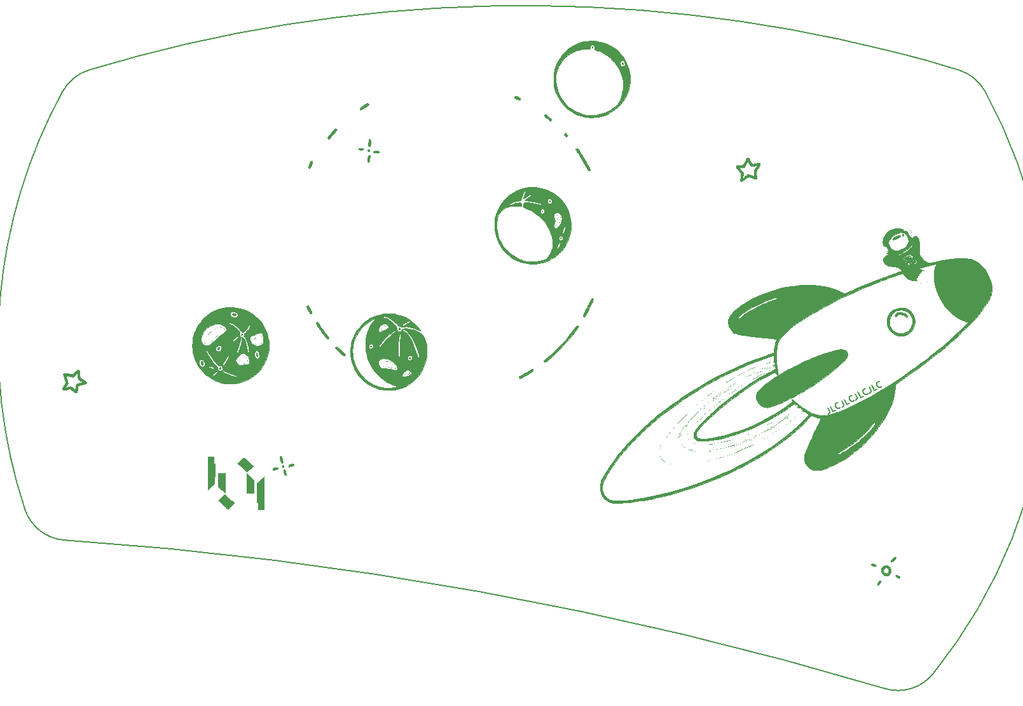
<source format=gbr>
%TF.GenerationSoftware,KiCad,Pcbnew,6.0.4-6f826c9f35~116~ubuntu20.04.1*%
%TF.CreationDate,2022-04-29T22:15:30+02:00*%
%TF.ProjectId,Bottom_Plate,426f7474-6f6d-45f5-906c-6174652e6b69,v0.1*%
%TF.SameCoordinates,Original*%
%TF.FileFunction,Legend,Top*%
%TF.FilePolarity,Positive*%
%FSLAX46Y46*%
G04 Gerber Fmt 4.6, Leading zero omitted, Abs format (unit mm)*
G04 Created by KiCad (PCBNEW 6.0.4-6f826c9f35~116~ubuntu20.04.1) date 2022-04-29 22:15:30*
%MOMM*%
%LPD*%
G01*
G04 APERTURE LIST*
%ADD10C,0.150000*%
%TA.AperFunction,Profile*%
%ADD11C,0.150000*%
%TD*%
%ADD12C,0.010000*%
%ADD13C,0.350000*%
%ADD14C,0.800000*%
%ADD15C,4.500000*%
G04 APERTURE END LIST*
D10*
X254798627Y-165822257D02*
X255058050Y-166331403D01*
X255075992Y-166450528D01*
X255042695Y-166553004D01*
X254958161Y-166638831D01*
X254890275Y-166673421D01*
X255840682Y-166189164D02*
X255501251Y-166362113D01*
X255138058Y-165649308D01*
X256451011Y-165792676D02*
X256434363Y-165843914D01*
X256349828Y-165929741D01*
X256281942Y-165964331D01*
X256162818Y-165982273D01*
X256060342Y-165948976D01*
X255991809Y-165898385D01*
X255888686Y-165779907D01*
X255836802Y-165678078D01*
X255801565Y-165525011D01*
X255800919Y-165439830D01*
X255834215Y-165337354D01*
X255918750Y-165251526D01*
X255986636Y-165216936D01*
X256105760Y-165198995D01*
X256156998Y-165215643D01*
X256631555Y-164888333D02*
X256890978Y-165397480D01*
X256908920Y-165516604D01*
X256875623Y-165619080D01*
X256791089Y-165704908D01*
X256723202Y-165739498D01*
X257673609Y-165255241D02*
X257334178Y-165428190D01*
X256970986Y-164715385D01*
X258283939Y-164858752D02*
X258267290Y-164909990D01*
X258182756Y-164995818D01*
X258114870Y-165030408D01*
X257995746Y-165048349D01*
X257893270Y-165015053D01*
X257824737Y-164964461D01*
X257721614Y-164845984D01*
X257669730Y-164744155D01*
X257634493Y-164591087D01*
X257633846Y-164505906D01*
X257667143Y-164403430D01*
X257751677Y-164317603D01*
X257819564Y-164283013D01*
X257938688Y-164265071D01*
X257989926Y-164281720D01*
X258464483Y-163954410D02*
X258723906Y-164463557D01*
X258741847Y-164582681D01*
X258708551Y-164685157D01*
X258624016Y-164770985D01*
X258556130Y-164805574D01*
X259506537Y-164321318D02*
X259167106Y-164494267D01*
X258803914Y-163781461D01*
X260116866Y-163924829D02*
X260100218Y-163976067D01*
X260015684Y-164061895D01*
X259947797Y-164096484D01*
X259828673Y-164114426D01*
X259726197Y-164081130D01*
X259657664Y-164030538D01*
X259554542Y-163912061D01*
X259502657Y-163810231D01*
X259467421Y-163657164D01*
X259466774Y-163571983D01*
X259500071Y-163469507D01*
X259584605Y-163383679D01*
X259652491Y-163349089D01*
X259771615Y-163331148D01*
X259822853Y-163347796D01*
X260297410Y-163020487D02*
X260556833Y-163529633D01*
X260574775Y-163648758D01*
X260541478Y-163751234D01*
X260456944Y-163837061D01*
X260389058Y-163871651D01*
X261339465Y-163387395D02*
X261000034Y-163560343D01*
X260636841Y-162847538D01*
X261949794Y-162990906D02*
X261933146Y-163042144D01*
X261848611Y-163127971D01*
X261780725Y-163162561D01*
X261661601Y-163180503D01*
X261559125Y-163147206D01*
X261490592Y-163096615D01*
X261387470Y-162978137D01*
X261335585Y-162876308D01*
X261300349Y-162723241D01*
X261299702Y-162638060D01*
X261332998Y-162535584D01*
X261417533Y-162449756D01*
X261485419Y-162415166D01*
X261604543Y-162397225D01*
X261655781Y-162413873D01*
D11*
X262416859Y-203252464D02*
G75*
G03*
X153161630Y-183482473I-143107459J-479082636D01*
G01*
X272205916Y-120898534D02*
G75*
G03*
X271985972Y-120832154I-59168016J-195650166D01*
G01*
X271985971Y-120832156D02*
G75*
G03*
X263040530Y-118362828I-35767871J-112135844D01*
G01*
X147873349Y-179386338D02*
G75*
G03*
X153161630Y-183482474I5694551J1890138D01*
G01*
X275733963Y-123764126D02*
G75*
G03*
X272205916Y-120898534I-5264963J-2877474D01*
G01*
X156412826Y-120898532D02*
G75*
G03*
X152884756Y-123764114I1736874J-5743068D01*
G01*
X262416840Y-203252522D02*
G75*
G03*
X268805219Y-201269252I1717260J5749022D01*
G01*
X152884756Y-123764112D02*
G75*
G03*
X147873339Y-179386340I61424614J-33571068D01*
G01*
X268805218Y-201269250D02*
G75*
G03*
X275733987Y-123764114I-54495848J43934070D01*
G01*
X263040530Y-118362829D02*
G75*
G03*
X156412828Y-120898534I-48731160J-193972341D01*
G01*
D10*
%TO.C,*%
G36*
X176971634Y-172433106D02*
G01*
X177020464Y-172473316D01*
X177092938Y-172536505D01*
X177185575Y-172619544D01*
X177294889Y-172719300D01*
X177417399Y-172832644D01*
X177549620Y-172956444D01*
X177585739Y-172990507D01*
X177722026Y-173119196D01*
X177850959Y-173240884D01*
X177968761Y-173352009D01*
X178071654Y-173449009D01*
X178155860Y-173528323D01*
X178217602Y-173586390D01*
X178253101Y-173619649D01*
X178256690Y-173622983D01*
X178322550Y-173683960D01*
X178155077Y-173845887D01*
X178078836Y-173919152D01*
X177982105Y-174011439D01*
X177875302Y-174112844D01*
X177768844Y-174213461D01*
X177726771Y-174253076D01*
X177465939Y-174498337D01*
X177889646Y-174898005D01*
X178313353Y-175297674D01*
X178315687Y-177297924D01*
X177426687Y-177297924D01*
X177423319Y-174493340D01*
X176949317Y-174048840D01*
X176819002Y-173926659D01*
X176687730Y-173803624D01*
X176561718Y-173685558D01*
X176447181Y-173578283D01*
X176350333Y-173487620D01*
X176277391Y-173419392D01*
X176270464Y-173412919D01*
X176065612Y-173221497D01*
X176492413Y-172820252D01*
X176605068Y-172715350D01*
X176708788Y-172620684D01*
X176799311Y-172539991D01*
X176872378Y-172477007D01*
X176923727Y-172435470D01*
X176949097Y-172419116D01*
X176949931Y-172419007D01*
X176971634Y-172433106D01*
G37*
D12*
X176971634Y-172433106D02*
X177020464Y-172473316D01*
X177092938Y-172536505D01*
X177185575Y-172619544D01*
X177294889Y-172719300D01*
X177417399Y-172832644D01*
X177549620Y-172956444D01*
X177585739Y-172990507D01*
X177722026Y-173119196D01*
X177850959Y-173240884D01*
X177968761Y-173352009D01*
X178071654Y-173449009D01*
X178155860Y-173528323D01*
X178217602Y-173586390D01*
X178253101Y-173619649D01*
X178256690Y-173622983D01*
X178322550Y-173683960D01*
X178155077Y-173845887D01*
X178078836Y-173919152D01*
X177982105Y-174011439D01*
X177875302Y-174112844D01*
X177768844Y-174213461D01*
X177726771Y-174253076D01*
X177465939Y-174498337D01*
X177889646Y-174898005D01*
X178313353Y-175297674D01*
X178315687Y-177297924D01*
X177426687Y-177297924D01*
X177423319Y-174493340D01*
X176949317Y-174048840D01*
X176819002Y-173926659D01*
X176687730Y-173803624D01*
X176561718Y-173685558D01*
X176447181Y-173578283D01*
X176350333Y-173487620D01*
X176277391Y-173419392D01*
X176270464Y-173412919D01*
X176065612Y-173221497D01*
X176492413Y-172820252D01*
X176605068Y-172715350D01*
X176708788Y-172620684D01*
X176799311Y-172539991D01*
X176872378Y-172477007D01*
X176923727Y-172435470D01*
X176949097Y-172419116D01*
X176949931Y-172419007D01*
X176971634Y-172433106D01*
G36*
X179654531Y-174971677D02*
G01*
X179657006Y-175031186D01*
X179659337Y-175127928D01*
X179661502Y-175259353D01*
X179663482Y-175422911D01*
X179665254Y-175616052D01*
X179666797Y-175836225D01*
X179668090Y-176080882D01*
X179669112Y-176347470D01*
X179669842Y-176633442D01*
X179670259Y-176936246D01*
X179670353Y-177169160D01*
X179670353Y-179393424D01*
X178781353Y-179393424D01*
X178781353Y-175761285D01*
X179207434Y-175360146D01*
X179319443Y-175255052D01*
X179421760Y-175159737D01*
X179510248Y-175077999D01*
X179580771Y-175013636D01*
X179629192Y-174970448D01*
X179651375Y-174952232D01*
X179651934Y-174951951D01*
X179654531Y-174971677D01*
G37*
X179654531Y-174971677D02*
X179657006Y-175031186D01*
X179659337Y-175127928D01*
X179661502Y-175259353D01*
X179663482Y-175422911D01*
X179665254Y-175616052D01*
X179666797Y-175836225D01*
X179668090Y-176080882D01*
X179669112Y-176347470D01*
X179669842Y-176633442D01*
X179670259Y-176936246D01*
X179670353Y-177169160D01*
X179670353Y-179393424D01*
X178781353Y-179393424D01*
X178781353Y-175761285D01*
X179207434Y-175360146D01*
X179319443Y-175255052D01*
X179421760Y-175159737D01*
X179510248Y-175077999D01*
X179580771Y-175013636D01*
X179629192Y-174970448D01*
X179651375Y-174952232D01*
X179651934Y-174951951D01*
X179654531Y-174971677D01*
G36*
X173129310Y-174212882D02*
G01*
X173128766Y-176038507D01*
X172696696Y-176445965D01*
X172584350Y-176551528D01*
X172482039Y-176646927D01*
X172393782Y-176728474D01*
X172323598Y-176792481D01*
X172275504Y-176835259D01*
X172253520Y-176853121D01*
X172252740Y-176853424D01*
X172251124Y-176832717D01*
X172249573Y-176772435D01*
X172248101Y-176675339D01*
X172246723Y-176544186D01*
X172245454Y-176381735D01*
X172244309Y-176190746D01*
X172243302Y-175973978D01*
X172242448Y-175734189D01*
X172241761Y-175474138D01*
X172241257Y-175196584D01*
X172240949Y-174904287D01*
X172240853Y-174620340D01*
X172240853Y-172387257D01*
X173129853Y-172387257D01*
X173129310Y-174212882D01*
G37*
X173129310Y-174212882D02*
X173128766Y-176038507D01*
X172696696Y-176445965D01*
X172584350Y-176551528D01*
X172482039Y-176646927D01*
X172393782Y-176728474D01*
X172323598Y-176792481D01*
X172275504Y-176835259D01*
X172253520Y-176853121D01*
X172252740Y-176853424D01*
X172251124Y-176832717D01*
X172249573Y-176772435D01*
X172248101Y-176675339D01*
X172246723Y-176544186D01*
X172245454Y-176381735D01*
X172244309Y-176190746D01*
X172243302Y-175973978D01*
X172242448Y-175734189D01*
X172241761Y-175474138D01*
X172241257Y-175196584D01*
X172240949Y-174904287D01*
X172240853Y-174620340D01*
X172240853Y-172387257D01*
X173129853Y-172387257D01*
X173129310Y-174212882D01*
G36*
X174484520Y-177295127D02*
G01*
X175161853Y-177934240D01*
X175302989Y-178067531D01*
X175434165Y-178191645D01*
X175552269Y-178303622D01*
X175654191Y-178400501D01*
X175736818Y-178479321D01*
X175797039Y-178537122D01*
X175831743Y-178570942D01*
X175839187Y-178578766D01*
X175824312Y-178595805D01*
X175782918Y-178636794D01*
X175719854Y-178697254D01*
X175639966Y-178772704D01*
X175548101Y-178858665D01*
X175449107Y-178950657D01*
X175347832Y-179044199D01*
X175249121Y-179134811D01*
X175157824Y-179218014D01*
X175078786Y-179289327D01*
X175016856Y-179344271D01*
X174976880Y-179378364D01*
X174964041Y-179387605D01*
X174943572Y-179374644D01*
X174896075Y-179335655D01*
X174825135Y-179273853D01*
X174734336Y-179192450D01*
X174627263Y-179094661D01*
X174507500Y-178983699D01*
X174378687Y-178862828D01*
X174244675Y-178736157D01*
X174115738Y-178613988D01*
X173996275Y-178500512D01*
X173890685Y-178399919D01*
X173803369Y-178316401D01*
X173738725Y-178254146D01*
X173704850Y-178221038D01*
X173591930Y-178108790D01*
X174011767Y-177710431D01*
X174122080Y-177605452D01*
X174221827Y-177509940D01*
X174307013Y-177427765D01*
X174373646Y-177362798D01*
X174417734Y-177318910D01*
X174435282Y-177299972D01*
X174435407Y-177299706D01*
X174421559Y-177282605D01*
X174380577Y-177240613D01*
X174316417Y-177177570D01*
X174233035Y-177097318D01*
X174134388Y-177003696D01*
X174024430Y-176900545D01*
X174019297Y-176895757D01*
X173599383Y-176504174D01*
X173597451Y-175493465D01*
X173595520Y-174482757D01*
X174484520Y-174482757D01*
X174484520Y-177295127D01*
G37*
X174484520Y-177295127D02*
X175161853Y-177934240D01*
X175302989Y-178067531D01*
X175434165Y-178191645D01*
X175552269Y-178303622D01*
X175654191Y-178400501D01*
X175736818Y-178479321D01*
X175797039Y-178537122D01*
X175831743Y-178570942D01*
X175839187Y-178578766D01*
X175824312Y-178595805D01*
X175782918Y-178636794D01*
X175719854Y-178697254D01*
X175639966Y-178772704D01*
X175548101Y-178858665D01*
X175449107Y-178950657D01*
X175347832Y-179044199D01*
X175249121Y-179134811D01*
X175157824Y-179218014D01*
X175078786Y-179289327D01*
X175016856Y-179344271D01*
X174976880Y-179378364D01*
X174964041Y-179387605D01*
X174943572Y-179374644D01*
X174896075Y-179335655D01*
X174825135Y-179273853D01*
X174734336Y-179192450D01*
X174627263Y-179094661D01*
X174507500Y-178983699D01*
X174378687Y-178862828D01*
X174244675Y-178736157D01*
X174115738Y-178613988D01*
X173996275Y-178500512D01*
X173890685Y-178399919D01*
X173803369Y-178316401D01*
X173738725Y-178254146D01*
X173704850Y-178221038D01*
X173591930Y-178108790D01*
X174011767Y-177710431D01*
X174122080Y-177605452D01*
X174221827Y-177509940D01*
X174307013Y-177427765D01*
X174373646Y-177362798D01*
X174417734Y-177318910D01*
X174435282Y-177299972D01*
X174435407Y-177299706D01*
X174421559Y-177282605D01*
X174380577Y-177240613D01*
X174316417Y-177177570D01*
X174233035Y-177097318D01*
X174134388Y-177003696D01*
X174024430Y-176900545D01*
X174019297Y-176895757D01*
X173599383Y-176504174D01*
X173597451Y-175493465D01*
X173595520Y-174482757D01*
X174484520Y-174482757D01*
X174484520Y-177295127D01*
%TO.C,Ref\u002A\u002A*%
G36*
X256681869Y-158089613D02*
G01*
X256878178Y-158125190D01*
X257046765Y-158189010D01*
X257185733Y-158278334D01*
X257293183Y-158390424D01*
X257367218Y-158522541D01*
X257405939Y-158671946D01*
X257407449Y-158835900D01*
X257369849Y-159011664D01*
X257353497Y-159058788D01*
X257303120Y-159158293D01*
X257219484Y-159279132D01*
X257104785Y-159419505D01*
X256961220Y-159577616D01*
X256790985Y-159751668D01*
X256596278Y-159939864D01*
X256379295Y-160140405D01*
X256142232Y-160351496D01*
X255887286Y-160571338D01*
X255616654Y-160798134D01*
X255332533Y-161030087D01*
X255037118Y-161265400D01*
X254732608Y-161502275D01*
X254421197Y-161738916D01*
X254105084Y-161973525D01*
X253786464Y-162204304D01*
X253467535Y-162429457D01*
X253150492Y-162647185D01*
X252837533Y-162855693D01*
X252530854Y-163053182D01*
X252283917Y-163206671D01*
X251860275Y-163462947D01*
X251463803Y-163697527D01*
X251087820Y-163914139D01*
X250725646Y-164116509D01*
X250370598Y-164308365D01*
X250015998Y-164493432D01*
X249655164Y-164675437D01*
X249616917Y-164694386D01*
X249176282Y-164909170D01*
X248770086Y-165100528D01*
X248397668Y-165268698D01*
X248058367Y-165413920D01*
X247751520Y-165536431D01*
X247476467Y-165636471D01*
X247232545Y-165714278D01*
X247019093Y-165770090D01*
X246835449Y-165804147D01*
X246680953Y-165816687D01*
X246554942Y-165807949D01*
X246538758Y-165804880D01*
X246344838Y-165751536D01*
X246151767Y-165674523D01*
X245974078Y-165580393D01*
X245848268Y-165493625D01*
X245662505Y-165326216D01*
X245508155Y-165144829D01*
X245386487Y-164953186D01*
X245298772Y-164755012D01*
X245246280Y-164554029D01*
X245230280Y-164353960D01*
X245252043Y-164158529D01*
X245312837Y-163971459D01*
X245322182Y-163951086D01*
X245418535Y-163781967D01*
X245552891Y-163599771D01*
X245723386Y-163405661D01*
X245928154Y-163200798D01*
X246165332Y-162986344D01*
X246433055Y-162763460D01*
X246729458Y-162533308D01*
X247052677Y-162297049D01*
X247400848Y-162055846D01*
X247772105Y-161810858D01*
X248164585Y-161563249D01*
X248576422Y-161314178D01*
X249005753Y-161064809D01*
X249450713Y-160816303D01*
X249909438Y-160569820D01*
X250380062Y-160326523D01*
X250860722Y-160087573D01*
X251349552Y-159854132D01*
X251844690Y-159627360D01*
X252344268Y-159408421D01*
X252846425Y-159198475D01*
X253141167Y-159080080D01*
X253484483Y-158947404D01*
X253827338Y-158820887D01*
X254166576Y-158701413D01*
X254499040Y-158589863D01*
X254821573Y-158487122D01*
X255131019Y-158394072D01*
X255424221Y-158311596D01*
X255698022Y-158240577D01*
X255949267Y-158181899D01*
X256174797Y-158136444D01*
X256371456Y-158105095D01*
X256536089Y-158088736D01*
X256665537Y-158088249D01*
X256681869Y-158089613D01*
G37*
X256681869Y-158089613D02*
X256878178Y-158125190D01*
X257046765Y-158189010D01*
X257185733Y-158278334D01*
X257293183Y-158390424D01*
X257367218Y-158522541D01*
X257405939Y-158671946D01*
X257407449Y-158835900D01*
X257369849Y-159011664D01*
X257353497Y-159058788D01*
X257303120Y-159158293D01*
X257219484Y-159279132D01*
X257104785Y-159419505D01*
X256961220Y-159577616D01*
X256790985Y-159751668D01*
X256596278Y-159939864D01*
X256379295Y-160140405D01*
X256142232Y-160351496D01*
X255887286Y-160571338D01*
X255616654Y-160798134D01*
X255332533Y-161030087D01*
X255037118Y-161265400D01*
X254732608Y-161502275D01*
X254421197Y-161738916D01*
X254105084Y-161973525D01*
X253786464Y-162204304D01*
X253467535Y-162429457D01*
X253150492Y-162647185D01*
X252837533Y-162855693D01*
X252530854Y-163053182D01*
X252283917Y-163206671D01*
X251860275Y-163462947D01*
X251463803Y-163697527D01*
X251087820Y-163914139D01*
X250725646Y-164116509D01*
X250370598Y-164308365D01*
X250015998Y-164493432D01*
X249655164Y-164675437D01*
X249616917Y-164694386D01*
X249176282Y-164909170D01*
X248770086Y-165100528D01*
X248397668Y-165268698D01*
X248058367Y-165413920D01*
X247751520Y-165536431D01*
X247476467Y-165636471D01*
X247232545Y-165714278D01*
X247019093Y-165770090D01*
X246835449Y-165804147D01*
X246680953Y-165816687D01*
X246554942Y-165807949D01*
X246538758Y-165804880D01*
X246344838Y-165751536D01*
X246151767Y-165674523D01*
X245974078Y-165580393D01*
X245848268Y-165493625D01*
X245662505Y-165326216D01*
X245508155Y-165144829D01*
X245386487Y-164953186D01*
X245298772Y-164755012D01*
X245246280Y-164554029D01*
X245230280Y-164353960D01*
X245252043Y-164158529D01*
X245312837Y-163971459D01*
X245322182Y-163951086D01*
X245418535Y-163781967D01*
X245552891Y-163599771D01*
X245723386Y-163405661D01*
X245928154Y-163200798D01*
X246165332Y-162986344D01*
X246433055Y-162763460D01*
X246729458Y-162533308D01*
X247052677Y-162297049D01*
X247400848Y-162055846D01*
X247772105Y-161810858D01*
X248164585Y-161563249D01*
X248576422Y-161314178D01*
X249005753Y-161064809D01*
X249450713Y-160816303D01*
X249909438Y-160569820D01*
X250380062Y-160326523D01*
X250860722Y-160087573D01*
X251349552Y-159854132D01*
X251844690Y-159627360D01*
X252344268Y-159408421D01*
X252846425Y-159198475D01*
X253141167Y-159080080D01*
X253484483Y-158947404D01*
X253827338Y-158820887D01*
X254166576Y-158701413D01*
X254499040Y-158589863D01*
X254821573Y-158487122D01*
X255131019Y-158394072D01*
X255424221Y-158311596D01*
X255698022Y-158240577D01*
X255949267Y-158181899D01*
X256174797Y-158136444D01*
X256371456Y-158105095D01*
X256536089Y-158088736D01*
X256665537Y-158088249D01*
X256681869Y-158089613D01*
G36*
X186761414Y-154464682D02*
G01*
X186793992Y-154471088D01*
X186826948Y-154487181D01*
X186863727Y-154516872D01*
X186907778Y-154564069D01*
X186962548Y-154632683D01*
X187031485Y-154726622D01*
X187118037Y-154849796D01*
X187179237Y-154938458D01*
X187333291Y-155159250D01*
X187499645Y-155391822D01*
X187669653Y-155624354D01*
X187834672Y-155845026D01*
X187986058Y-156042021D01*
X187990167Y-156047273D01*
X188096642Y-156184024D01*
X188179158Y-156291936D01*
X188240471Y-156375007D01*
X188283339Y-156437238D01*
X188310517Y-156482628D01*
X188324763Y-156515176D01*
X188328834Y-156538606D01*
X188313635Y-156580502D01*
X188276461Y-156630695D01*
X188229941Y-156675640D01*
X188186705Y-156701793D01*
X188174608Y-156704000D01*
X188145257Y-156689405D01*
X188098808Y-156651328D01*
X188050555Y-156603458D01*
X187996550Y-156541876D01*
X187921903Y-156451632D01*
X187830906Y-156338277D01*
X187727850Y-156207361D01*
X187617027Y-156064433D01*
X187502728Y-155915045D01*
X187389245Y-155764745D01*
X187280870Y-155619084D01*
X187181894Y-155483613D01*
X187145714Y-155433264D01*
X187026203Y-155262714D01*
X186916954Y-155100356D01*
X186820839Y-154950841D01*
X186740732Y-154818820D01*
X186679506Y-154708944D01*
X186640034Y-154625865D01*
X186630303Y-154599009D01*
X186616755Y-154544816D01*
X186621422Y-154513570D01*
X186646793Y-154488916D01*
X186647077Y-154488708D01*
X186696564Y-154469414D01*
X186759165Y-154464506D01*
X186761414Y-154464682D01*
G37*
X186761414Y-154464682D02*
X186793992Y-154471088D01*
X186826948Y-154487181D01*
X186863727Y-154516872D01*
X186907778Y-154564069D01*
X186962548Y-154632683D01*
X187031485Y-154726622D01*
X187118037Y-154849796D01*
X187179237Y-154938458D01*
X187333291Y-155159250D01*
X187499645Y-155391822D01*
X187669653Y-155624354D01*
X187834672Y-155845026D01*
X187986058Y-156042021D01*
X187990167Y-156047273D01*
X188096642Y-156184024D01*
X188179158Y-156291936D01*
X188240471Y-156375007D01*
X188283339Y-156437238D01*
X188310517Y-156482628D01*
X188324763Y-156515176D01*
X188328834Y-156538606D01*
X188313635Y-156580502D01*
X188276461Y-156630695D01*
X188229941Y-156675640D01*
X188186705Y-156701793D01*
X188174608Y-156704000D01*
X188145257Y-156689405D01*
X188098808Y-156651328D01*
X188050555Y-156603458D01*
X187996550Y-156541876D01*
X187921903Y-156451632D01*
X187830906Y-156338277D01*
X187727850Y-156207361D01*
X187617027Y-156064433D01*
X187502728Y-155915045D01*
X187389245Y-155764745D01*
X187280870Y-155619084D01*
X187181894Y-155483613D01*
X187145714Y-155433264D01*
X187026203Y-155262714D01*
X186916954Y-155100356D01*
X186820839Y-154950841D01*
X186740732Y-154818820D01*
X186679506Y-154708944D01*
X186640034Y-154625865D01*
X186630303Y-154599009D01*
X186616755Y-154544816D01*
X186621422Y-154513570D01*
X186646793Y-154488916D01*
X186647077Y-154488708D01*
X186696564Y-154469414D01*
X186759165Y-154464506D01*
X186761414Y-154464682D01*
G36*
X242571334Y-133809793D02*
G01*
X242564424Y-133766956D01*
X242575097Y-133720812D01*
X242582645Y-133700217D01*
X242602999Y-133655495D01*
X242629292Y-133622230D01*
X242667607Y-133598747D01*
X242724031Y-133583371D01*
X242804649Y-133574429D01*
X242915547Y-133570244D01*
X243058918Y-133569145D01*
X243171763Y-133569426D01*
X243263413Y-133568107D01*
X243338196Y-133561608D01*
X243400442Y-133546347D01*
X243454477Y-133518740D01*
X243504633Y-133475207D01*
X243555236Y-133412165D01*
X243610617Y-133326033D01*
X243675104Y-133213228D01*
X243753026Y-133070170D01*
X243826698Y-132933833D01*
X243900292Y-132802286D01*
X243960670Y-132705219D01*
X244011474Y-132638282D01*
X244056346Y-132597125D01*
X244098931Y-132577396D01*
X244127994Y-132574000D01*
X244162214Y-132580130D01*
X244196810Y-132601424D01*
X244235077Y-132642231D01*
X244280309Y-132706903D01*
X244335798Y-132799790D01*
X244404838Y-132925243D01*
X244431084Y-132974393D01*
X244486731Y-133074702D01*
X244543481Y-133169427D01*
X244594563Y-133247691D01*
X244632167Y-133297446D01*
X244679580Y-133344381D01*
X244729301Y-133375351D01*
X244788383Y-133390883D01*
X244863879Y-133391504D01*
X244962843Y-133377740D01*
X245092329Y-133350117D01*
X245150750Y-133336158D01*
X245267413Y-133310026D01*
X245383064Y-133288040D01*
X245484529Y-133272472D01*
X245558636Y-133265595D01*
X245560071Y-133265553D01*
X245636147Y-133265393D01*
X245683279Y-133272496D01*
X245714698Y-133290516D01*
X245736642Y-133314289D01*
X245764060Y-133374299D01*
X245764185Y-133454673D01*
X245736360Y-133557229D01*
X245679928Y-133683783D01*
X245594233Y-133836153D01*
X245487608Y-134002750D01*
X245403521Y-134130838D01*
X245341373Y-134233136D01*
X245297922Y-134317882D01*
X245269927Y-134393317D01*
X245254148Y-134467680D01*
X245247343Y-134549213D01*
X245246181Y-134616583D01*
X245249345Y-134721374D01*
X245258045Y-134848482D01*
X245270776Y-134978480D01*
X245279822Y-135050500D01*
X245294882Y-135170762D01*
X245301345Y-135256867D01*
X245299476Y-135316052D01*
X245290955Y-135352125D01*
X245267117Y-135388607D01*
X245227677Y-135408767D01*
X245168625Y-135412092D01*
X245085948Y-135398067D01*
X244975637Y-135366177D01*
X244833681Y-135315908D01*
X244745735Y-135282221D01*
X244611930Y-135231171D01*
X244509065Y-135195049D01*
X244429377Y-135171632D01*
X244365100Y-135158700D01*
X244308472Y-135154030D01*
X244297240Y-135153892D01*
X244196488Y-135161058D01*
X244098048Y-135184912D01*
X243996562Y-135228429D01*
X243886673Y-135294581D01*
X243763024Y-135386340D01*
X243620256Y-135506679D01*
X243552667Y-135567035D01*
X243449222Y-135656575D01*
X243368228Y-135715865D01*
X243304575Y-135746787D01*
X243253154Y-135751226D01*
X243208856Y-135731064D01*
X243180239Y-135704312D01*
X243161948Y-135678615D01*
X243150407Y-135644430D01*
X243144378Y-135592713D01*
X243142626Y-135514423D01*
X243143351Y-135434437D01*
X243148381Y-135316898D01*
X243158942Y-135192458D01*
X243173156Y-135081133D01*
X243180389Y-135039916D01*
X243203818Y-134902425D01*
X243212254Y-134796284D01*
X243205736Y-134713268D01*
X243184304Y-134645154D01*
X243182316Y-134640879D01*
X243158888Y-134603505D01*
X243113092Y-134540327D01*
X243049908Y-134457857D01*
X242974318Y-134362603D01*
X242896434Y-134267263D01*
X242812406Y-134163850D01*
X242735041Y-134064962D01*
X242669671Y-133977697D01*
X242621627Y-133909156D01*
X242607397Y-133885567D01*
X243002999Y-133885567D01*
X243023586Y-133942095D01*
X243064891Y-134016024D01*
X243122400Y-134100996D01*
X243191597Y-134190652D01*
X243267967Y-134278633D01*
X243346995Y-134358582D01*
X243399706Y-134404916D01*
X243463184Y-134460930D01*
X243513229Y-134512696D01*
X243540543Y-134550432D01*
X243542343Y-134555030D01*
X243542851Y-134590600D01*
X243535433Y-134659066D01*
X243521297Y-134751986D01*
X243501651Y-134860920D01*
X243490622Y-134916396D01*
X243462642Y-135055098D01*
X243443196Y-135157499D01*
X243431606Y-135228618D01*
X243427193Y-135273473D01*
X243429277Y-135297080D01*
X243437179Y-135304460D01*
X243438100Y-135304500D01*
X243457832Y-135291865D01*
X243504872Y-135256814D01*
X243573674Y-135203627D01*
X243658691Y-135136583D01*
X243739725Y-135071766D01*
X243839388Y-134992883D01*
X243932858Y-134921325D01*
X244013077Y-134862313D01*
X244072988Y-134821069D01*
X244100407Y-134804909D01*
X244144340Y-134788156D01*
X244191109Y-134781362D01*
X244246772Y-134785955D01*
X244317388Y-134803361D01*
X244409018Y-134835009D01*
X244527721Y-134882325D01*
X244651690Y-134934753D01*
X244759632Y-134980430D01*
X244853300Y-135018840D01*
X244926131Y-135047391D01*
X244971565Y-135063492D01*
X244983677Y-135065878D01*
X244985108Y-135042810D01*
X244982591Y-134987020D01*
X244976664Y-134907883D01*
X244971187Y-134847845D01*
X244961727Y-134731699D01*
X244954447Y-134606659D01*
X244950549Y-134494671D01*
X244950213Y-134465091D01*
X244949667Y-134292432D01*
X245150750Y-133993263D01*
X245217350Y-133891826D01*
X245274633Y-133800091D01*
X245318644Y-133724758D01*
X245345429Y-133672526D01*
X245351834Y-133652630D01*
X245345291Y-133629730D01*
X245322278Y-133616280D01*
X245277716Y-133612299D01*
X245206524Y-133617801D01*
X245103625Y-133632804D01*
X244983123Y-133653821D01*
X244834180Y-133678907D01*
X244718921Y-133691271D01*
X244629926Y-133688325D01*
X244559775Y-133667480D01*
X244501049Y-133626146D01*
X244446328Y-133561735D01*
X244388192Y-133471659D01*
X244369188Y-133439603D01*
X244289571Y-133304755D01*
X244228399Y-133203334D01*
X244183418Y-133131837D01*
X244152376Y-133086762D01*
X244133022Y-133064604D01*
X244125650Y-133060833D01*
X244098763Y-133074720D01*
X244061392Y-133117931D01*
X244012019Y-133192790D01*
X243949126Y-133301623D01*
X243871197Y-133446753D01*
X243861252Y-133465779D01*
X243803331Y-133574340D01*
X243748137Y-133673238D01*
X243700200Y-133754687D01*
X243664047Y-133810901D01*
X243649680Y-133829514D01*
X243600449Y-133869073D01*
X243537169Y-133892198D01*
X243452889Y-133899692D01*
X243340656Y-133892355D01*
X243233296Y-133877497D01*
X243142745Y-133864156D01*
X243068900Y-133855165D01*
X243020960Y-133851530D01*
X243007646Y-133852798D01*
X243002999Y-133885567D01*
X242607397Y-133885567D01*
X242597596Y-133869320D01*
X242571334Y-133809793D01*
G37*
X242571334Y-133809793D02*
X242564424Y-133766956D01*
X242575097Y-133720812D01*
X242582645Y-133700217D01*
X242602999Y-133655495D01*
X242629292Y-133622230D01*
X242667607Y-133598747D01*
X242724031Y-133583371D01*
X242804649Y-133574429D01*
X242915547Y-133570244D01*
X243058918Y-133569145D01*
X243171763Y-133569426D01*
X243263413Y-133568107D01*
X243338196Y-133561608D01*
X243400442Y-133546347D01*
X243454477Y-133518740D01*
X243504633Y-133475207D01*
X243555236Y-133412165D01*
X243610617Y-133326033D01*
X243675104Y-133213228D01*
X243753026Y-133070170D01*
X243826698Y-132933833D01*
X243900292Y-132802286D01*
X243960670Y-132705219D01*
X244011474Y-132638282D01*
X244056346Y-132597125D01*
X244098931Y-132577396D01*
X244127994Y-132574000D01*
X244162214Y-132580130D01*
X244196810Y-132601424D01*
X244235077Y-132642231D01*
X244280309Y-132706903D01*
X244335798Y-132799790D01*
X244404838Y-132925243D01*
X244431084Y-132974393D01*
X244486731Y-133074702D01*
X244543481Y-133169427D01*
X244594563Y-133247691D01*
X244632167Y-133297446D01*
X244679580Y-133344381D01*
X244729301Y-133375351D01*
X244788383Y-133390883D01*
X244863879Y-133391504D01*
X244962843Y-133377740D01*
X245092329Y-133350117D01*
X245150750Y-133336158D01*
X245267413Y-133310026D01*
X245383064Y-133288040D01*
X245484529Y-133272472D01*
X245558636Y-133265595D01*
X245560071Y-133265553D01*
X245636147Y-133265393D01*
X245683279Y-133272496D01*
X245714698Y-133290516D01*
X245736642Y-133314289D01*
X245764060Y-133374299D01*
X245764185Y-133454673D01*
X245736360Y-133557229D01*
X245679928Y-133683783D01*
X245594233Y-133836153D01*
X245487608Y-134002750D01*
X245403521Y-134130838D01*
X245341373Y-134233136D01*
X245297922Y-134317882D01*
X245269927Y-134393317D01*
X245254148Y-134467680D01*
X245247343Y-134549213D01*
X245246181Y-134616583D01*
X245249345Y-134721374D01*
X245258045Y-134848482D01*
X245270776Y-134978480D01*
X245279822Y-135050500D01*
X245294882Y-135170762D01*
X245301345Y-135256867D01*
X245299476Y-135316052D01*
X245290955Y-135352125D01*
X245267117Y-135388607D01*
X245227677Y-135408767D01*
X245168625Y-135412092D01*
X245085948Y-135398067D01*
X244975637Y-135366177D01*
X244833681Y-135315908D01*
X244745735Y-135282221D01*
X244611930Y-135231171D01*
X244509065Y-135195049D01*
X244429377Y-135171632D01*
X244365100Y-135158700D01*
X244308472Y-135154030D01*
X244297240Y-135153892D01*
X244196488Y-135161058D01*
X244098048Y-135184912D01*
X243996562Y-135228429D01*
X243886673Y-135294581D01*
X243763024Y-135386340D01*
X243620256Y-135506679D01*
X243552667Y-135567035D01*
X243449222Y-135656575D01*
X243368228Y-135715865D01*
X243304575Y-135746787D01*
X243253154Y-135751226D01*
X243208856Y-135731064D01*
X243180239Y-135704312D01*
X243161948Y-135678615D01*
X243150407Y-135644430D01*
X243144378Y-135592713D01*
X243142626Y-135514423D01*
X243143351Y-135434437D01*
X243148381Y-135316898D01*
X243158942Y-135192458D01*
X243173156Y-135081133D01*
X243180389Y-135039916D01*
X243203818Y-134902425D01*
X243212254Y-134796284D01*
X243205736Y-134713268D01*
X243184304Y-134645154D01*
X243182316Y-134640879D01*
X243158888Y-134603505D01*
X243113092Y-134540327D01*
X243049908Y-134457857D01*
X242974318Y-134362603D01*
X242896434Y-134267263D01*
X242812406Y-134163850D01*
X242735041Y-134064962D01*
X242669671Y-133977697D01*
X242621627Y-133909156D01*
X242607397Y-133885567D01*
X243002999Y-133885567D01*
X243023586Y-133942095D01*
X243064891Y-134016024D01*
X243122400Y-134100996D01*
X243191597Y-134190652D01*
X243267967Y-134278633D01*
X243346995Y-134358582D01*
X243399706Y-134404916D01*
X243463184Y-134460930D01*
X243513229Y-134512696D01*
X243540543Y-134550432D01*
X243542343Y-134555030D01*
X243542851Y-134590600D01*
X243535433Y-134659066D01*
X243521297Y-134751986D01*
X243501651Y-134860920D01*
X243490622Y-134916396D01*
X243462642Y-135055098D01*
X243443196Y-135157499D01*
X243431606Y-135228618D01*
X243427193Y-135273473D01*
X243429277Y-135297080D01*
X243437179Y-135304460D01*
X243438100Y-135304500D01*
X243457832Y-135291865D01*
X243504872Y-135256814D01*
X243573674Y-135203627D01*
X243658691Y-135136583D01*
X243739725Y-135071766D01*
X243839388Y-134992883D01*
X243932858Y-134921325D01*
X244013077Y-134862313D01*
X244072988Y-134821069D01*
X244100407Y-134804909D01*
X244144340Y-134788156D01*
X244191109Y-134781362D01*
X244246772Y-134785955D01*
X244317388Y-134803361D01*
X244409018Y-134835009D01*
X244527721Y-134882325D01*
X244651690Y-134934753D01*
X244759632Y-134980430D01*
X244853300Y-135018840D01*
X244926131Y-135047391D01*
X244971565Y-135063492D01*
X244983677Y-135065878D01*
X244985108Y-135042810D01*
X244982591Y-134987020D01*
X244976664Y-134907883D01*
X244971187Y-134847845D01*
X244961727Y-134731699D01*
X244954447Y-134606659D01*
X244950549Y-134494671D01*
X244950213Y-134465091D01*
X244949667Y-134292432D01*
X245150750Y-133993263D01*
X245217350Y-133891826D01*
X245274633Y-133800091D01*
X245318644Y-133724758D01*
X245345429Y-133672526D01*
X245351834Y-133652630D01*
X245345291Y-133629730D01*
X245322278Y-133616280D01*
X245277716Y-133612299D01*
X245206524Y-133617801D01*
X245103625Y-133632804D01*
X244983123Y-133653821D01*
X244834180Y-133678907D01*
X244718921Y-133691271D01*
X244629926Y-133688325D01*
X244559775Y-133667480D01*
X244501049Y-133626146D01*
X244446328Y-133561735D01*
X244388192Y-133471659D01*
X244369188Y-133439603D01*
X244289571Y-133304755D01*
X244228399Y-133203334D01*
X244183418Y-133131837D01*
X244152376Y-133086762D01*
X244133022Y-133064604D01*
X244125650Y-133060833D01*
X244098763Y-133074720D01*
X244061392Y-133117931D01*
X244012019Y-133192790D01*
X243949126Y-133301623D01*
X243871197Y-133446753D01*
X243861252Y-133465779D01*
X243803331Y-133574340D01*
X243748137Y-133673238D01*
X243700200Y-133754687D01*
X243664047Y-133810901D01*
X243649680Y-133829514D01*
X243600449Y-133869073D01*
X243537169Y-133892198D01*
X243452889Y-133899692D01*
X243340656Y-133892355D01*
X243233296Y-133877497D01*
X243142745Y-133864156D01*
X243068900Y-133855165D01*
X243020960Y-133851530D01*
X243007646Y-133852798D01*
X243002999Y-133885567D01*
X242607397Y-133885567D01*
X242597596Y-133869320D01*
X242571334Y-133809793D01*
G36*
X173773357Y-157818945D02*
G01*
X173802308Y-157853267D01*
X173804944Y-157864884D01*
X173800528Y-157941819D01*
X173769986Y-158010917D01*
X173721001Y-158067084D01*
X173661253Y-158105225D01*
X173598424Y-158120247D01*
X173540195Y-158107054D01*
X173498777Y-158067937D01*
X173476754Y-158027349D01*
X173476623Y-157992222D01*
X173496360Y-157944264D01*
X173537562Y-157887797D01*
X173595411Y-157844575D01*
X173660359Y-157817055D01*
X173722857Y-157807693D01*
X173773357Y-157818945D01*
G37*
X173773357Y-157818945D02*
X173802308Y-157853267D01*
X173804944Y-157864884D01*
X173800528Y-157941819D01*
X173769986Y-158010917D01*
X173721001Y-158067084D01*
X173661253Y-158105225D01*
X173598424Y-158120247D01*
X173540195Y-158107054D01*
X173498777Y-158067937D01*
X173476754Y-158027349D01*
X173476623Y-157992222D01*
X173496360Y-157944264D01*
X173537562Y-157887797D01*
X173595411Y-157844575D01*
X173660359Y-157817055D01*
X173722857Y-157807693D01*
X173773357Y-157818945D01*
G36*
X198872282Y-161075693D02*
G01*
X198917808Y-161099383D01*
X198971020Y-161139395D01*
X199020062Y-161185073D01*
X199053080Y-161225759D01*
X199060334Y-161244741D01*
X199050060Y-161262144D01*
X199016556Y-161281978D01*
X198955794Y-161305717D01*
X198863748Y-161334833D01*
X198736390Y-161370799D01*
X198658167Y-161391822D01*
X198557921Y-161418269D01*
X198491587Y-161434677D01*
X198452161Y-161441888D01*
X198432644Y-161440742D01*
X198426033Y-161432081D01*
X198425334Y-161419785D01*
X198440380Y-161391818D01*
X198480143Y-161344796D01*
X198536561Y-161286452D01*
X198601569Y-161224517D01*
X198667103Y-161166725D01*
X198725102Y-161120806D01*
X198761605Y-161097321D01*
X198820663Y-161076559D01*
X198870273Y-161075110D01*
X198872282Y-161075693D01*
G37*
X198872282Y-161075693D02*
X198917808Y-161099383D01*
X198971020Y-161139395D01*
X199020062Y-161185073D01*
X199053080Y-161225759D01*
X199060334Y-161244741D01*
X199050060Y-161262144D01*
X199016556Y-161281978D01*
X198955794Y-161305717D01*
X198863748Y-161334833D01*
X198736390Y-161370799D01*
X198658167Y-161391822D01*
X198557921Y-161418269D01*
X198491587Y-161434677D01*
X198452161Y-161441888D01*
X198432644Y-161440742D01*
X198426033Y-161432081D01*
X198425334Y-161419785D01*
X198440380Y-161391818D01*
X198480143Y-161344796D01*
X198536561Y-161286452D01*
X198601569Y-161224517D01*
X198667103Y-161166725D01*
X198725102Y-161120806D01*
X198761605Y-161097321D01*
X198820663Y-161076559D01*
X198870273Y-161075110D01*
X198872282Y-161075693D01*
G36*
X197700492Y-155210292D02*
G01*
X197747560Y-155242865D01*
X197784975Y-155296874D01*
X197805414Y-155362017D01*
X197802911Y-155423005D01*
X197775640Y-155464838D01*
X197730979Y-155476762D01*
X197682042Y-155458222D01*
X197653950Y-155429290D01*
X197631541Y-155377661D01*
X197621841Y-155314841D01*
X197625047Y-155256014D01*
X197641356Y-155216362D01*
X197651096Y-155209455D01*
X197700492Y-155210292D01*
G37*
X197700492Y-155210292D02*
X197747560Y-155242865D01*
X197784975Y-155296874D01*
X197805414Y-155362017D01*
X197802911Y-155423005D01*
X197775640Y-155464838D01*
X197730979Y-155476762D01*
X197682042Y-155458222D01*
X197653950Y-155429290D01*
X197631541Y-155377661D01*
X197621841Y-155314841D01*
X197625047Y-155256014D01*
X197641356Y-155216362D01*
X197651096Y-155209455D01*
X197700492Y-155210292D01*
G36*
X219860740Y-129312171D02*
G01*
X219874882Y-129321091D01*
X219916163Y-129357228D01*
X219967496Y-129414608D01*
X220021266Y-129482955D01*
X220069858Y-129551995D01*
X220105655Y-129611453D01*
X220121043Y-129651056D01*
X220121167Y-129653370D01*
X220103128Y-129689988D01*
X220058185Y-129729251D01*
X220000098Y-129762034D01*
X219942627Y-129779212D01*
X219930209Y-129780000D01*
X219883662Y-129763026D01*
X219824014Y-129716250D01*
X219798022Y-129690041D01*
X219719315Y-129599091D01*
X219673714Y-129527198D01*
X219660369Y-129468141D01*
X219678430Y-129415696D01*
X219727049Y-129363640D01*
X219750860Y-129344564D01*
X219798904Y-129310612D01*
X219830263Y-129300811D01*
X219860740Y-129312171D01*
G37*
X219860740Y-129312171D02*
X219874882Y-129321091D01*
X219916163Y-129357228D01*
X219967496Y-129414608D01*
X220021266Y-129482955D01*
X220069858Y-129551995D01*
X220105655Y-129611453D01*
X220121043Y-129651056D01*
X220121167Y-129653370D01*
X220103128Y-129689988D01*
X220058185Y-129729251D01*
X220000098Y-129762034D01*
X219942627Y-129779212D01*
X219930209Y-129780000D01*
X219883662Y-129763026D01*
X219824014Y-129716250D01*
X219798022Y-129690041D01*
X219719315Y-129599091D01*
X219673714Y-129527198D01*
X219660369Y-129468141D01*
X219678430Y-129415696D01*
X219727049Y-129363640D01*
X219750860Y-129344564D01*
X219798904Y-129310612D01*
X219830263Y-129300811D01*
X219860740Y-129312171D01*
G36*
X210447905Y-140829782D02*
G01*
X210533644Y-140389652D01*
X210658994Y-139960866D01*
X210822195Y-139545793D01*
X211021487Y-139146806D01*
X211255109Y-138766273D01*
X211521300Y-138406567D01*
X211818302Y-138070057D01*
X212144353Y-137759115D01*
X212497693Y-137476109D01*
X212876563Y-137223413D01*
X213279200Y-137003394D01*
X213294917Y-136995724D01*
X213718807Y-136812693D01*
X214151889Y-136670917D01*
X214593264Y-136570537D01*
X215042032Y-136511694D01*
X215497294Y-136494531D01*
X215958148Y-136519189D01*
X216165429Y-136543734D01*
X216619119Y-136626977D01*
X217058856Y-136748337D01*
X217482560Y-136906108D01*
X217888146Y-137098585D01*
X218273535Y-137324061D01*
X218636642Y-137580830D01*
X218975387Y-137867188D01*
X219287688Y-138181427D01*
X219571461Y-138521843D01*
X219824626Y-138886729D01*
X220045101Y-139274379D01*
X220230802Y-139683089D01*
X220330972Y-139956521D01*
X220447731Y-140369907D01*
X220529901Y-140800976D01*
X220577090Y-141242457D01*
X220588905Y-141687082D01*
X220564954Y-142127578D01*
X220504845Y-142556676D01*
X220478350Y-142688362D01*
X220363141Y-143123199D01*
X220210819Y-143541083D01*
X220023547Y-143940395D01*
X219803490Y-144319517D01*
X219552812Y-144676830D01*
X219273678Y-145010715D01*
X218968252Y-145319554D01*
X218638698Y-145601727D01*
X218287181Y-145855616D01*
X217915864Y-146079601D01*
X217526914Y-146272065D01*
X217122493Y-146431389D01*
X216704765Y-146555953D01*
X216275897Y-146644139D01*
X215838051Y-146694328D01*
X215393392Y-146704901D01*
X215125834Y-146691680D01*
X214720430Y-146642852D01*
X214310236Y-146559856D01*
X213904856Y-146445497D01*
X213513895Y-146302582D01*
X213146956Y-146133917D01*
X213060491Y-146088268D01*
X212664341Y-145849493D01*
X212294799Y-145578113D01*
X211953084Y-145275398D01*
X211640417Y-144942618D01*
X211358016Y-144581044D01*
X211107102Y-144191946D01*
X210937419Y-143877000D01*
X210745588Y-143444286D01*
X210594990Y-143003075D01*
X210485809Y-142554511D01*
X210418230Y-142099740D01*
X210392435Y-141639906D01*
X210397373Y-141498304D01*
X210684239Y-141498304D01*
X210695769Y-141929156D01*
X210747164Y-142354783D01*
X210837190Y-142772766D01*
X210964613Y-143180687D01*
X211128199Y-143576127D01*
X211326715Y-143956668D01*
X211558926Y-144319890D01*
X211823600Y-144663376D01*
X212119503Y-144984707D01*
X212445401Y-145281464D01*
X212800061Y-145551228D01*
X213100713Y-145744228D01*
X213497998Y-145956057D01*
X213906926Y-146127425D01*
X214326140Y-146258041D01*
X214754279Y-146347614D01*
X215189985Y-146395853D01*
X215631899Y-146402468D01*
X216036000Y-146372336D01*
X216131415Y-146359206D01*
X216251557Y-146339784D01*
X216379810Y-146316876D01*
X216480500Y-146297231D01*
X216689837Y-146250957D01*
X216863915Y-146203714D01*
X217009743Y-146152203D01*
X217134331Y-146093128D01*
X217244689Y-146023190D01*
X217347826Y-145939091D01*
X217445259Y-145843335D01*
X217654267Y-145594489D01*
X217825943Y-145326690D01*
X217961040Y-145038432D01*
X218060313Y-144728212D01*
X218092378Y-144580159D01*
X218718330Y-144580159D01*
X218725252Y-144609485D01*
X218726424Y-144612736D01*
X218753716Y-144652010D01*
X218795134Y-144654417D01*
X218854066Y-144620047D01*
X218858911Y-144616285D01*
X218918646Y-144551654D01*
X218979429Y-144455687D01*
X219036832Y-144339027D01*
X219086429Y-144212315D01*
X219123792Y-144086195D01*
X219144496Y-143971308D01*
X219147217Y-143923152D01*
X219145890Y-143858095D01*
X219138627Y-143825578D01*
X219121146Y-143815842D01*
X219100777Y-143817319D01*
X219056758Y-143839760D01*
X219007061Y-143896322D01*
X218950454Y-143988920D01*
X218885703Y-144119473D01*
X218839596Y-144223417D01*
X218788077Y-144345079D01*
X218752136Y-144434895D01*
X218729828Y-144499553D01*
X218719208Y-144545745D01*
X218718330Y-144580159D01*
X218092378Y-144580159D01*
X218102736Y-144532339D01*
X218121089Y-144395352D01*
X218133238Y-144229366D01*
X218139044Y-144047277D01*
X218138367Y-143861980D01*
X218131070Y-143686373D01*
X218117012Y-143533352D01*
X218113772Y-143509332D01*
X218049916Y-143180646D01*
X218926710Y-143180646D01*
X218930907Y-143220294D01*
X218945634Y-143241135D01*
X218971296Y-143287037D01*
X218989705Y-143350483D01*
X218991413Y-143361083D01*
X219014158Y-143468707D01*
X219049231Y-143541530D01*
X219100124Y-143586151D01*
X219114081Y-143592966D01*
X219159270Y-143612663D01*
X219187202Y-143619227D01*
X219216617Y-143612328D01*
X219266259Y-143591638D01*
X219269599Y-143590239D01*
X219382187Y-143524928D01*
X219458614Y-143437749D01*
X219499505Y-143327780D01*
X219507334Y-143240560D01*
X219504042Y-143172430D01*
X219488740Y-143124578D01*
X219453289Y-143078030D01*
X219425157Y-143049009D01*
X219365696Y-142996782D01*
X219314499Y-142972068D01*
X219267785Y-142966833D01*
X219147530Y-142985550D01*
X219043061Y-143042996D01*
X219013387Y-143068721D01*
X218953321Y-143132368D01*
X218926710Y-143180646D01*
X218049916Y-143180646D01*
X218034960Y-143103664D01*
X217915929Y-142699721D01*
X217892613Y-142640513D01*
X219401697Y-142640513D01*
X219409235Y-142706228D01*
X219432557Y-142732760D01*
X219471949Y-142720195D01*
X219521137Y-142675791D01*
X219563878Y-142620781D01*
X219608679Y-142549789D01*
X219624974Y-142519692D01*
X219663836Y-142429893D01*
X219705436Y-142312106D01*
X219745781Y-142180137D01*
X219780882Y-142047793D01*
X219806749Y-141928881D01*
X219818298Y-141850784D01*
X219823687Y-141776870D01*
X219820905Y-141734310D01*
X219808151Y-141712606D01*
X219793221Y-141704540D01*
X219751291Y-141699676D01*
X219711368Y-141722169D01*
X219668734Y-141776412D01*
X219618668Y-141866796D01*
X219618492Y-141867147D01*
X219587831Y-141938655D01*
X219552663Y-142037393D01*
X219515754Y-142153487D01*
X219479872Y-142277063D01*
X219447786Y-142398249D01*
X219422264Y-142507169D01*
X219406072Y-142593951D01*
X219401697Y-142640513D01*
X217892613Y-142640513D01*
X217758771Y-142300643D01*
X217565578Y-141909567D01*
X217338441Y-141529632D01*
X217079451Y-141163974D01*
X216790700Y-140815733D01*
X216474279Y-140488046D01*
X216280322Y-140315641D01*
X218278498Y-140315641D01*
X218283227Y-140435405D01*
X218311519Y-140575526D01*
X218358012Y-140727335D01*
X218436358Y-140956858D01*
X218387206Y-141162804D01*
X218350853Y-141320498D01*
X218325594Y-141444956D01*
X218310566Y-141543552D01*
X218304904Y-141623660D01*
X218307746Y-141692653D01*
X218317761Y-141755698D01*
X218350014Y-141860945D01*
X218396866Y-141929260D01*
X218462149Y-141964650D01*
X218524445Y-141972000D01*
X218582269Y-141966430D01*
X218637780Y-141945788D01*
X218704702Y-141904175D01*
X218737713Y-141880358D01*
X218905204Y-141736106D01*
X219048874Y-141566610D01*
X219174319Y-141364985D01*
X219205240Y-141305250D01*
X219292771Y-141095422D01*
X219346535Y-140887691D01*
X219366824Y-140686318D01*
X219353927Y-140495565D01*
X219308135Y-140319692D01*
X219229737Y-140162962D01*
X219119024Y-140029635D01*
X219118352Y-140028999D01*
X218993758Y-139933725D01*
X218864727Y-139875924D01*
X218736216Y-139855101D01*
X218613183Y-139870760D01*
X218500583Y-139922409D01*
X218403374Y-140009550D01*
X218338793Y-140106820D01*
X218297099Y-140208642D01*
X218278498Y-140315641D01*
X216280322Y-140315641D01*
X216132280Y-140184050D01*
X215766793Y-139906885D01*
X215667722Y-139839300D01*
X215519066Y-139746536D01*
X216514866Y-139746536D01*
X216528209Y-139854077D01*
X216551973Y-139915139D01*
X216611017Y-139986171D01*
X216691142Y-140025882D01*
X216782819Y-140032198D01*
X216876524Y-140003043D01*
X216898247Y-139990544D01*
X216969904Y-139921768D01*
X217016859Y-139828396D01*
X217037542Y-139721289D01*
X217030382Y-139611303D01*
X216993809Y-139509300D01*
X216972664Y-139475971D01*
X216926713Y-139430136D01*
X216865334Y-139388143D01*
X216854843Y-139382631D01*
X216802684Y-139359148D01*
X216765603Y-139355364D01*
X216721560Y-139371279D01*
X216698132Y-139382631D01*
X216622880Y-139441589D01*
X216565232Y-139529252D01*
X216528217Y-139634581D01*
X216514866Y-139746536D01*
X215519066Y-139746536D01*
X215503021Y-139736524D01*
X215310001Y-139627648D01*
X215100867Y-139518819D01*
X214887822Y-139416183D01*
X214683069Y-139325887D01*
X214523818Y-139263119D01*
X214424167Y-139224682D01*
X214336538Y-139187399D01*
X214270108Y-139155409D01*
X214234054Y-139132851D01*
X214233188Y-139132021D01*
X214211640Y-139100416D01*
X214199690Y-139052500D01*
X214195179Y-138977424D01*
X214194965Y-138939875D01*
X214203965Y-138805388D01*
X214232086Y-138703631D01*
X214282402Y-138628158D01*
X214357984Y-138572526D01*
X214374005Y-138564365D01*
X214416173Y-138545288D01*
X214455711Y-138532486D01*
X214501494Y-138525160D01*
X214562399Y-138522509D01*
X214647300Y-138523733D01*
X214765074Y-138528032D01*
X214773281Y-138528366D01*
X214888013Y-138534925D01*
X215004856Y-138545828D01*
X215129553Y-138562075D01*
X215267850Y-138584667D01*
X215425491Y-138614603D01*
X215608220Y-138652882D01*
X215821783Y-138700506D01*
X216004250Y-138742632D01*
X216178431Y-138779529D01*
X216327348Y-138803526D01*
X216448813Y-138814856D01*
X216540641Y-138813752D01*
X216600647Y-138800447D01*
X216626644Y-138775173D01*
X216616448Y-138738163D01*
X216567871Y-138689650D01*
X216559875Y-138683458D01*
X216495724Y-138645157D01*
X216402713Y-138606441D01*
X216278619Y-138566727D01*
X216121220Y-138525429D01*
X215928292Y-138481964D01*
X215697614Y-138435748D01*
X215432750Y-138387218D01*
X215218997Y-138350568D01*
X215040420Y-138322576D01*
X214890920Y-138302480D01*
X214872313Y-138300573D01*
X217455953Y-138300573D01*
X217456604Y-138404505D01*
X217468210Y-138498661D01*
X217483352Y-138550709D01*
X217539556Y-138638626D01*
X217616956Y-138692240D01*
X217709710Y-138709820D01*
X217811977Y-138689639D01*
X217866291Y-138664037D01*
X217962420Y-138588220D01*
X218023374Y-138493278D01*
X218047301Y-138385801D01*
X218032344Y-138272382D01*
X217998429Y-138194181D01*
X217934031Y-138112467D01*
X217852176Y-138054704D01*
X217761271Y-138021929D01*
X217669721Y-138015178D01*
X217585934Y-138035489D01*
X217518315Y-138083899D01*
X217486937Y-138131090D01*
X217466112Y-138203792D01*
X217455953Y-138300573D01*
X214872313Y-138300573D01*
X214764403Y-138289514D01*
X214654771Y-138282913D01*
X214591375Y-138281677D01*
X214498126Y-138278685D01*
X214444308Y-138270097D01*
X214427334Y-138255813D01*
X214445586Y-138221130D01*
X214500395Y-138165838D01*
X214591837Y-138089871D01*
X214719988Y-137993166D01*
X214839941Y-137907198D01*
X214990601Y-137797993D01*
X215107615Y-137706541D01*
X215190161Y-137633570D01*
X215237420Y-137579805D01*
X215248569Y-137545973D01*
X215248451Y-137545601D01*
X215224229Y-137512520D01*
X215205919Y-137498113D01*
X215167810Y-137487471D01*
X215113486Y-137495825D01*
X215039633Y-137524728D01*
X214942934Y-137575735D01*
X214820074Y-137650398D01*
X214667738Y-137750272D01*
X214667456Y-137750461D01*
X214541684Y-137832979D01*
X214435897Y-137898335D01*
X214354087Y-137944222D01*
X214300248Y-137968332D01*
X214284960Y-137971500D01*
X214251143Y-137968149D01*
X214238761Y-137950161D01*
X214242035Y-137905630D01*
X214244688Y-137888543D01*
X214257453Y-137838652D01*
X214283222Y-137759570D01*
X214318570Y-137661124D01*
X214360072Y-137553136D01*
X214372094Y-137523107D01*
X214440503Y-137349710D01*
X214491005Y-137212104D01*
X214524301Y-137108057D01*
X214541093Y-137035334D01*
X214542081Y-136991703D01*
X214540553Y-136986549D01*
X214510689Y-136957489D01*
X214462384Y-136955333D01*
X214407678Y-136977608D01*
X214358614Y-137021842D01*
X214356745Y-137024291D01*
X214299201Y-137115068D01*
X214238542Y-137234704D01*
X214178253Y-137373534D01*
X214121817Y-137521894D01*
X214072717Y-137670119D01*
X214034438Y-137808544D01*
X214010463Y-137927505D01*
X214003921Y-138003101D01*
X213986166Y-138101947D01*
X213938018Y-138187700D01*
X213866871Y-138248327D01*
X213847546Y-138257654D01*
X213795952Y-138273572D01*
X213715542Y-138292020D01*
X213619490Y-138310147D01*
X213563269Y-138319172D01*
X213364350Y-138354534D01*
X213167005Y-138400046D01*
X212977791Y-138453452D01*
X212803268Y-138512496D01*
X212649992Y-138574922D01*
X212524520Y-138638471D01*
X212433411Y-138700889D01*
X212420576Y-138712388D01*
X212383471Y-138764900D01*
X212380023Y-138813010D01*
X212408822Y-138846937D01*
X212441352Y-138856459D01*
X212478712Y-138852058D01*
X212548776Y-138835895D01*
X212644216Y-138809964D01*
X212757701Y-138776260D01*
X212881902Y-138736778D01*
X212885852Y-138735481D01*
X213069125Y-138676102D01*
X213218926Y-138629850D01*
X213341516Y-138595235D01*
X213443152Y-138570767D01*
X213530093Y-138554957D01*
X213608600Y-138546317D01*
X213684930Y-138543355D01*
X213693420Y-138543312D01*
X213773111Y-138544869D01*
X213824603Y-138552767D01*
X213861974Y-138571204D01*
X213899304Y-138604381D01*
X213899795Y-138604871D01*
X213931149Y-138639330D01*
X213949606Y-138673130D01*
X213958519Y-138718676D01*
X213961244Y-138788373D01*
X213961343Y-138832413D01*
X213958804Y-138915352D01*
X213952383Y-138983896D01*
X213943370Y-139025255D01*
X213941538Y-139028878D01*
X213928065Y-139041433D01*
X213902404Y-139048276D01*
X213857364Y-139049540D01*
X213785757Y-139045355D01*
X213680391Y-139035853D01*
X213661404Y-139033994D01*
X213268953Y-139009492D01*
X212904093Y-139016309D01*
X212565607Y-139054743D01*
X212252280Y-139125091D01*
X211962895Y-139227653D01*
X211696236Y-139362727D01*
X211451087Y-139530610D01*
X211372436Y-139595204D01*
X211206811Y-139757904D01*
X211066512Y-139941341D01*
X210950041Y-140148857D01*
X210855898Y-140383796D01*
X210782587Y-140649498D01*
X210728609Y-140949307D01*
X210713806Y-141064645D01*
X210684239Y-141498304D01*
X210397373Y-141498304D01*
X210408610Y-141176154D01*
X210447905Y-140829782D01*
G37*
X210447905Y-140829782D02*
X210533644Y-140389652D01*
X210658994Y-139960866D01*
X210822195Y-139545793D01*
X211021487Y-139146806D01*
X211255109Y-138766273D01*
X211521300Y-138406567D01*
X211818302Y-138070057D01*
X212144353Y-137759115D01*
X212497693Y-137476109D01*
X212876563Y-137223413D01*
X213279200Y-137003394D01*
X213294917Y-136995724D01*
X213718807Y-136812693D01*
X214151889Y-136670917D01*
X214593264Y-136570537D01*
X215042032Y-136511694D01*
X215497294Y-136494531D01*
X215958148Y-136519189D01*
X216165429Y-136543734D01*
X216619119Y-136626977D01*
X217058856Y-136748337D01*
X217482560Y-136906108D01*
X217888146Y-137098585D01*
X218273535Y-137324061D01*
X218636642Y-137580830D01*
X218975387Y-137867188D01*
X219287688Y-138181427D01*
X219571461Y-138521843D01*
X219824626Y-138886729D01*
X220045101Y-139274379D01*
X220230802Y-139683089D01*
X220330972Y-139956521D01*
X220447731Y-140369907D01*
X220529901Y-140800976D01*
X220577090Y-141242457D01*
X220588905Y-141687082D01*
X220564954Y-142127578D01*
X220504845Y-142556676D01*
X220478350Y-142688362D01*
X220363141Y-143123199D01*
X220210819Y-143541083D01*
X220023547Y-143940395D01*
X219803490Y-144319517D01*
X219552812Y-144676830D01*
X219273678Y-145010715D01*
X218968252Y-145319554D01*
X218638698Y-145601727D01*
X218287181Y-145855616D01*
X217915864Y-146079601D01*
X217526914Y-146272065D01*
X217122493Y-146431389D01*
X216704765Y-146555953D01*
X216275897Y-146644139D01*
X215838051Y-146694328D01*
X215393392Y-146704901D01*
X215125834Y-146691680D01*
X214720430Y-146642852D01*
X214310236Y-146559856D01*
X213904856Y-146445497D01*
X213513895Y-146302582D01*
X213146956Y-146133917D01*
X213060491Y-146088268D01*
X212664341Y-145849493D01*
X212294799Y-145578113D01*
X211953084Y-145275398D01*
X211640417Y-144942618D01*
X211358016Y-144581044D01*
X211107102Y-144191946D01*
X210937419Y-143877000D01*
X210745588Y-143444286D01*
X210594990Y-143003075D01*
X210485809Y-142554511D01*
X210418230Y-142099740D01*
X210392435Y-141639906D01*
X210397373Y-141498304D01*
X210684239Y-141498304D01*
X210695769Y-141929156D01*
X210747164Y-142354783D01*
X210837190Y-142772766D01*
X210964613Y-143180687D01*
X211128199Y-143576127D01*
X211326715Y-143956668D01*
X211558926Y-144319890D01*
X211823600Y-144663376D01*
X212119503Y-144984707D01*
X212445401Y-145281464D01*
X212800061Y-145551228D01*
X213100713Y-145744228D01*
X213497998Y-145956057D01*
X213906926Y-146127425D01*
X214326140Y-146258041D01*
X214754279Y-146347614D01*
X215189985Y-146395853D01*
X215631899Y-146402468D01*
X216036000Y-146372336D01*
X216131415Y-146359206D01*
X216251557Y-146339784D01*
X216379810Y-146316876D01*
X216480500Y-146297231D01*
X216689837Y-146250957D01*
X216863915Y-146203714D01*
X217009743Y-146152203D01*
X217134331Y-146093128D01*
X217244689Y-146023190D01*
X217347826Y-145939091D01*
X217445259Y-145843335D01*
X217654267Y-145594489D01*
X217825943Y-145326690D01*
X217961040Y-145038432D01*
X218060313Y-144728212D01*
X218092378Y-144580159D01*
X218718330Y-144580159D01*
X218725252Y-144609485D01*
X218726424Y-144612736D01*
X218753716Y-144652010D01*
X218795134Y-144654417D01*
X218854066Y-144620047D01*
X218858911Y-144616285D01*
X218918646Y-144551654D01*
X218979429Y-144455687D01*
X219036832Y-144339027D01*
X219086429Y-144212315D01*
X219123792Y-144086195D01*
X219144496Y-143971308D01*
X219147217Y-143923152D01*
X219145890Y-143858095D01*
X219138627Y-143825578D01*
X219121146Y-143815842D01*
X219100777Y-143817319D01*
X219056758Y-143839760D01*
X219007061Y-143896322D01*
X218950454Y-143988920D01*
X218885703Y-144119473D01*
X218839596Y-144223417D01*
X218788077Y-144345079D01*
X218752136Y-144434895D01*
X218729828Y-144499553D01*
X218719208Y-144545745D01*
X218718330Y-144580159D01*
X218092378Y-144580159D01*
X218102736Y-144532339D01*
X218121089Y-144395352D01*
X218133238Y-144229366D01*
X218139044Y-144047277D01*
X218138367Y-143861980D01*
X218131070Y-143686373D01*
X218117012Y-143533352D01*
X218113772Y-143509332D01*
X218049916Y-143180646D01*
X218926710Y-143180646D01*
X218930907Y-143220294D01*
X218945634Y-143241135D01*
X218971296Y-143287037D01*
X218989705Y-143350483D01*
X218991413Y-143361083D01*
X219014158Y-143468707D01*
X219049231Y-143541530D01*
X219100124Y-143586151D01*
X219114081Y-143592966D01*
X219159270Y-143612663D01*
X219187202Y-143619227D01*
X219216617Y-143612328D01*
X219266259Y-143591638D01*
X219269599Y-143590239D01*
X219382187Y-143524928D01*
X219458614Y-143437749D01*
X219499505Y-143327780D01*
X219507334Y-143240560D01*
X219504042Y-143172430D01*
X219488740Y-143124578D01*
X219453289Y-143078030D01*
X219425157Y-143049009D01*
X219365696Y-142996782D01*
X219314499Y-142972068D01*
X219267785Y-142966833D01*
X219147530Y-142985550D01*
X219043061Y-143042996D01*
X219013387Y-143068721D01*
X218953321Y-143132368D01*
X218926710Y-143180646D01*
X218049916Y-143180646D01*
X218034960Y-143103664D01*
X217915929Y-142699721D01*
X217892613Y-142640513D01*
X219401697Y-142640513D01*
X219409235Y-142706228D01*
X219432557Y-142732760D01*
X219471949Y-142720195D01*
X219521137Y-142675791D01*
X219563878Y-142620781D01*
X219608679Y-142549789D01*
X219624974Y-142519692D01*
X219663836Y-142429893D01*
X219705436Y-142312106D01*
X219745781Y-142180137D01*
X219780882Y-142047793D01*
X219806749Y-141928881D01*
X219818298Y-141850784D01*
X219823687Y-141776870D01*
X219820905Y-141734310D01*
X219808151Y-141712606D01*
X219793221Y-141704540D01*
X219751291Y-141699676D01*
X219711368Y-141722169D01*
X219668734Y-141776412D01*
X219618668Y-141866796D01*
X219618492Y-141867147D01*
X219587831Y-141938655D01*
X219552663Y-142037393D01*
X219515754Y-142153487D01*
X219479872Y-142277063D01*
X219447786Y-142398249D01*
X219422264Y-142507169D01*
X219406072Y-142593951D01*
X219401697Y-142640513D01*
X217892613Y-142640513D01*
X217758771Y-142300643D01*
X217565578Y-141909567D01*
X217338441Y-141529632D01*
X217079451Y-141163974D01*
X216790700Y-140815733D01*
X216474279Y-140488046D01*
X216280322Y-140315641D01*
X218278498Y-140315641D01*
X218283227Y-140435405D01*
X218311519Y-140575526D01*
X218358012Y-140727335D01*
X218436358Y-140956858D01*
X218387206Y-141162804D01*
X218350853Y-141320498D01*
X218325594Y-141444956D01*
X218310566Y-141543552D01*
X218304904Y-141623660D01*
X218307746Y-141692653D01*
X218317761Y-141755698D01*
X218350014Y-141860945D01*
X218396866Y-141929260D01*
X218462149Y-141964650D01*
X218524445Y-141972000D01*
X218582269Y-141966430D01*
X218637780Y-141945788D01*
X218704702Y-141904175D01*
X218737713Y-141880358D01*
X218905204Y-141736106D01*
X219048874Y-141566610D01*
X219174319Y-141364985D01*
X219205240Y-141305250D01*
X219292771Y-141095422D01*
X219346535Y-140887691D01*
X219366824Y-140686318D01*
X219353927Y-140495565D01*
X219308135Y-140319692D01*
X219229737Y-140162962D01*
X219119024Y-140029635D01*
X219118352Y-140028999D01*
X218993758Y-139933725D01*
X218864727Y-139875924D01*
X218736216Y-139855101D01*
X218613183Y-139870760D01*
X218500583Y-139922409D01*
X218403374Y-140009550D01*
X218338793Y-140106820D01*
X218297099Y-140208642D01*
X218278498Y-140315641D01*
X216280322Y-140315641D01*
X216132280Y-140184050D01*
X215766793Y-139906885D01*
X215667722Y-139839300D01*
X215519066Y-139746536D01*
X216514866Y-139746536D01*
X216528209Y-139854077D01*
X216551973Y-139915139D01*
X216611017Y-139986171D01*
X216691142Y-140025882D01*
X216782819Y-140032198D01*
X216876524Y-140003043D01*
X216898247Y-139990544D01*
X216969904Y-139921768D01*
X217016859Y-139828396D01*
X217037542Y-139721289D01*
X217030382Y-139611303D01*
X216993809Y-139509300D01*
X216972664Y-139475971D01*
X216926713Y-139430136D01*
X216865334Y-139388143D01*
X216854843Y-139382631D01*
X216802684Y-139359148D01*
X216765603Y-139355364D01*
X216721560Y-139371279D01*
X216698132Y-139382631D01*
X216622880Y-139441589D01*
X216565232Y-139529252D01*
X216528217Y-139634581D01*
X216514866Y-139746536D01*
X215519066Y-139746536D01*
X215503021Y-139736524D01*
X215310001Y-139627648D01*
X215100867Y-139518819D01*
X214887822Y-139416183D01*
X214683069Y-139325887D01*
X214523818Y-139263119D01*
X214424167Y-139224682D01*
X214336538Y-139187399D01*
X214270108Y-139155409D01*
X214234054Y-139132851D01*
X214233188Y-139132021D01*
X214211640Y-139100416D01*
X214199690Y-139052500D01*
X214195179Y-138977424D01*
X214194965Y-138939875D01*
X214203965Y-138805388D01*
X214232086Y-138703631D01*
X214282402Y-138628158D01*
X214357984Y-138572526D01*
X214374005Y-138564365D01*
X214416173Y-138545288D01*
X214455711Y-138532486D01*
X214501494Y-138525160D01*
X214562399Y-138522509D01*
X214647300Y-138523733D01*
X214765074Y-138528032D01*
X214773281Y-138528366D01*
X214888013Y-138534925D01*
X215004856Y-138545828D01*
X215129553Y-138562075D01*
X215267850Y-138584667D01*
X215425491Y-138614603D01*
X215608220Y-138652882D01*
X215821783Y-138700506D01*
X216004250Y-138742632D01*
X216178431Y-138779529D01*
X216327348Y-138803526D01*
X216448813Y-138814856D01*
X216540641Y-138813752D01*
X216600647Y-138800447D01*
X216626644Y-138775173D01*
X216616448Y-138738163D01*
X216567871Y-138689650D01*
X216559875Y-138683458D01*
X216495724Y-138645157D01*
X216402713Y-138606441D01*
X216278619Y-138566727D01*
X216121220Y-138525429D01*
X215928292Y-138481964D01*
X215697614Y-138435748D01*
X215432750Y-138387218D01*
X215218997Y-138350568D01*
X215040420Y-138322576D01*
X214890920Y-138302480D01*
X214872313Y-138300573D01*
X217455953Y-138300573D01*
X217456604Y-138404505D01*
X217468210Y-138498661D01*
X217483352Y-138550709D01*
X217539556Y-138638626D01*
X217616956Y-138692240D01*
X217709710Y-138709820D01*
X217811977Y-138689639D01*
X217866291Y-138664037D01*
X217962420Y-138588220D01*
X218023374Y-138493278D01*
X218047301Y-138385801D01*
X218032344Y-138272382D01*
X217998429Y-138194181D01*
X217934031Y-138112467D01*
X217852176Y-138054704D01*
X217761271Y-138021929D01*
X217669721Y-138015178D01*
X217585934Y-138035489D01*
X217518315Y-138083899D01*
X217486937Y-138131090D01*
X217466112Y-138203792D01*
X217455953Y-138300573D01*
X214872313Y-138300573D01*
X214764403Y-138289514D01*
X214654771Y-138282913D01*
X214591375Y-138281677D01*
X214498126Y-138278685D01*
X214444308Y-138270097D01*
X214427334Y-138255813D01*
X214445586Y-138221130D01*
X214500395Y-138165838D01*
X214591837Y-138089871D01*
X214719988Y-137993166D01*
X214839941Y-137907198D01*
X214990601Y-137797993D01*
X215107615Y-137706541D01*
X215190161Y-137633570D01*
X215237420Y-137579805D01*
X215248569Y-137545973D01*
X215248451Y-137545601D01*
X215224229Y-137512520D01*
X215205919Y-137498113D01*
X215167810Y-137487471D01*
X215113486Y-137495825D01*
X215039633Y-137524728D01*
X214942934Y-137575735D01*
X214820074Y-137650398D01*
X214667738Y-137750272D01*
X214667456Y-137750461D01*
X214541684Y-137832979D01*
X214435897Y-137898335D01*
X214354087Y-137944222D01*
X214300248Y-137968332D01*
X214284960Y-137971500D01*
X214251143Y-137968149D01*
X214238761Y-137950161D01*
X214242035Y-137905630D01*
X214244688Y-137888543D01*
X214257453Y-137838652D01*
X214283222Y-137759570D01*
X214318570Y-137661124D01*
X214360072Y-137553136D01*
X214372094Y-137523107D01*
X214440503Y-137349710D01*
X214491005Y-137212104D01*
X214524301Y-137108057D01*
X214541093Y-137035334D01*
X214542081Y-136991703D01*
X214540553Y-136986549D01*
X214510689Y-136957489D01*
X214462384Y-136955333D01*
X214407678Y-136977608D01*
X214358614Y-137021842D01*
X214356745Y-137024291D01*
X214299201Y-137115068D01*
X214238542Y-137234704D01*
X214178253Y-137373534D01*
X214121817Y-137521894D01*
X214072717Y-137670119D01*
X214034438Y-137808544D01*
X214010463Y-137927505D01*
X214003921Y-138003101D01*
X213986166Y-138101947D01*
X213938018Y-138187700D01*
X213866871Y-138248327D01*
X213847546Y-138257654D01*
X213795952Y-138273572D01*
X213715542Y-138292020D01*
X213619490Y-138310147D01*
X213563269Y-138319172D01*
X213364350Y-138354534D01*
X213167005Y-138400046D01*
X212977791Y-138453452D01*
X212803268Y-138512496D01*
X212649992Y-138574922D01*
X212524520Y-138638471D01*
X212433411Y-138700889D01*
X212420576Y-138712388D01*
X212383471Y-138764900D01*
X212380023Y-138813010D01*
X212408822Y-138846937D01*
X212441352Y-138856459D01*
X212478712Y-138852058D01*
X212548776Y-138835895D01*
X212644216Y-138809964D01*
X212757701Y-138776260D01*
X212881902Y-138736778D01*
X212885852Y-138735481D01*
X213069125Y-138676102D01*
X213218926Y-138629850D01*
X213341516Y-138595235D01*
X213443152Y-138570767D01*
X213530093Y-138554957D01*
X213608600Y-138546317D01*
X213684930Y-138543355D01*
X213693420Y-138543312D01*
X213773111Y-138544869D01*
X213824603Y-138552767D01*
X213861974Y-138571204D01*
X213899304Y-138604381D01*
X213899795Y-138604871D01*
X213931149Y-138639330D01*
X213949606Y-138673130D01*
X213958519Y-138718676D01*
X213961244Y-138788373D01*
X213961343Y-138832413D01*
X213958804Y-138915352D01*
X213952383Y-138983896D01*
X213943370Y-139025255D01*
X213941538Y-139028878D01*
X213928065Y-139041433D01*
X213902404Y-139048276D01*
X213857364Y-139049540D01*
X213785757Y-139045355D01*
X213680391Y-139035853D01*
X213661404Y-139033994D01*
X213268953Y-139009492D01*
X212904093Y-139016309D01*
X212565607Y-139054743D01*
X212252280Y-139125091D01*
X211962895Y-139227653D01*
X211696236Y-139362727D01*
X211451087Y-139530610D01*
X211372436Y-139595204D01*
X211206811Y-139757904D01*
X211066512Y-139941341D01*
X210950041Y-140148857D01*
X210855898Y-140383796D01*
X210782587Y-140649498D01*
X210728609Y-140949307D01*
X210713806Y-141064645D01*
X210684239Y-141498304D01*
X210397373Y-141498304D01*
X210408610Y-141176154D01*
X210447905Y-140829782D01*
G36*
X260778562Y-186621916D02*
G01*
X260876434Y-186644170D01*
X260974343Y-186679474D01*
X261064073Y-186723731D01*
X261137410Y-186772848D01*
X261186137Y-186822730D01*
X261202039Y-186869282D01*
X261201704Y-186872357D01*
X261174709Y-186924198D01*
X261114641Y-186956408D01*
X261026383Y-186968103D01*
X260914817Y-186958401D01*
X260829823Y-186939589D01*
X260708031Y-186895697D01*
X260625761Y-186839572D01*
X260581613Y-186769816D01*
X260574186Y-186685033D01*
X260574221Y-186684728D01*
X260581557Y-186648153D01*
X260600422Y-186628914D01*
X260642358Y-186620176D01*
X260688943Y-186616804D01*
X260778562Y-186621916D01*
G37*
X260778562Y-186621916D02*
X260876434Y-186644170D01*
X260974343Y-186679474D01*
X261064073Y-186723731D01*
X261137410Y-186772848D01*
X261186137Y-186822730D01*
X261202039Y-186869282D01*
X261201704Y-186872357D01*
X261174709Y-186924198D01*
X261114641Y-186956408D01*
X261026383Y-186968103D01*
X260914817Y-186958401D01*
X260829823Y-186939589D01*
X260708031Y-186895697D01*
X260625761Y-186839572D01*
X260581613Y-186769816D01*
X260574186Y-186685033D01*
X260574221Y-186684728D01*
X260581557Y-186648153D01*
X260600422Y-186628914D01*
X260642358Y-186620176D01*
X260688943Y-186616804D01*
X260778562Y-186621916D01*
G36*
X264383091Y-142896502D02*
G01*
X264436879Y-142933900D01*
X264462443Y-142985950D01*
X264455144Y-143044240D01*
X264420960Y-143091190D01*
X264377682Y-143120300D01*
X264310104Y-143154135D01*
X264246335Y-143180212D01*
X264095802Y-143241763D01*
X263937509Y-143317401D01*
X263790309Y-143397756D01*
X263716201Y-143443648D01*
X263623411Y-143498891D01*
X263552938Y-143525843D01*
X263497309Y-143526288D01*
X263454625Y-143506116D01*
X263417054Y-143467707D01*
X263411009Y-143421896D01*
X263436309Y-143359517D01*
X263451239Y-143334166D01*
X263512981Y-143261056D01*
X263606760Y-143183043D01*
X263723417Y-143104970D01*
X263853794Y-143031683D01*
X263988731Y-142968027D01*
X264119070Y-142918845D01*
X264235652Y-142888984D01*
X264305716Y-142882166D01*
X264383091Y-142896502D01*
G37*
X264383091Y-142896502D02*
X264436879Y-142933900D01*
X264462443Y-142985950D01*
X264455144Y-143044240D01*
X264420960Y-143091190D01*
X264377682Y-143120300D01*
X264310104Y-143154135D01*
X264246335Y-143180212D01*
X264095802Y-143241763D01*
X263937509Y-143317401D01*
X263790309Y-143397756D01*
X263716201Y-143443648D01*
X263623411Y-143498891D01*
X263552938Y-143525843D01*
X263497309Y-143526288D01*
X263454625Y-143506116D01*
X263417054Y-143467707D01*
X263411009Y-143421896D01*
X263436309Y-143359517D01*
X263451239Y-143334166D01*
X263512981Y-143261056D01*
X263606760Y-143183043D01*
X263723417Y-143104970D01*
X263853794Y-143031683D01*
X263988731Y-142968027D01*
X264119070Y-142918845D01*
X264235652Y-142888984D01*
X264305716Y-142882166D01*
X264383091Y-142896502D01*
G36*
X193732362Y-132221715D02*
G01*
X193766350Y-132237929D01*
X193789225Y-132270036D01*
X193801548Y-132323144D01*
X193803877Y-132402365D01*
X193796772Y-132512807D01*
X193780791Y-132659582D01*
X193780520Y-132661809D01*
X193760030Y-132819226D01*
X193740941Y-132939890D01*
X193721992Y-133029299D01*
X193701918Y-133092949D01*
X193679457Y-133136337D01*
X193668167Y-133150791D01*
X193624779Y-133183361D01*
X193582860Y-133176788D01*
X193538443Y-133133426D01*
X193496510Y-133047614D01*
X193478244Y-132927178D01*
X193483702Y-132772633D01*
X193491167Y-132711011D01*
X193522661Y-132531022D01*
X193561047Y-132391495D01*
X193606160Y-132292761D01*
X193657836Y-132235153D01*
X193715913Y-132219002D01*
X193732362Y-132221715D01*
G37*
X193732362Y-132221715D02*
X193766350Y-132237929D01*
X193789225Y-132270036D01*
X193801548Y-132323144D01*
X193803877Y-132402365D01*
X193796772Y-132512807D01*
X193780791Y-132659582D01*
X193780520Y-132661809D01*
X193760030Y-132819226D01*
X193740941Y-132939890D01*
X193721992Y-133029299D01*
X193701918Y-133092949D01*
X193679457Y-133136337D01*
X193668167Y-133150791D01*
X193624779Y-133183361D01*
X193582860Y-133176788D01*
X193538443Y-133133426D01*
X193496510Y-133047614D01*
X193478244Y-132927178D01*
X193483702Y-132772633D01*
X193491167Y-132711011D01*
X193522661Y-132531022D01*
X193561047Y-132391495D01*
X193606160Y-132292761D01*
X193657836Y-132235153D01*
X193715913Y-132219002D01*
X193732362Y-132221715D01*
G36*
X195929501Y-154956071D02*
G01*
X195989405Y-154983798D01*
X196022467Y-155018259D01*
X196030912Y-155051407D01*
X196011869Y-155085828D01*
X195962464Y-155124109D01*
X195879824Y-155168836D01*
X195761075Y-155222595D01*
X195691554Y-155251890D01*
X195594168Y-155293625D01*
X195503716Y-155334763D01*
X195432068Y-155369780D01*
X195398500Y-155388279D01*
X195341652Y-155421097D01*
X195308863Y-155431927D01*
X195289454Y-155422976D01*
X195281828Y-155412419D01*
X195277340Y-155368727D01*
X195298909Y-155306901D01*
X195341300Y-155237318D01*
X195399277Y-155170354D01*
X195408255Y-155161857D01*
X195512909Y-155079525D01*
X195625034Y-155015430D01*
X195736958Y-154971922D01*
X195841004Y-154951352D01*
X195929501Y-154956071D01*
G37*
X195929501Y-154956071D02*
X195989405Y-154983798D01*
X196022467Y-155018259D01*
X196030912Y-155051407D01*
X196011869Y-155085828D01*
X195962464Y-155124109D01*
X195879824Y-155168836D01*
X195761075Y-155222595D01*
X195691554Y-155251890D01*
X195594168Y-155293625D01*
X195503716Y-155334763D01*
X195432068Y-155369780D01*
X195398500Y-155388279D01*
X195341652Y-155421097D01*
X195308863Y-155431927D01*
X195289454Y-155422976D01*
X195281828Y-155412419D01*
X195277340Y-155368727D01*
X195298909Y-155306901D01*
X195341300Y-155237318D01*
X195399277Y-155170354D01*
X195408255Y-155161857D01*
X195512909Y-155079525D01*
X195625034Y-155015430D01*
X195736958Y-154971922D01*
X195841004Y-154951352D01*
X195929501Y-154956071D01*
G36*
X181951782Y-172277095D02*
G01*
X181994145Y-172317613D01*
X182038471Y-172396333D01*
X182082444Y-172503215D01*
X182126657Y-172638438D01*
X182159294Y-172772089D01*
X182180054Y-172898235D01*
X182188636Y-173010946D01*
X182184738Y-173104291D01*
X182168061Y-173172338D01*
X182138302Y-173209155D01*
X182118527Y-173214000D01*
X182083096Y-173201738D01*
X182037283Y-173172237D01*
X182037061Y-173172062D01*
X181998208Y-173132171D01*
X181964472Y-173074695D01*
X181933297Y-172993195D01*
X181902125Y-172881232D01*
X181875317Y-172764680D01*
X181845172Y-172612188D01*
X181829028Y-172494741D01*
X181826768Y-172407470D01*
X181838281Y-172345509D01*
X181863451Y-172303990D01*
X181864514Y-172302912D01*
X181909274Y-172272840D01*
X181951782Y-172277095D01*
G37*
X181951782Y-172277095D02*
X181994145Y-172317613D01*
X182038471Y-172396333D01*
X182082444Y-172503215D01*
X182126657Y-172638438D01*
X182159294Y-172772089D01*
X182180054Y-172898235D01*
X182188636Y-173010946D01*
X182184738Y-173104291D01*
X182168061Y-173172338D01*
X182138302Y-173209155D01*
X182118527Y-173214000D01*
X182083096Y-173201738D01*
X182037283Y-173172237D01*
X182037061Y-173172062D01*
X181998208Y-173132171D01*
X181964472Y-173074695D01*
X181933297Y-172993195D01*
X181902125Y-172881232D01*
X181875317Y-172764680D01*
X181845172Y-172612188D01*
X181829028Y-172494741D01*
X181826768Y-172407470D01*
X181838281Y-172345509D01*
X181863451Y-172303990D01*
X181864514Y-172302912D01*
X181909274Y-172272840D01*
X181951782Y-172277095D01*
G36*
X219261340Y-143203401D02*
G01*
X219272525Y-143224346D01*
X219270674Y-143266620D01*
X219255145Y-143316715D01*
X219226943Y-143344525D01*
X219196552Y-143344177D01*
X219177396Y-143318884D01*
X219170574Y-143260233D01*
X219194814Y-143217560D01*
X219228557Y-143203294D01*
X219261340Y-143203401D01*
G37*
X219261340Y-143203401D02*
X219272525Y-143224346D01*
X219270674Y-143266620D01*
X219255145Y-143316715D01*
X219226943Y-143344525D01*
X219196552Y-143344177D01*
X219177396Y-143318884D01*
X219170574Y-143260233D01*
X219194814Y-143217560D01*
X219228557Y-143203294D01*
X219261340Y-143203401D01*
G36*
X193680595Y-131466482D02*
G01*
X193731210Y-131507805D01*
X193762821Y-131566592D01*
X193768667Y-131609149D01*
X193751599Y-131679872D01*
X193706570Y-131724961D01*
X193642837Y-131738947D01*
X193578807Y-131721272D01*
X193516733Y-131670584D01*
X193481583Y-131601490D01*
X193480295Y-131529158D01*
X193510824Y-131473963D01*
X193560791Y-131446895D01*
X193620584Y-131445291D01*
X193680595Y-131466482D01*
G37*
X193680595Y-131466482D02*
X193731210Y-131507805D01*
X193762821Y-131566592D01*
X193768667Y-131609149D01*
X193751599Y-131679872D01*
X193706570Y-131724961D01*
X193642837Y-131738947D01*
X193578807Y-131721272D01*
X193516733Y-131670584D01*
X193481583Y-131601490D01*
X193480295Y-131529158D01*
X193510824Y-131473963D01*
X193560791Y-131446895D01*
X193620584Y-131445291D01*
X193680595Y-131466482D01*
G36*
X265746641Y-145617030D02*
G01*
X265775010Y-145630920D01*
X265769212Y-145655538D01*
X265728118Y-145692082D01*
X265650602Y-145741752D01*
X265535535Y-145805748D01*
X265472874Y-145838674D01*
X265370516Y-145892367D01*
X265281032Y-145940426D01*
X265211410Y-145979010D01*
X265168635Y-146004281D01*
X265159071Y-146011128D01*
X265160295Y-146038308D01*
X265182430Y-146098515D01*
X265224198Y-146188725D01*
X265280032Y-146297818D01*
X265346110Y-146427616D01*
X265388982Y-146524645D01*
X265408926Y-146591361D01*
X265406217Y-146630218D01*
X265381134Y-146643673D01*
X265333952Y-146634179D01*
X265317248Y-146627915D01*
X265279570Y-146601587D01*
X265234472Y-146548319D01*
X265180024Y-146465119D01*
X265114298Y-146348991D01*
X265035363Y-146196943D01*
X265020885Y-146168093D01*
X264969563Y-146060747D01*
X264935456Y-145979118D01*
X264920082Y-145927153D01*
X264921674Y-145910105D01*
X264955548Y-145887217D01*
X265019362Y-145852707D01*
X265103857Y-145810936D01*
X265199774Y-145766267D01*
X265297855Y-145723060D01*
X265388839Y-145685678D01*
X265434970Y-145668291D01*
X265524853Y-145640575D01*
X265613878Y-145620647D01*
X265683282Y-145612677D01*
X265685230Y-145612666D01*
X265746641Y-145617030D01*
G37*
X265746641Y-145617030D02*
X265775010Y-145630920D01*
X265769212Y-145655538D01*
X265728118Y-145692082D01*
X265650602Y-145741752D01*
X265535535Y-145805748D01*
X265472874Y-145838674D01*
X265370516Y-145892367D01*
X265281032Y-145940426D01*
X265211410Y-145979010D01*
X265168635Y-146004281D01*
X265159071Y-146011128D01*
X265160295Y-146038308D01*
X265182430Y-146098515D01*
X265224198Y-146188725D01*
X265280032Y-146297818D01*
X265346110Y-146427616D01*
X265388982Y-146524645D01*
X265408926Y-146591361D01*
X265406217Y-146630218D01*
X265381134Y-146643673D01*
X265333952Y-146634179D01*
X265317248Y-146627915D01*
X265279570Y-146601587D01*
X265234472Y-146548319D01*
X265180024Y-146465119D01*
X265114298Y-146348991D01*
X265035363Y-146196943D01*
X265020885Y-146168093D01*
X264969563Y-146060747D01*
X264935456Y-145979118D01*
X264920082Y-145927153D01*
X264921674Y-145910105D01*
X264955548Y-145887217D01*
X265019362Y-145852707D01*
X265103857Y-145810936D01*
X265199774Y-145766267D01*
X265297855Y-145723060D01*
X265388839Y-145685678D01*
X265434970Y-145668291D01*
X265524853Y-145640575D01*
X265613878Y-145620647D01*
X265683282Y-145612677D01*
X265685230Y-145612666D01*
X265746641Y-145617030D01*
G36*
X265869741Y-145813343D02*
G01*
X265917804Y-145863427D01*
X265971035Y-145944944D01*
X266026333Y-146053220D01*
X266074589Y-146167833D01*
X266141593Y-146341581D01*
X266088610Y-146387155D01*
X266039825Y-146417740D01*
X265961700Y-146454540D01*
X265865869Y-146493145D01*
X265763971Y-146529146D01*
X265667642Y-146558133D01*
X265592976Y-146574977D01*
X265503535Y-146589879D01*
X265454172Y-146476981D01*
X265395198Y-146341209D01*
X265351868Y-146238656D01*
X265322357Y-146163981D01*
X265304837Y-146111843D01*
X265297484Y-146076900D01*
X265298472Y-146053811D01*
X265304583Y-146039389D01*
X265330840Y-146019169D01*
X265387161Y-145987629D01*
X265464246Y-145949021D01*
X265552792Y-145907594D01*
X265643498Y-145867597D01*
X265727062Y-145833280D01*
X265794182Y-145808894D01*
X265829948Y-145799364D01*
X265869741Y-145813343D01*
G37*
X265869741Y-145813343D02*
X265917804Y-145863427D01*
X265971035Y-145944944D01*
X266026333Y-146053220D01*
X266074589Y-146167833D01*
X266141593Y-146341581D01*
X266088610Y-146387155D01*
X266039825Y-146417740D01*
X265961700Y-146454540D01*
X265865869Y-146493145D01*
X265763971Y-146529146D01*
X265667642Y-146558133D01*
X265592976Y-146574977D01*
X265503535Y-146589879D01*
X265454172Y-146476981D01*
X265395198Y-146341209D01*
X265351868Y-146238656D01*
X265322357Y-146163981D01*
X265304837Y-146111843D01*
X265297484Y-146076900D01*
X265298472Y-146053811D01*
X265304583Y-146039389D01*
X265330840Y-146019169D01*
X265387161Y-145987629D01*
X265464246Y-145949021D01*
X265552792Y-145907594D01*
X265643498Y-145867597D01*
X265727062Y-145833280D01*
X265794182Y-145808894D01*
X265829948Y-145799364D01*
X265869741Y-145813343D01*
G36*
X193763385Y-130080220D02*
G01*
X193800906Y-130091016D01*
X193827924Y-130119933D01*
X193853424Y-130177558D01*
X193858883Y-130192750D01*
X193877736Y-130274056D01*
X193889344Y-130382545D01*
X193893952Y-130507086D01*
X193891803Y-130636548D01*
X193883144Y-130759798D01*
X193868219Y-130865706D01*
X193847272Y-130943140D01*
X193842127Y-130954750D01*
X193794393Y-131020728D01*
X193738094Y-131048319D01*
X193678400Y-131036114D01*
X193642949Y-131008948D01*
X193620041Y-130979224D01*
X193606786Y-130939547D01*
X193600829Y-130878604D01*
X193599747Y-130801291D01*
X193603082Y-130702910D01*
X193611768Y-130586937D01*
X193624473Y-130464132D01*
X193639866Y-130345253D01*
X193656618Y-130241061D01*
X193673397Y-130162313D01*
X193682387Y-130133136D01*
X193707112Y-130090331D01*
X193744819Y-130078898D01*
X193763385Y-130080220D01*
G37*
X193763385Y-130080220D02*
X193800906Y-130091016D01*
X193827924Y-130119933D01*
X193853424Y-130177558D01*
X193858883Y-130192750D01*
X193877736Y-130274056D01*
X193889344Y-130382545D01*
X193893952Y-130507086D01*
X193891803Y-130636548D01*
X193883144Y-130759798D01*
X193868219Y-130865706D01*
X193847272Y-130943140D01*
X193842127Y-130954750D01*
X193794393Y-131020728D01*
X193738094Y-131048319D01*
X193678400Y-131036114D01*
X193642949Y-131008948D01*
X193620041Y-130979224D01*
X193606786Y-130939547D01*
X193600829Y-130878604D01*
X193599747Y-130801291D01*
X193603082Y-130702910D01*
X193611768Y-130586937D01*
X193624473Y-130464132D01*
X193639866Y-130345253D01*
X193656618Y-130241061D01*
X193673397Y-130162313D01*
X193682387Y-130133136D01*
X193707112Y-130090331D01*
X193744819Y-130078898D01*
X193763385Y-130080220D01*
G36*
X223414717Y-151311688D02*
G01*
X223448621Y-151331831D01*
X223473229Y-151350369D01*
X223510242Y-151387196D01*
X223525763Y-151429234D01*
X223520876Y-151487375D01*
X223496665Y-151572511D01*
X223495638Y-151575635D01*
X223470354Y-151642029D01*
X223428885Y-151738426D01*
X223373513Y-151860291D01*
X223306519Y-152003094D01*
X223230185Y-152162302D01*
X223146793Y-152333384D01*
X223058624Y-152511806D01*
X222967959Y-152693038D01*
X222877080Y-152872547D01*
X222788270Y-153045800D01*
X222703808Y-153208266D01*
X222625977Y-153355413D01*
X222557059Y-153482708D01*
X222499335Y-153585620D01*
X222455086Y-153659616D01*
X222426594Y-153700165D01*
X222425498Y-153701369D01*
X222376212Y-153745896D01*
X222333577Y-153757721D01*
X222284425Y-153737261D01*
X222243125Y-153707147D01*
X222198352Y-153661416D01*
X222175328Y-153616966D01*
X222174334Y-153608431D01*
X222183890Y-153579174D01*
X222210954Y-153517499D01*
X222253122Y-153428346D01*
X222307989Y-153316655D01*
X222373149Y-153187365D01*
X222446197Y-153045416D01*
X222480199Y-152980257D01*
X222566767Y-152813625D01*
X222656183Y-152638946D01*
X222743923Y-152465239D01*
X222825464Y-152301522D01*
X222896283Y-152156813D01*
X222951856Y-152040130D01*
X222953430Y-152036750D01*
X223045019Y-151840690D01*
X223121380Y-151680297D01*
X223184719Y-151552660D01*
X223237238Y-151454867D01*
X223281144Y-151384008D01*
X223318640Y-151337171D01*
X223351932Y-151311446D01*
X223383222Y-151303922D01*
X223414717Y-151311688D01*
G37*
X223414717Y-151311688D02*
X223448621Y-151331831D01*
X223473229Y-151350369D01*
X223510242Y-151387196D01*
X223525763Y-151429234D01*
X223520876Y-151487375D01*
X223496665Y-151572511D01*
X223495638Y-151575635D01*
X223470354Y-151642029D01*
X223428885Y-151738426D01*
X223373513Y-151860291D01*
X223306519Y-152003094D01*
X223230185Y-152162302D01*
X223146793Y-152333384D01*
X223058624Y-152511806D01*
X222967959Y-152693038D01*
X222877080Y-152872547D01*
X222788270Y-153045800D01*
X222703808Y-153208266D01*
X222625977Y-153355413D01*
X222557059Y-153482708D01*
X222499335Y-153585620D01*
X222455086Y-153659616D01*
X222426594Y-153700165D01*
X222425498Y-153701369D01*
X222376212Y-153745896D01*
X222333577Y-153757721D01*
X222284425Y-153737261D01*
X222243125Y-153707147D01*
X222198352Y-153661416D01*
X222175328Y-153616966D01*
X222174334Y-153608431D01*
X222183890Y-153579174D01*
X222210954Y-153517499D01*
X222253122Y-153428346D01*
X222307989Y-153316655D01*
X222373149Y-153187365D01*
X222446197Y-153045416D01*
X222480199Y-152980257D01*
X222566767Y-152813625D01*
X222656183Y-152638946D01*
X222743923Y-152465239D01*
X222825464Y-152301522D01*
X222896283Y-152156813D01*
X222951856Y-152040130D01*
X222953430Y-152036750D01*
X223045019Y-151840690D01*
X223121380Y-151680297D01*
X223184719Y-151552660D01*
X223237238Y-151454867D01*
X223281144Y-151384008D01*
X223318640Y-151337171D01*
X223351932Y-151311446D01*
X223383222Y-151303922D01*
X223414717Y-151311688D01*
G36*
X221430912Y-154902832D02*
G01*
X221436795Y-154905739D01*
X221516384Y-154958613D01*
X221555518Y-155014598D01*
X221560500Y-155045173D01*
X221547044Y-155088212D01*
X221507271Y-155162341D01*
X221442073Y-155266221D01*
X221352342Y-155398511D01*
X221238970Y-155557871D01*
X221102850Y-155742960D01*
X221041222Y-155825242D01*
X220671472Y-156300254D01*
X220274424Y-156779978D01*
X219856191Y-157257935D01*
X219422886Y-157727642D01*
X218980625Y-158182620D01*
X218535520Y-158616387D01*
X218093685Y-159022462D01*
X217722221Y-159343561D01*
X217551665Y-159485065D01*
X217410959Y-159598775D01*
X217298860Y-159685623D01*
X217214125Y-159746543D01*
X217155510Y-159782469D01*
X217121773Y-159794332D01*
X217121638Y-159794333D01*
X217088885Y-159780258D01*
X217041903Y-159744588D01*
X217018134Y-159722366D01*
X216975648Y-159671857D01*
X216950632Y-159626524D01*
X216947688Y-159611241D01*
X216964798Y-159584578D01*
X217013379Y-159534806D01*
X217090984Y-159464146D01*
X217195166Y-159374820D01*
X217323478Y-159269049D01*
X217333980Y-159260536D01*
X217561018Y-159074392D01*
X217770371Y-158897435D01*
X217970359Y-158722166D01*
X218169302Y-158541087D01*
X218375519Y-158346699D01*
X218597329Y-158131504D01*
X218710592Y-158019795D01*
X219151943Y-157572256D01*
X219563084Y-157133074D01*
X219952191Y-156692751D01*
X220327436Y-156241787D01*
X220696993Y-155770684D01*
X221026720Y-155328166D01*
X221127651Y-155190352D01*
X221207473Y-155083633D01*
X221269539Y-155004553D01*
X221317203Y-154949658D01*
X221353818Y-154915493D01*
X221382739Y-154898604D01*
X221407319Y-154895535D01*
X221430912Y-154902832D01*
G37*
X221430912Y-154902832D02*
X221436795Y-154905739D01*
X221516384Y-154958613D01*
X221555518Y-155014598D01*
X221560500Y-155045173D01*
X221547044Y-155088212D01*
X221507271Y-155162341D01*
X221442073Y-155266221D01*
X221352342Y-155398511D01*
X221238970Y-155557871D01*
X221102850Y-155742960D01*
X221041222Y-155825242D01*
X220671472Y-156300254D01*
X220274424Y-156779978D01*
X219856191Y-157257935D01*
X219422886Y-157727642D01*
X218980625Y-158182620D01*
X218535520Y-158616387D01*
X218093685Y-159022462D01*
X217722221Y-159343561D01*
X217551665Y-159485065D01*
X217410959Y-159598775D01*
X217298860Y-159685623D01*
X217214125Y-159746543D01*
X217155510Y-159782469D01*
X217121773Y-159794332D01*
X217121638Y-159794333D01*
X217088885Y-159780258D01*
X217041903Y-159744588D01*
X217018134Y-159722366D01*
X216975648Y-159671857D01*
X216950632Y-159626524D01*
X216947688Y-159611241D01*
X216964798Y-159584578D01*
X217013379Y-159534806D01*
X217090984Y-159464146D01*
X217195166Y-159374820D01*
X217323478Y-159269049D01*
X217333980Y-159260536D01*
X217561018Y-159074392D01*
X217770371Y-158897435D01*
X217970359Y-158722166D01*
X218169302Y-158541087D01*
X218375519Y-158346699D01*
X218597329Y-158131504D01*
X218710592Y-158019795D01*
X219151943Y-157572256D01*
X219563084Y-157133074D01*
X219952191Y-156692751D01*
X220327436Y-156241787D01*
X220696993Y-155770684D01*
X221026720Y-155328166D01*
X221127651Y-155190352D01*
X221207473Y-155083633D01*
X221269539Y-155004553D01*
X221317203Y-154949658D01*
X221353818Y-154915493D01*
X221382739Y-154898604D01*
X221407319Y-154895535D01*
X221430912Y-154902832D01*
G36*
X263916003Y-188132691D02*
G01*
X264013485Y-188144467D01*
X264114346Y-188174072D01*
X264209978Y-188216769D01*
X264291777Y-188267824D01*
X264351135Y-188322499D01*
X264379447Y-188376059D01*
X264380667Y-188388408D01*
X264362288Y-188443934D01*
X264317226Y-188491523D01*
X264260589Y-188516497D01*
X264247778Y-188517500D01*
X264205889Y-188508587D01*
X264139665Y-188485051D01*
X264062383Y-188451695D01*
X264051013Y-188446312D01*
X263946400Y-188387928D01*
X263866971Y-188327272D01*
X263814479Y-188268421D01*
X263790683Y-188215456D01*
X263797337Y-188172454D01*
X263836197Y-188143495D01*
X263909020Y-188132659D01*
X263916003Y-188132691D01*
G37*
X263916003Y-188132691D02*
X264013485Y-188144467D01*
X264114346Y-188174072D01*
X264209978Y-188216769D01*
X264291777Y-188267824D01*
X264351135Y-188322499D01*
X264379447Y-188376059D01*
X264380667Y-188388408D01*
X264362288Y-188443934D01*
X264317226Y-188491523D01*
X264260589Y-188516497D01*
X264247778Y-188517500D01*
X264205889Y-188508587D01*
X264139665Y-188485051D01*
X264062383Y-188451695D01*
X264051013Y-188446312D01*
X263946400Y-188387928D01*
X263866971Y-188327272D01*
X263814479Y-188268421D01*
X263790683Y-188215456D01*
X263797337Y-188172454D01*
X263836197Y-188143495D01*
X263909020Y-188132659D01*
X263916003Y-188132691D01*
G36*
X173894742Y-160504841D02*
G01*
X173923638Y-160549835D01*
X173935298Y-160606547D01*
X173929092Y-160658855D01*
X173904393Y-160690636D01*
X173902019Y-160691652D01*
X173846666Y-160703275D01*
X173796257Y-160686888D01*
X173751472Y-160653308D01*
X173692084Y-160602116D01*
X173736660Y-160542183D01*
X173790708Y-160488639D01*
X173843258Y-160476819D01*
X173894742Y-160504841D01*
G37*
X173894742Y-160504841D02*
X173923638Y-160549835D01*
X173935298Y-160606547D01*
X173929092Y-160658855D01*
X173904393Y-160690636D01*
X173902019Y-160691652D01*
X173846666Y-160703275D01*
X173796257Y-160686888D01*
X173751472Y-160653308D01*
X173692084Y-160602116D01*
X173736660Y-160542183D01*
X173790708Y-160488639D01*
X173843258Y-160476819D01*
X173894742Y-160504841D01*
G36*
X189413595Y-157745333D02*
G01*
X189447660Y-157759485D01*
X189490679Y-157786101D01*
X189545563Y-157827660D01*
X189615225Y-157886641D01*
X189702575Y-157965522D01*
X189810526Y-158066782D01*
X189941989Y-158192900D01*
X190099876Y-158346354D01*
X190122993Y-158368927D01*
X190250146Y-158493878D01*
X190348972Y-158593601D01*
X190421907Y-158671946D01*
X190471389Y-158732767D01*
X190499854Y-158779915D01*
X190509740Y-158817242D01*
X190503482Y-158848599D01*
X190483518Y-158877839D01*
X190460011Y-158901643D01*
X190404875Y-158938605D01*
X190347284Y-158942289D01*
X190278455Y-158912080D01*
X190240094Y-158886268D01*
X190198272Y-158852277D01*
X190131553Y-158793644D01*
X190045241Y-158715391D01*
X189944643Y-158622539D01*
X189835063Y-158520110D01*
X189721807Y-158413125D01*
X189610181Y-158306605D01*
X189505490Y-158205572D01*
X189413039Y-158115047D01*
X189338133Y-158040052D01*
X189286079Y-157985607D01*
X189273264Y-157971199D01*
X189230518Y-157914752D01*
X189202714Y-157865548D01*
X189196667Y-157843733D01*
X189215618Y-157806332D01*
X189263933Y-157772195D01*
X189328801Y-157748276D01*
X189385572Y-157741166D01*
X189413595Y-157745333D01*
G37*
X189413595Y-157745333D02*
X189447660Y-157759485D01*
X189490679Y-157786101D01*
X189545563Y-157827660D01*
X189615225Y-157886641D01*
X189702575Y-157965522D01*
X189810526Y-158066782D01*
X189941989Y-158192900D01*
X190099876Y-158346354D01*
X190122993Y-158368927D01*
X190250146Y-158493878D01*
X190348972Y-158593601D01*
X190421907Y-158671946D01*
X190471389Y-158732767D01*
X190499854Y-158779915D01*
X190509740Y-158817242D01*
X190503482Y-158848599D01*
X190483518Y-158877839D01*
X190460011Y-158901643D01*
X190404875Y-158938605D01*
X190347284Y-158942289D01*
X190278455Y-158912080D01*
X190240094Y-158886268D01*
X190198272Y-158852277D01*
X190131553Y-158793644D01*
X190045241Y-158715391D01*
X189944643Y-158622539D01*
X189835063Y-158520110D01*
X189721807Y-158413125D01*
X189610181Y-158306605D01*
X189505490Y-158205572D01*
X189413039Y-158115047D01*
X189338133Y-158040052D01*
X189286079Y-157985607D01*
X189273264Y-157971199D01*
X189230518Y-157914752D01*
X189202714Y-157865548D01*
X189196667Y-157843733D01*
X189215618Y-157806332D01*
X189263933Y-157772195D01*
X189328801Y-157748276D01*
X189385572Y-157741166D01*
X189413595Y-157745333D01*
G36*
X176782939Y-156033754D02*
G01*
X176814130Y-156058372D01*
X176829437Y-156087590D01*
X176819192Y-156120603D01*
X176799452Y-156149352D01*
X176750748Y-156199879D01*
X176710611Y-156211803D01*
X176681974Y-156184818D01*
X176674223Y-156162380D01*
X176673458Y-156101529D01*
X176697721Y-156055050D01*
X176737415Y-156030080D01*
X176782939Y-156033754D01*
G37*
X176782939Y-156033754D02*
X176814130Y-156058372D01*
X176829437Y-156087590D01*
X176819192Y-156120603D01*
X176799452Y-156149352D01*
X176750748Y-156199879D01*
X176710611Y-156211803D01*
X176681974Y-156184818D01*
X176674223Y-156162380D01*
X176673458Y-156101529D01*
X176697721Y-156055050D01*
X176737415Y-156030080D01*
X176782939Y-156033754D01*
G36*
X182272386Y-173511629D02*
G01*
X182319775Y-173555088D01*
X182349210Y-173616239D01*
X182350168Y-173620346D01*
X182354863Y-173672663D01*
X182334755Y-173711567D01*
X182308330Y-173736736D01*
X182242494Y-173775768D01*
X182178877Y-173783280D01*
X182131234Y-173760100D01*
X182113486Y-173719509D01*
X182106634Y-173655963D01*
X182110952Y-173587485D01*
X182126713Y-173532097D01*
X182127745Y-173530108D01*
X182165847Y-173494869D01*
X182217569Y-173490133D01*
X182272386Y-173511629D01*
G37*
X182272386Y-173511629D02*
X182319775Y-173555088D01*
X182349210Y-173616239D01*
X182350168Y-173620346D01*
X182354863Y-173672663D01*
X182334755Y-173711567D01*
X182308330Y-173736736D01*
X182242494Y-173775768D01*
X182178877Y-173783280D01*
X182131234Y-173760100D01*
X182113486Y-173719509D01*
X182106634Y-173655963D01*
X182110952Y-173587485D01*
X182126713Y-173532097D01*
X182127745Y-173530108D01*
X182165847Y-173494869D01*
X182217569Y-173490133D01*
X182272386Y-173511629D01*
G36*
X175723344Y-153285453D02*
G01*
X175781821Y-153300111D01*
X175857826Y-153333735D01*
X175924653Y-153382171D01*
X175971766Y-153436051D01*
X175988667Y-153484032D01*
X175969554Y-153527582D01*
X175918920Y-153561286D01*
X175846822Y-153583261D01*
X175763314Y-153591625D01*
X175678455Y-153584495D01*
X175602299Y-153559990D01*
X175597084Y-153557328D01*
X175508881Y-153500120D01*
X175455680Y-153441912D01*
X175438907Y-153386409D01*
X175459988Y-153337313D01*
X175500782Y-153307293D01*
X175602460Y-153277932D01*
X175723344Y-153285453D01*
G37*
X175723344Y-153285453D02*
X175781821Y-153300111D01*
X175857826Y-153333735D01*
X175924653Y-153382171D01*
X175971766Y-153436051D01*
X175988667Y-153484032D01*
X175969554Y-153527582D01*
X175918920Y-153561286D01*
X175846822Y-153583261D01*
X175763314Y-153591625D01*
X175678455Y-153584495D01*
X175602299Y-153559990D01*
X175597084Y-153557328D01*
X175508881Y-153500120D01*
X175455680Y-153441912D01*
X175438907Y-153386409D01*
X175459988Y-153337313D01*
X175500782Y-153307293D01*
X175602460Y-153277932D01*
X175723344Y-153285453D01*
G36*
X171529423Y-161051300D02*
G01*
X171453232Y-160961681D01*
X174189500Y-160961681D01*
X174200641Y-161013162D01*
X174236262Y-161065814D01*
X174299658Y-161122220D01*
X174394126Y-161184958D01*
X174522962Y-161256611D01*
X174644584Y-161317976D01*
X174832279Y-161405084D01*
X175021470Y-161484054D01*
X175207393Y-161553571D01*
X175385282Y-161612320D01*
X175550372Y-161658985D01*
X175697900Y-161692250D01*
X175823100Y-161710801D01*
X175921208Y-161713322D01*
X175987458Y-161698497D01*
X175998644Y-161691810D01*
X176025946Y-161653427D01*
X176011992Y-161609482D01*
X175957301Y-161561257D01*
X175941753Y-161551353D01*
X175902257Y-161532896D01*
X175829007Y-161504022D01*
X175728596Y-161467118D01*
X175607619Y-161424572D01*
X175472672Y-161378771D01*
X175385417Y-161349962D01*
X175162621Y-161274226D01*
X174956872Y-161198425D01*
X174772883Y-161124552D01*
X174615362Y-161054604D01*
X174489023Y-160990573D01*
X174398574Y-160934456D01*
X174391227Y-160929009D01*
X174340581Y-160893952D01*
X174299724Y-160871126D01*
X174295334Y-160869403D01*
X174242497Y-160869301D01*
X174204103Y-160903070D01*
X174189500Y-160961681D01*
X171453232Y-160961681D01*
X171234356Y-160704233D01*
X170970644Y-160329671D01*
X170739768Y-159929097D01*
X170709844Y-159869762D01*
X171040006Y-159869762D01*
X171067016Y-160015336D01*
X171122068Y-160148421D01*
X171202690Y-160261410D01*
X171306408Y-160346691D01*
X171337336Y-160363626D01*
X171436306Y-160400316D01*
X171525109Y-160402699D01*
X171549369Y-160394413D01*
X172222079Y-160394413D01*
X172238970Y-160430495D01*
X172292511Y-160470802D01*
X172380164Y-160513867D01*
X172499391Y-160558227D01*
X172647654Y-160602416D01*
X172665500Y-160607170D01*
X172777340Y-160635720D01*
X172856622Y-160652485D01*
X172911426Y-160657539D01*
X172949832Y-160650959D01*
X172979919Y-160632819D01*
X173003155Y-160610326D01*
X173036525Y-160560226D01*
X173032131Y-160517375D01*
X172988311Y-160477852D01*
X172935625Y-160451090D01*
X172843723Y-160418053D01*
X172733909Y-160389748D01*
X172615706Y-160367376D01*
X172498634Y-160352135D01*
X172392217Y-160345224D01*
X172305975Y-160347845D01*
X172249430Y-160361194D01*
X172244374Y-160364021D01*
X172222079Y-160394413D01*
X171549369Y-160394413D01*
X171618194Y-160370906D01*
X171627394Y-160366312D01*
X171711082Y-160312265D01*
X171766104Y-160245900D01*
X171796924Y-160158583D01*
X171808007Y-160041682D01*
X171808250Y-160016583D01*
X171805350Y-159917264D01*
X171794695Y-159844318D01*
X171773352Y-159782062D01*
X171758778Y-159752000D01*
X171668499Y-159616450D01*
X171557049Y-159513512D01*
X171428513Y-159446309D01*
X171326776Y-159421681D01*
X171232225Y-159418171D01*
X171164699Y-159441062D01*
X171114992Y-159495949D01*
X171080002Y-159571592D01*
X171043511Y-159719311D01*
X171040006Y-159869762D01*
X170709844Y-159869762D01*
X170689246Y-159828922D01*
X170501164Y-159399275D01*
X170353298Y-158959911D01*
X170245799Y-158513189D01*
X170218971Y-158332253D01*
X172009334Y-158332253D01*
X172022448Y-158400040D01*
X172059789Y-158495923D01*
X172118355Y-158615582D01*
X172195142Y-158754698D01*
X172287148Y-158908953D01*
X172391370Y-159074029D01*
X172504804Y-159245605D01*
X172624449Y-159419364D01*
X172747300Y-159590987D01*
X172870357Y-159756154D01*
X172990615Y-159910548D01*
X173105071Y-160049850D01*
X173210724Y-160169741D01*
X173304570Y-160265902D01*
X173383607Y-160334014D01*
X173416559Y-160356159D01*
X173509856Y-160410835D01*
X173497689Y-160513564D01*
X173492928Y-160615736D01*
X173509922Y-160695486D01*
X173553372Y-160769139D01*
X173580871Y-160802443D01*
X173676095Y-160883441D01*
X173783961Y-160928505D01*
X173897015Y-160936016D01*
X174007802Y-160904356D01*
X174020497Y-160897897D01*
X174102077Y-160832574D01*
X174154554Y-160745224D01*
X174177905Y-160644582D01*
X174172109Y-160539383D01*
X174137144Y-160438363D01*
X174072990Y-160350257D01*
X174021949Y-160308212D01*
X173914810Y-160257181D01*
X173805377Y-160244001D01*
X173726348Y-160260035D01*
X173651102Y-160287244D01*
X173568320Y-160199490D01*
X174149152Y-160199490D01*
X174163720Y-160238852D01*
X174173625Y-160245981D01*
X174212211Y-160256611D01*
X174248988Y-160249317D01*
X174298748Y-160222958D01*
X174362007Y-160170672D01*
X174437995Y-160082266D01*
X174524417Y-159961198D01*
X174618976Y-159810925D01*
X174719376Y-159634904D01*
X174791647Y-159497019D01*
X175904503Y-159497019D01*
X175920918Y-159598033D01*
X175964761Y-159714070D01*
X176029733Y-159834567D01*
X176109536Y-159948963D01*
X176197870Y-160046695D01*
X176265488Y-160102396D01*
X176351158Y-160150251D01*
X176447379Y-160186364D01*
X176538703Y-160205989D01*
X176602500Y-160205899D01*
X176643829Y-160198751D01*
X176716412Y-160186357D01*
X176809758Y-160170504D01*
X176906229Y-160154184D01*
X177031461Y-160136313D01*
X177167481Y-160122169D01*
X177294600Y-160113577D01*
X177363445Y-160111833D01*
X177486807Y-160109903D01*
X177581684Y-160100943D01*
X177651259Y-160080193D01*
X177698718Y-160042896D01*
X177727245Y-159984293D01*
X177740026Y-159899627D01*
X177740245Y-159784137D01*
X177731087Y-159633068D01*
X177726177Y-159569908D01*
X177711390Y-159400833D01*
X177694817Y-159267127D01*
X177672829Y-159161863D01*
X177641799Y-159078117D01*
X177598098Y-159008962D01*
X177538100Y-158947475D01*
X177458176Y-158886729D01*
X177354699Y-158819800D01*
X177322986Y-158800222D01*
X177266242Y-158764103D01*
X178425823Y-158764103D01*
X178439283Y-158913609D01*
X178479585Y-159052509D01*
X178545064Y-159172712D01*
X178634051Y-159266127D01*
X178654009Y-159280537D01*
X178746288Y-159321593D01*
X178839191Y-159320407D01*
X178933588Y-159276966D01*
X178934240Y-159276524D01*
X179020829Y-159193313D01*
X179075104Y-159084919D01*
X179096559Y-158954094D01*
X179084691Y-158803586D01*
X179047268Y-158659964D01*
X178986190Y-158503536D01*
X178920711Y-158387040D01*
X178849042Y-158308157D01*
X178769395Y-158264565D01*
X178736496Y-158256744D01*
X178657703Y-158264407D01*
X178584570Y-158312419D01*
X178519307Y-158398936D01*
X178486101Y-158465636D01*
X178440874Y-158612082D01*
X178425823Y-158764103D01*
X177266242Y-158764103D01*
X177236700Y-158745299D01*
X177156043Y-158690620D01*
X177093459Y-158644756D01*
X177073542Y-158628432D01*
X177004460Y-158583591D01*
X176928790Y-158567348D01*
X176843152Y-158580873D01*
X176744166Y-158625335D01*
X176628452Y-158701903D01*
X176492632Y-158811746D01*
X176459207Y-158840944D01*
X176361172Y-158931711D01*
X176251795Y-159039542D01*
X176146637Y-159148816D01*
X176083854Y-159217817D01*
X176007746Y-159305740D01*
X175956287Y-159370035D01*
X175924949Y-159417750D01*
X175909206Y-159455932D01*
X175904530Y-159491627D01*
X175904503Y-159497019D01*
X174791647Y-159497019D01*
X174823320Y-159436593D01*
X174830466Y-159422373D01*
X174879814Y-159321090D01*
X174925355Y-159222584D01*
X174961619Y-159138983D01*
X174981355Y-159087841D01*
X175000946Y-159024555D01*
X175005318Y-158984815D01*
X174994547Y-158952695D01*
X174982117Y-158932383D01*
X174947903Y-158880166D01*
X174894536Y-158929791D01*
X174853335Y-158972595D01*
X174809328Y-159028391D01*
X174758988Y-159102564D01*
X174698789Y-159200494D01*
X174625203Y-159327565D01*
X174572336Y-159421507D01*
X174506513Y-159537176D01*
X174436154Y-159657181D01*
X174369172Y-159768235D01*
X174313478Y-159857050D01*
X174307651Y-159866007D01*
X174256109Y-159945753D01*
X174211360Y-160016722D01*
X174180001Y-160068371D01*
X174171235Y-160083983D01*
X174151580Y-160142678D01*
X174149152Y-160199490D01*
X173568320Y-160199490D01*
X173495287Y-160122071D01*
X173394423Y-160010170D01*
X173280951Y-159875718D01*
X173158382Y-159723597D01*
X173030229Y-159558691D01*
X172900004Y-159385883D01*
X172771219Y-159210057D01*
X172647387Y-159036096D01*
X172532019Y-158868884D01*
X172428628Y-158713304D01*
X172340727Y-158574239D01*
X172271828Y-158456572D01*
X172257444Y-158428234D01*
X176078824Y-158428234D01*
X176080788Y-158486079D01*
X176082817Y-158495736D01*
X176098057Y-158534777D01*
X176122543Y-158541720D01*
X176166301Y-158518136D01*
X176177317Y-158510546D01*
X176223159Y-158461364D01*
X176274720Y-158376900D01*
X176330423Y-158262564D01*
X176388687Y-158123767D01*
X176447935Y-157965920D01*
X176506588Y-157794433D01*
X176563066Y-157614716D01*
X176615791Y-157432182D01*
X176663183Y-157252240D01*
X176703664Y-157080301D01*
X176735655Y-156921775D01*
X176757577Y-156782075D01*
X176767852Y-156666609D01*
X176764899Y-156580790D01*
X176752758Y-156538574D01*
X176716856Y-156496910D01*
X176677377Y-156493743D01*
X176637065Y-156525712D01*
X176598666Y-156589456D01*
X176564924Y-156681612D01*
X176538584Y-156798820D01*
X176538148Y-156801417D01*
X176517558Y-156914118D01*
X176492817Y-157026779D01*
X176461882Y-157146602D01*
X176422708Y-157280788D01*
X176373249Y-157436538D01*
X176311461Y-157621055D01*
X176276579Y-157722665D01*
X176206806Y-157929446D01*
X176152907Y-158100348D01*
X176114120Y-158238415D01*
X176089680Y-158346695D01*
X176078824Y-158428234D01*
X172257444Y-158428234D01*
X172225442Y-158365188D01*
X172216748Y-158344416D01*
X172178036Y-158279100D01*
X172129387Y-158241267D01*
X172079700Y-158231437D01*
X172037873Y-158250134D01*
X172012804Y-158297879D01*
X172009334Y-158332253D01*
X170218971Y-158332253D01*
X170178819Y-158061466D01*
X170176738Y-158025510D01*
X173247627Y-158025510D01*
X173275681Y-158135245D01*
X173327055Y-158234206D01*
X173375258Y-158289252D01*
X173436231Y-158333750D01*
X173497391Y-158352399D01*
X173547489Y-158355000D01*
X173631156Y-158348799D01*
X173715341Y-158333453D01*
X173731453Y-158329049D01*
X173831982Y-158279854D01*
X173919280Y-158201524D01*
X173988855Y-158102987D01*
X174036214Y-157993171D01*
X174056866Y-157881003D01*
X174046318Y-157775411D01*
X174030912Y-157733913D01*
X173969385Y-157650304D01*
X173881490Y-157592538D01*
X173775666Y-157562362D01*
X173660350Y-157561520D01*
X173543979Y-157591758D01*
X173484816Y-157620950D01*
X173386266Y-157695653D01*
X173307600Y-157788222D01*
X173257877Y-157887098D01*
X173248786Y-157922115D01*
X173247627Y-158025510D01*
X170176738Y-158025510D01*
X170152510Y-157607099D01*
X170167024Y-157152446D01*
X170213632Y-156772295D01*
X171326789Y-156772295D01*
X171343328Y-156959592D01*
X171388196Y-157130601D01*
X171461714Y-157281441D01*
X171564204Y-157408226D01*
X171643231Y-157473608D01*
X171781916Y-157545566D01*
X171939007Y-157580124D01*
X172112878Y-157577177D01*
X172301906Y-157536619D01*
X172354328Y-157519556D01*
X172415962Y-157496064D01*
X172475277Y-157468061D01*
X172536198Y-157432397D01*
X172602648Y-157385923D01*
X172678552Y-157325490D01*
X172767833Y-157247948D01*
X172874416Y-157150147D01*
X173002224Y-157028939D01*
X173091041Y-156943136D01*
X175486253Y-156943136D01*
X175498726Y-156973272D01*
X175502578Y-156980558D01*
X175537436Y-157013652D01*
X175592559Y-157016316D01*
X175671158Y-156988227D01*
X175728498Y-156957874D01*
X175781863Y-156921471D01*
X175854049Y-156864362D01*
X175937623Y-156793328D01*
X176025154Y-156715151D01*
X176109212Y-156636614D01*
X176182366Y-156564498D01*
X176237184Y-156505586D01*
X176265796Y-156467499D01*
X176274123Y-156414534D01*
X176249847Y-156368785D01*
X176202022Y-156344993D01*
X176190033Y-156344166D01*
X176149293Y-156357614D01*
X176084011Y-156394650D01*
X176000899Y-156450308D01*
X175906671Y-156519624D01*
X175808040Y-156597634D01*
X175711719Y-156679373D01*
X175624421Y-156759877D01*
X175613724Y-156770349D01*
X175546744Y-156837472D01*
X175506008Y-156883281D01*
X175487262Y-156915820D01*
X175486253Y-156943136D01*
X173091041Y-156943136D01*
X173155181Y-156881174D01*
X173181157Y-156855920D01*
X173341749Y-156700466D01*
X173478192Y-156570465D01*
X173596006Y-156461171D01*
X173700711Y-156367840D01*
X173797826Y-156285727D01*
X173892870Y-156210086D01*
X173991363Y-156136172D01*
X174098824Y-156059240D01*
X174147167Y-156025439D01*
X174316291Y-155904192D01*
X174450144Y-155798737D01*
X174550964Y-155705241D01*
X174620992Y-155619874D01*
X174662466Y-155538803D01*
X174677627Y-155458199D01*
X174668713Y-155374228D01*
X174637963Y-155283061D01*
X174612753Y-155228859D01*
X174539201Y-155113263D01*
X174438793Y-154998608D01*
X174323980Y-154897039D01*
X174207209Y-154820701D01*
X174181372Y-154807984D01*
X173981203Y-154738479D01*
X173761317Y-154701542D01*
X173527001Y-154695581D01*
X173283541Y-154719004D01*
X173036223Y-154770218D01*
X172790334Y-154847632D01*
X172551159Y-154949651D01*
X172323986Y-155074685D01*
X172114100Y-155221141D01*
X171926787Y-155387426D01*
X171804469Y-155523981D01*
X171657781Y-155727441D01*
X171537495Y-155937915D01*
X171443931Y-156151522D01*
X171377412Y-156364377D01*
X171338257Y-156572596D01*
X171326789Y-156772295D01*
X170213632Y-156772295D01*
X170222513Y-156699864D01*
X170319128Y-156251710D01*
X170434471Y-155873807D01*
X170502530Y-155697083D01*
X170589833Y-155499105D01*
X170690095Y-155292395D01*
X170797035Y-155089470D01*
X170904370Y-154902851D01*
X170987101Y-154772518D01*
X171104378Y-154613202D01*
X175011253Y-154613202D01*
X175045596Y-154666015D01*
X175118915Y-154718270D01*
X175223927Y-154766202D01*
X175333801Y-154816568D01*
X175458021Y-154887696D01*
X175592075Y-154975648D01*
X175731450Y-155076482D01*
X175871634Y-155186258D01*
X176008116Y-155301034D01*
X176136383Y-155416871D01*
X176251922Y-155529827D01*
X176350223Y-155635961D01*
X176426773Y-155731334D01*
X176477059Y-155812005D01*
X176496570Y-155874031D01*
X176496667Y-155877766D01*
X176485227Y-155927997D01*
X176461389Y-155976163D01*
X176431580Y-156056008D01*
X176428965Y-156151692D01*
X176452894Y-156247165D01*
X176474016Y-156288848D01*
X176549315Y-156373098D01*
X176651131Y-156424645D01*
X176749121Y-156442352D01*
X176837027Y-156461935D01*
X176904359Y-156507896D01*
X176976377Y-156595211D01*
X177050287Y-156719269D01*
X177124228Y-156874649D01*
X177196335Y-157055929D01*
X177264744Y-157257686D01*
X177327593Y-157474498D01*
X177383017Y-157700943D01*
X177429154Y-157931599D01*
X177458950Y-158121559D01*
X177486428Y-158293510D01*
X177516770Y-158424652D01*
X177550514Y-158516446D01*
X177588194Y-158570352D01*
X177630034Y-158587833D01*
X177653670Y-158569659D01*
X177677956Y-158524558D01*
X177683186Y-158510157D01*
X177697100Y-158433425D01*
X177701181Y-158324314D01*
X177696023Y-158191476D01*
X177682221Y-158043561D01*
X177660369Y-157889219D01*
X177631061Y-157737100D01*
X177629607Y-157730583D01*
X177579528Y-157525850D01*
X177522583Y-157324733D01*
X177460564Y-157131384D01*
X177395261Y-156949956D01*
X177328465Y-156784601D01*
X177261967Y-156639472D01*
X177246213Y-156609936D01*
X177789592Y-156609936D01*
X177803604Y-156740140D01*
X177821918Y-156811283D01*
X177903214Y-157015828D01*
X178017100Y-157196857D01*
X178159988Y-157351077D01*
X178328289Y-157475196D01*
X178518414Y-157565921D01*
X178698000Y-157614980D01*
X178821736Y-157625544D01*
X178963035Y-157618061D01*
X179102050Y-157594298D01*
X179178397Y-157572163D01*
X179320584Y-157509276D01*
X179433899Y-157428990D01*
X179519595Y-157328283D01*
X179578922Y-157204131D01*
X179613131Y-157053512D01*
X179623476Y-156873403D01*
X179611205Y-156660782D01*
X179598979Y-156556262D01*
X179573659Y-156377652D01*
X179549255Y-156235987D01*
X179524397Y-156125939D01*
X179497715Y-156042183D01*
X179467837Y-155979390D01*
X179440458Y-155940367D01*
X179403377Y-155899839D01*
X179368896Y-155878724D01*
X179321515Y-155871232D01*
X179255624Y-155871341D01*
X179176010Y-155881153D01*
X179065420Y-155905983D01*
X178931342Y-155943175D01*
X178781266Y-155990072D01*
X178622684Y-156044018D01*
X178463084Y-156102356D01*
X178309957Y-156162429D01*
X178170792Y-156221582D01*
X178053079Y-156277157D01*
X177964309Y-156326499D01*
X177954511Y-156332828D01*
X177863921Y-156410337D01*
X177809323Y-156501353D01*
X177789592Y-156609936D01*
X177246213Y-156609936D01*
X177197557Y-156518721D01*
X177137027Y-156426502D01*
X177082166Y-156366967D01*
X177034766Y-156344268D01*
X177031757Y-156344166D01*
X177010525Y-156333834D01*
X177011640Y-156296669D01*
X177014110Y-156285958D01*
X177026381Y-156232878D01*
X177042743Y-156157869D01*
X177054303Y-156102921D01*
X177072817Y-156028694D01*
X177093663Y-155985658D01*
X177122794Y-155962824D01*
X177132351Y-155958881D01*
X177192470Y-155922626D01*
X177268012Y-155855402D01*
X177354209Y-155763448D01*
X177446291Y-155653005D01*
X177539489Y-155530310D01*
X177629034Y-155401603D01*
X177710159Y-155273124D01*
X177778093Y-155151111D01*
X177822284Y-155056223D01*
X177859086Y-154950419D01*
X177870164Y-154870572D01*
X177856080Y-154809457D01*
X177843069Y-154788008D01*
X177808115Y-154760827D01*
X177767021Y-154768945D01*
X177718112Y-154813752D01*
X177659714Y-154896641D01*
X177610424Y-154981461D01*
X177496543Y-155177673D01*
X177383672Y-155351182D01*
X177274520Y-155498609D01*
X177171794Y-155616572D01*
X177078199Y-155701691D01*
X176996442Y-155750583D01*
X176993898Y-155751570D01*
X176911030Y-155769935D01*
X176823868Y-155768921D01*
X176750971Y-155749378D01*
X176734160Y-155739681D01*
X176698924Y-155705913D01*
X176651139Y-155648574D01*
X176600927Y-155579843D01*
X176599163Y-155577252D01*
X176502863Y-155452052D01*
X176381711Y-155320673D01*
X176241306Y-155187169D01*
X176087250Y-155055594D01*
X175925145Y-154930002D01*
X175760591Y-154814446D01*
X175599190Y-154712982D01*
X175446543Y-154629661D01*
X175308251Y-154568540D01*
X175189916Y-154533672D01*
X175149431Y-154527983D01*
X175082327Y-154525005D01*
X175044132Y-154532472D01*
X175022036Y-154553635D01*
X175017522Y-154561453D01*
X175011253Y-154613202D01*
X171104378Y-154613202D01*
X171268057Y-154390853D01*
X171579061Y-154037147D01*
X171917798Y-153713451D01*
X172281951Y-153421814D01*
X172359391Y-153370316D01*
X175184334Y-153370316D01*
X175202298Y-153456749D01*
X175251072Y-153551009D01*
X175322974Y-153643299D01*
X175410325Y-153723821D01*
X175505445Y-153782776D01*
X175508860Y-153784346D01*
X175601163Y-153811493D01*
X175716467Y-153824533D01*
X175838245Y-153823430D01*
X175949971Y-153808143D01*
X176021293Y-153785547D01*
X176104512Y-153733316D01*
X176176481Y-153662349D01*
X176224977Y-153585714D01*
X176234866Y-153557201D01*
X176237396Y-153464802D01*
X176203710Y-153370011D01*
X176139178Y-153278348D01*
X176049173Y-153195335D01*
X175939064Y-153126491D01*
X175814223Y-153077337D01*
X175754040Y-153062993D01*
X175632316Y-153054396D01*
X175512096Y-153071527D01*
X175400646Y-153110467D01*
X175305231Y-153167298D01*
X175233116Y-153238099D01*
X175191568Y-153318951D01*
X175184334Y-153370316D01*
X172359391Y-153370316D01*
X172669207Y-153164289D01*
X173021977Y-152970152D01*
X173426345Y-152791273D01*
X173844566Y-152651097D01*
X174273627Y-152549501D01*
X174710515Y-152486360D01*
X175152220Y-152461547D01*
X175595728Y-152474939D01*
X176038028Y-152526411D01*
X176476107Y-152615836D01*
X176906954Y-152743092D01*
X177327556Y-152908052D01*
X177734900Y-153110591D01*
X177839293Y-153169992D01*
X178232769Y-153423815D01*
X178596554Y-153707153D01*
X178929535Y-154018291D01*
X179230599Y-154355512D01*
X179498633Y-154717100D01*
X179732524Y-155101339D01*
X179931158Y-155506512D01*
X180093424Y-155930904D01*
X180218207Y-156372799D01*
X180304395Y-156830479D01*
X180326424Y-157004790D01*
X180337357Y-157140520D01*
X180344514Y-157305984D01*
X180347893Y-157488752D01*
X180347490Y-157676394D01*
X180343302Y-157856478D01*
X180335327Y-158016575D01*
X180326680Y-158117709D01*
X180257289Y-158563451D01*
X180148016Y-158999028D01*
X180000608Y-159421969D01*
X179816810Y-159829801D01*
X179598369Y-160220055D01*
X179347030Y-160590258D01*
X179064541Y-160937940D01*
X178752648Y-161260630D01*
X178413096Y-161555856D01*
X178047632Y-161821147D01*
X177658003Y-162054032D01*
X177480917Y-162144839D01*
X177070669Y-162325773D01*
X176661242Y-162467077D01*
X176246083Y-162570804D01*
X175967500Y-162619425D01*
X175822896Y-162636181D01*
X175650056Y-162649274D01*
X175460789Y-162658402D01*
X175266906Y-162663260D01*
X175080218Y-162663545D01*
X174912535Y-162658955D01*
X174782167Y-162649859D01*
X174419886Y-162597820D01*
X174044893Y-162515503D01*
X173669815Y-162406544D01*
X173307279Y-162274578D01*
X172993584Y-162134948D01*
X172587924Y-161912696D01*
X172207689Y-161657015D01*
X172017265Y-161502000D01*
X172864564Y-161502000D01*
X172865555Y-161526949D01*
X172867055Y-161532283D01*
X172892786Y-161582635D01*
X172926445Y-161611949D01*
X172936426Y-161614342D01*
X172957505Y-161605962D01*
X173001200Y-161584921D01*
X173010510Y-161580220D01*
X173082216Y-161535898D01*
X173170117Y-161470316D01*
X173262271Y-161393587D01*
X173346737Y-161315825D01*
X173411573Y-161247141D01*
X173427337Y-161227228D01*
X173474174Y-161153005D01*
X173488716Y-161098152D01*
X173472040Y-161055995D01*
X173457292Y-161041541D01*
X173412409Y-161031371D01*
X173344619Y-161054998D01*
X173255320Y-161111560D01*
X173145911Y-161200196D01*
X173038827Y-161299449D01*
X172959554Y-161377664D01*
X172907077Y-161433440D01*
X172876909Y-161472858D01*
X172864564Y-161502000D01*
X172017265Y-161502000D01*
X171854362Y-161369389D01*
X171529423Y-161051300D01*
G37*
X171529423Y-161051300D02*
X171453232Y-160961681D01*
X174189500Y-160961681D01*
X174200641Y-161013162D01*
X174236262Y-161065814D01*
X174299658Y-161122220D01*
X174394126Y-161184958D01*
X174522962Y-161256611D01*
X174644584Y-161317976D01*
X174832279Y-161405084D01*
X175021470Y-161484054D01*
X175207393Y-161553571D01*
X175385282Y-161612320D01*
X175550372Y-161658985D01*
X175697900Y-161692250D01*
X175823100Y-161710801D01*
X175921208Y-161713322D01*
X175987458Y-161698497D01*
X175998644Y-161691810D01*
X176025946Y-161653427D01*
X176011992Y-161609482D01*
X175957301Y-161561257D01*
X175941753Y-161551353D01*
X175902257Y-161532896D01*
X175829007Y-161504022D01*
X175728596Y-161467118D01*
X175607619Y-161424572D01*
X175472672Y-161378771D01*
X175385417Y-161349962D01*
X175162621Y-161274226D01*
X174956872Y-161198425D01*
X174772883Y-161124552D01*
X174615362Y-161054604D01*
X174489023Y-160990573D01*
X174398574Y-160934456D01*
X174391227Y-160929009D01*
X174340581Y-160893952D01*
X174299724Y-160871126D01*
X174295334Y-160869403D01*
X174242497Y-160869301D01*
X174204103Y-160903070D01*
X174189500Y-160961681D01*
X171453232Y-160961681D01*
X171234356Y-160704233D01*
X170970644Y-160329671D01*
X170739768Y-159929097D01*
X170709844Y-159869762D01*
X171040006Y-159869762D01*
X171067016Y-160015336D01*
X171122068Y-160148421D01*
X171202690Y-160261410D01*
X171306408Y-160346691D01*
X171337336Y-160363626D01*
X171436306Y-160400316D01*
X171525109Y-160402699D01*
X171549369Y-160394413D01*
X172222079Y-160394413D01*
X172238970Y-160430495D01*
X172292511Y-160470802D01*
X172380164Y-160513867D01*
X172499391Y-160558227D01*
X172647654Y-160602416D01*
X172665500Y-160607170D01*
X172777340Y-160635720D01*
X172856622Y-160652485D01*
X172911426Y-160657539D01*
X172949832Y-160650959D01*
X172979919Y-160632819D01*
X173003155Y-160610326D01*
X173036525Y-160560226D01*
X173032131Y-160517375D01*
X172988311Y-160477852D01*
X172935625Y-160451090D01*
X172843723Y-160418053D01*
X172733909Y-160389748D01*
X172615706Y-160367376D01*
X172498634Y-160352135D01*
X172392217Y-160345224D01*
X172305975Y-160347845D01*
X172249430Y-160361194D01*
X172244374Y-160364021D01*
X172222079Y-160394413D01*
X171549369Y-160394413D01*
X171618194Y-160370906D01*
X171627394Y-160366312D01*
X171711082Y-160312265D01*
X171766104Y-160245900D01*
X171796924Y-160158583D01*
X171808007Y-160041682D01*
X171808250Y-160016583D01*
X171805350Y-159917264D01*
X171794695Y-159844318D01*
X171773352Y-159782062D01*
X171758778Y-159752000D01*
X171668499Y-159616450D01*
X171557049Y-159513512D01*
X171428513Y-159446309D01*
X171326776Y-159421681D01*
X171232225Y-159418171D01*
X171164699Y-159441062D01*
X171114992Y-159495949D01*
X171080002Y-159571592D01*
X171043511Y-159719311D01*
X171040006Y-159869762D01*
X170709844Y-159869762D01*
X170689246Y-159828922D01*
X170501164Y-159399275D01*
X170353298Y-158959911D01*
X170245799Y-158513189D01*
X170218971Y-158332253D01*
X172009334Y-158332253D01*
X172022448Y-158400040D01*
X172059789Y-158495923D01*
X172118355Y-158615582D01*
X172195142Y-158754698D01*
X172287148Y-158908953D01*
X172391370Y-159074029D01*
X172504804Y-159245605D01*
X172624449Y-159419364D01*
X172747300Y-159590987D01*
X172870357Y-159756154D01*
X172990615Y-159910548D01*
X173105071Y-160049850D01*
X173210724Y-160169741D01*
X173304570Y-160265902D01*
X173383607Y-160334014D01*
X173416559Y-160356159D01*
X173509856Y-160410835D01*
X173497689Y-160513564D01*
X173492928Y-160615736D01*
X173509922Y-160695486D01*
X173553372Y-160769139D01*
X173580871Y-160802443D01*
X173676095Y-160883441D01*
X173783961Y-160928505D01*
X173897015Y-160936016D01*
X174007802Y-160904356D01*
X174020497Y-160897897D01*
X174102077Y-160832574D01*
X174154554Y-160745224D01*
X174177905Y-160644582D01*
X174172109Y-160539383D01*
X174137144Y-160438363D01*
X174072990Y-160350257D01*
X174021949Y-160308212D01*
X173914810Y-160257181D01*
X173805377Y-160244001D01*
X173726348Y-160260035D01*
X173651102Y-160287244D01*
X173568320Y-160199490D01*
X174149152Y-160199490D01*
X174163720Y-160238852D01*
X174173625Y-160245981D01*
X174212211Y-160256611D01*
X174248988Y-160249317D01*
X174298748Y-160222958D01*
X174362007Y-160170672D01*
X174437995Y-160082266D01*
X174524417Y-159961198D01*
X174618976Y-159810925D01*
X174719376Y-159634904D01*
X174791647Y-159497019D01*
X175904503Y-159497019D01*
X175920918Y-159598033D01*
X175964761Y-159714070D01*
X176029733Y-159834567D01*
X176109536Y-159948963D01*
X176197870Y-160046695D01*
X176265488Y-160102396D01*
X176351158Y-160150251D01*
X176447379Y-160186364D01*
X176538703Y-160205989D01*
X176602500Y-160205899D01*
X176643829Y-160198751D01*
X176716412Y-160186357D01*
X176809758Y-160170504D01*
X176906229Y-160154184D01*
X177031461Y-160136313D01*
X177167481Y-160122169D01*
X177294600Y-160113577D01*
X177363445Y-160111833D01*
X177486807Y-160109903D01*
X177581684Y-160100943D01*
X177651259Y-160080193D01*
X177698718Y-160042896D01*
X177727245Y-159984293D01*
X177740026Y-159899627D01*
X177740245Y-159784137D01*
X177731087Y-159633068D01*
X177726177Y-159569908D01*
X177711390Y-159400833D01*
X177694817Y-159267127D01*
X177672829Y-159161863D01*
X177641799Y-159078117D01*
X177598098Y-159008962D01*
X177538100Y-158947475D01*
X177458176Y-158886729D01*
X177354699Y-158819800D01*
X177322986Y-158800222D01*
X177266242Y-158764103D01*
X178425823Y-158764103D01*
X178439283Y-158913609D01*
X178479585Y-159052509D01*
X178545064Y-159172712D01*
X178634051Y-159266127D01*
X178654009Y-159280537D01*
X178746288Y-159321593D01*
X178839191Y-159320407D01*
X178933588Y-159276966D01*
X178934240Y-159276524D01*
X179020829Y-159193313D01*
X179075104Y-159084919D01*
X179096559Y-158954094D01*
X179084691Y-158803586D01*
X179047268Y-158659964D01*
X178986190Y-158503536D01*
X178920711Y-158387040D01*
X178849042Y-158308157D01*
X178769395Y-158264565D01*
X178736496Y-158256744D01*
X178657703Y-158264407D01*
X178584570Y-158312419D01*
X178519307Y-158398936D01*
X178486101Y-158465636D01*
X178440874Y-158612082D01*
X178425823Y-158764103D01*
X177266242Y-158764103D01*
X177236700Y-158745299D01*
X177156043Y-158690620D01*
X177093459Y-158644756D01*
X177073542Y-158628432D01*
X177004460Y-158583591D01*
X176928790Y-158567348D01*
X176843152Y-158580873D01*
X176744166Y-158625335D01*
X176628452Y-158701903D01*
X176492632Y-158811746D01*
X176459207Y-158840944D01*
X176361172Y-158931711D01*
X176251795Y-159039542D01*
X176146637Y-159148816D01*
X176083854Y-159217817D01*
X176007746Y-159305740D01*
X175956287Y-159370035D01*
X175924949Y-159417750D01*
X175909206Y-159455932D01*
X175904530Y-159491627D01*
X175904503Y-159497019D01*
X174791647Y-159497019D01*
X174823320Y-159436593D01*
X174830466Y-159422373D01*
X174879814Y-159321090D01*
X174925355Y-159222584D01*
X174961619Y-159138983D01*
X174981355Y-159087841D01*
X175000946Y-159024555D01*
X175005318Y-158984815D01*
X174994547Y-158952695D01*
X174982117Y-158932383D01*
X174947903Y-158880166D01*
X174894536Y-158929791D01*
X174853335Y-158972595D01*
X174809328Y-159028391D01*
X174758988Y-159102564D01*
X174698789Y-159200494D01*
X174625203Y-159327565D01*
X174572336Y-159421507D01*
X174506513Y-159537176D01*
X174436154Y-159657181D01*
X174369172Y-159768235D01*
X174313478Y-159857050D01*
X174307651Y-159866007D01*
X174256109Y-159945753D01*
X174211360Y-160016722D01*
X174180001Y-160068371D01*
X174171235Y-160083983D01*
X174151580Y-160142678D01*
X174149152Y-160199490D01*
X173568320Y-160199490D01*
X173495287Y-160122071D01*
X173394423Y-160010170D01*
X173280951Y-159875718D01*
X173158382Y-159723597D01*
X173030229Y-159558691D01*
X172900004Y-159385883D01*
X172771219Y-159210057D01*
X172647387Y-159036096D01*
X172532019Y-158868884D01*
X172428628Y-158713304D01*
X172340727Y-158574239D01*
X172271828Y-158456572D01*
X172257444Y-158428234D01*
X176078824Y-158428234D01*
X176080788Y-158486079D01*
X176082817Y-158495736D01*
X176098057Y-158534777D01*
X176122543Y-158541720D01*
X176166301Y-158518136D01*
X176177317Y-158510546D01*
X176223159Y-158461364D01*
X176274720Y-158376900D01*
X176330423Y-158262564D01*
X176388687Y-158123767D01*
X176447935Y-157965920D01*
X176506588Y-157794433D01*
X176563066Y-157614716D01*
X176615791Y-157432182D01*
X176663183Y-157252240D01*
X176703664Y-157080301D01*
X176735655Y-156921775D01*
X176757577Y-156782075D01*
X176767852Y-156666609D01*
X176764899Y-156580790D01*
X176752758Y-156538574D01*
X176716856Y-156496910D01*
X176677377Y-156493743D01*
X176637065Y-156525712D01*
X176598666Y-156589456D01*
X176564924Y-156681612D01*
X176538584Y-156798820D01*
X176538148Y-156801417D01*
X176517558Y-156914118D01*
X176492817Y-157026779D01*
X176461882Y-157146602D01*
X176422708Y-157280788D01*
X176373249Y-157436538D01*
X176311461Y-157621055D01*
X176276579Y-157722665D01*
X176206806Y-157929446D01*
X176152907Y-158100348D01*
X176114120Y-158238415D01*
X176089680Y-158346695D01*
X176078824Y-158428234D01*
X172257444Y-158428234D01*
X172225442Y-158365188D01*
X172216748Y-158344416D01*
X172178036Y-158279100D01*
X172129387Y-158241267D01*
X172079700Y-158231437D01*
X172037873Y-158250134D01*
X172012804Y-158297879D01*
X172009334Y-158332253D01*
X170218971Y-158332253D01*
X170178819Y-158061466D01*
X170176738Y-158025510D01*
X173247627Y-158025510D01*
X173275681Y-158135245D01*
X173327055Y-158234206D01*
X173375258Y-158289252D01*
X173436231Y-158333750D01*
X173497391Y-158352399D01*
X173547489Y-158355000D01*
X173631156Y-158348799D01*
X173715341Y-158333453D01*
X173731453Y-158329049D01*
X173831982Y-158279854D01*
X173919280Y-158201524D01*
X173988855Y-158102987D01*
X174036214Y-157993171D01*
X174056866Y-157881003D01*
X174046318Y-157775411D01*
X174030912Y-157733913D01*
X173969385Y-157650304D01*
X173881490Y-157592538D01*
X173775666Y-157562362D01*
X173660350Y-157561520D01*
X173543979Y-157591758D01*
X173484816Y-157620950D01*
X173386266Y-157695653D01*
X173307600Y-157788222D01*
X173257877Y-157887098D01*
X173248786Y-157922115D01*
X173247627Y-158025510D01*
X170176738Y-158025510D01*
X170152510Y-157607099D01*
X170167024Y-157152446D01*
X170213632Y-156772295D01*
X171326789Y-156772295D01*
X171343328Y-156959592D01*
X171388196Y-157130601D01*
X171461714Y-157281441D01*
X171564204Y-157408226D01*
X171643231Y-157473608D01*
X171781916Y-157545566D01*
X171939007Y-157580124D01*
X172112878Y-157577177D01*
X172301906Y-157536619D01*
X172354328Y-157519556D01*
X172415962Y-157496064D01*
X172475277Y-157468061D01*
X172536198Y-157432397D01*
X172602648Y-157385923D01*
X172678552Y-157325490D01*
X172767833Y-157247948D01*
X172874416Y-157150147D01*
X173002224Y-157028939D01*
X173091041Y-156943136D01*
X175486253Y-156943136D01*
X175498726Y-156973272D01*
X175502578Y-156980558D01*
X175537436Y-157013652D01*
X175592559Y-157016316D01*
X175671158Y-156988227D01*
X175728498Y-156957874D01*
X175781863Y-156921471D01*
X175854049Y-156864362D01*
X175937623Y-156793328D01*
X176025154Y-156715151D01*
X176109212Y-156636614D01*
X176182366Y-156564498D01*
X176237184Y-156505586D01*
X176265796Y-156467499D01*
X176274123Y-156414534D01*
X176249847Y-156368785D01*
X176202022Y-156344993D01*
X176190033Y-156344166D01*
X176149293Y-156357614D01*
X176084011Y-156394650D01*
X176000899Y-156450308D01*
X175906671Y-156519624D01*
X175808040Y-156597634D01*
X175711719Y-156679373D01*
X175624421Y-156759877D01*
X175613724Y-156770349D01*
X175546744Y-156837472D01*
X175506008Y-156883281D01*
X175487262Y-156915820D01*
X175486253Y-156943136D01*
X173091041Y-156943136D01*
X173155181Y-156881174D01*
X173181157Y-156855920D01*
X173341749Y-156700466D01*
X173478192Y-156570465D01*
X173596006Y-156461171D01*
X173700711Y-156367840D01*
X173797826Y-156285727D01*
X173892870Y-156210086D01*
X173991363Y-156136172D01*
X174098824Y-156059240D01*
X174147167Y-156025439D01*
X174316291Y-155904192D01*
X174450144Y-155798737D01*
X174550964Y-155705241D01*
X174620992Y-155619874D01*
X174662466Y-155538803D01*
X174677627Y-155458199D01*
X174668713Y-155374228D01*
X174637963Y-155283061D01*
X174612753Y-155228859D01*
X174539201Y-155113263D01*
X174438793Y-154998608D01*
X174323980Y-154897039D01*
X174207209Y-154820701D01*
X174181372Y-154807984D01*
X173981203Y-154738479D01*
X173761317Y-154701542D01*
X173527001Y-154695581D01*
X173283541Y-154719004D01*
X173036223Y-154770218D01*
X172790334Y-154847632D01*
X172551159Y-154949651D01*
X172323986Y-155074685D01*
X172114100Y-155221141D01*
X171926787Y-155387426D01*
X171804469Y-155523981D01*
X171657781Y-155727441D01*
X171537495Y-155937915D01*
X171443931Y-156151522D01*
X171377412Y-156364377D01*
X171338257Y-156572596D01*
X171326789Y-156772295D01*
X170213632Y-156772295D01*
X170222513Y-156699864D01*
X170319128Y-156251710D01*
X170434471Y-155873807D01*
X170502530Y-155697083D01*
X170589833Y-155499105D01*
X170690095Y-155292395D01*
X170797035Y-155089470D01*
X170904370Y-154902851D01*
X170987101Y-154772518D01*
X171104378Y-154613202D01*
X175011253Y-154613202D01*
X175045596Y-154666015D01*
X175118915Y-154718270D01*
X175223927Y-154766202D01*
X175333801Y-154816568D01*
X175458021Y-154887696D01*
X175592075Y-154975648D01*
X175731450Y-155076482D01*
X175871634Y-155186258D01*
X176008116Y-155301034D01*
X176136383Y-155416871D01*
X176251922Y-155529827D01*
X176350223Y-155635961D01*
X176426773Y-155731334D01*
X176477059Y-155812005D01*
X176496570Y-155874031D01*
X176496667Y-155877766D01*
X176485227Y-155927997D01*
X176461389Y-155976163D01*
X176431580Y-156056008D01*
X176428965Y-156151692D01*
X176452894Y-156247165D01*
X176474016Y-156288848D01*
X176549315Y-156373098D01*
X176651131Y-156424645D01*
X176749121Y-156442352D01*
X176837027Y-156461935D01*
X176904359Y-156507896D01*
X176976377Y-156595211D01*
X177050287Y-156719269D01*
X177124228Y-156874649D01*
X177196335Y-157055929D01*
X177264744Y-157257686D01*
X177327593Y-157474498D01*
X177383017Y-157700943D01*
X177429154Y-157931599D01*
X177458950Y-158121559D01*
X177486428Y-158293510D01*
X177516770Y-158424652D01*
X177550514Y-158516446D01*
X177588194Y-158570352D01*
X177630034Y-158587833D01*
X177653670Y-158569659D01*
X177677956Y-158524558D01*
X177683186Y-158510157D01*
X177697100Y-158433425D01*
X177701181Y-158324314D01*
X177696023Y-158191476D01*
X177682221Y-158043561D01*
X177660369Y-157889219D01*
X177631061Y-157737100D01*
X177629607Y-157730583D01*
X177579528Y-157525850D01*
X177522583Y-157324733D01*
X177460564Y-157131384D01*
X177395261Y-156949956D01*
X177328465Y-156784601D01*
X177261967Y-156639472D01*
X177246213Y-156609936D01*
X177789592Y-156609936D01*
X177803604Y-156740140D01*
X177821918Y-156811283D01*
X177903214Y-157015828D01*
X178017100Y-157196857D01*
X178159988Y-157351077D01*
X178328289Y-157475196D01*
X178518414Y-157565921D01*
X178698000Y-157614980D01*
X178821736Y-157625544D01*
X178963035Y-157618061D01*
X179102050Y-157594298D01*
X179178397Y-157572163D01*
X179320584Y-157509276D01*
X179433899Y-157428990D01*
X179519595Y-157328283D01*
X179578922Y-157204131D01*
X179613131Y-157053512D01*
X179623476Y-156873403D01*
X179611205Y-156660782D01*
X179598979Y-156556262D01*
X179573659Y-156377652D01*
X179549255Y-156235987D01*
X179524397Y-156125939D01*
X179497715Y-156042183D01*
X179467837Y-155979390D01*
X179440458Y-155940367D01*
X179403377Y-155899839D01*
X179368896Y-155878724D01*
X179321515Y-155871232D01*
X179255624Y-155871341D01*
X179176010Y-155881153D01*
X179065420Y-155905983D01*
X178931342Y-155943175D01*
X178781266Y-155990072D01*
X178622684Y-156044018D01*
X178463084Y-156102356D01*
X178309957Y-156162429D01*
X178170792Y-156221582D01*
X178053079Y-156277157D01*
X177964309Y-156326499D01*
X177954511Y-156332828D01*
X177863921Y-156410337D01*
X177809323Y-156501353D01*
X177789592Y-156609936D01*
X177246213Y-156609936D01*
X177197557Y-156518721D01*
X177137027Y-156426502D01*
X177082166Y-156366967D01*
X177034766Y-156344268D01*
X177031757Y-156344166D01*
X177010525Y-156333834D01*
X177011640Y-156296669D01*
X177014110Y-156285958D01*
X177026381Y-156232878D01*
X177042743Y-156157869D01*
X177054303Y-156102921D01*
X177072817Y-156028694D01*
X177093663Y-155985658D01*
X177122794Y-155962824D01*
X177132351Y-155958881D01*
X177192470Y-155922626D01*
X177268012Y-155855402D01*
X177354209Y-155763448D01*
X177446291Y-155653005D01*
X177539489Y-155530310D01*
X177629034Y-155401603D01*
X177710159Y-155273124D01*
X177778093Y-155151111D01*
X177822284Y-155056223D01*
X177859086Y-154950419D01*
X177870164Y-154870572D01*
X177856080Y-154809457D01*
X177843069Y-154788008D01*
X177808115Y-154760827D01*
X177767021Y-154768945D01*
X177718112Y-154813752D01*
X177659714Y-154896641D01*
X177610424Y-154981461D01*
X177496543Y-155177673D01*
X177383672Y-155351182D01*
X177274520Y-155498609D01*
X177171794Y-155616572D01*
X177078199Y-155701691D01*
X176996442Y-155750583D01*
X176993898Y-155751570D01*
X176911030Y-155769935D01*
X176823868Y-155768921D01*
X176750971Y-155749378D01*
X176734160Y-155739681D01*
X176698924Y-155705913D01*
X176651139Y-155648574D01*
X176600927Y-155579843D01*
X176599163Y-155577252D01*
X176502863Y-155452052D01*
X176381711Y-155320673D01*
X176241306Y-155187169D01*
X176087250Y-155055594D01*
X175925145Y-154930002D01*
X175760591Y-154814446D01*
X175599190Y-154712982D01*
X175446543Y-154629661D01*
X175308251Y-154568540D01*
X175189916Y-154533672D01*
X175149431Y-154527983D01*
X175082327Y-154525005D01*
X175044132Y-154532472D01*
X175022036Y-154553635D01*
X175017522Y-154561453D01*
X175011253Y-154613202D01*
X171104378Y-154613202D01*
X171268057Y-154390853D01*
X171579061Y-154037147D01*
X171917798Y-153713451D01*
X172281951Y-153421814D01*
X172359391Y-153370316D01*
X175184334Y-153370316D01*
X175202298Y-153456749D01*
X175251072Y-153551009D01*
X175322974Y-153643299D01*
X175410325Y-153723821D01*
X175505445Y-153782776D01*
X175508860Y-153784346D01*
X175601163Y-153811493D01*
X175716467Y-153824533D01*
X175838245Y-153823430D01*
X175949971Y-153808143D01*
X176021293Y-153785547D01*
X176104512Y-153733316D01*
X176176481Y-153662349D01*
X176224977Y-153585714D01*
X176234866Y-153557201D01*
X176237396Y-153464802D01*
X176203710Y-153370011D01*
X176139178Y-153278348D01*
X176049173Y-153195335D01*
X175939064Y-153126491D01*
X175814223Y-153077337D01*
X175754040Y-153062993D01*
X175632316Y-153054396D01*
X175512096Y-153071527D01*
X175400646Y-153110467D01*
X175305231Y-153167298D01*
X175233116Y-153238099D01*
X175191568Y-153318951D01*
X175184334Y-153370316D01*
X172359391Y-153370316D01*
X172669207Y-153164289D01*
X173021977Y-152970152D01*
X173426345Y-152791273D01*
X173844566Y-152651097D01*
X174273627Y-152549501D01*
X174710515Y-152486360D01*
X175152220Y-152461547D01*
X175595728Y-152474939D01*
X176038028Y-152526411D01*
X176476107Y-152615836D01*
X176906954Y-152743092D01*
X177327556Y-152908052D01*
X177734900Y-153110591D01*
X177839293Y-153169992D01*
X178232769Y-153423815D01*
X178596554Y-153707153D01*
X178929535Y-154018291D01*
X179230599Y-154355512D01*
X179498633Y-154717100D01*
X179732524Y-155101339D01*
X179931158Y-155506512D01*
X180093424Y-155930904D01*
X180218207Y-156372799D01*
X180304395Y-156830479D01*
X180326424Y-157004790D01*
X180337357Y-157140520D01*
X180344514Y-157305984D01*
X180347893Y-157488752D01*
X180347490Y-157676394D01*
X180343302Y-157856478D01*
X180335327Y-158016575D01*
X180326680Y-158117709D01*
X180257289Y-158563451D01*
X180148016Y-158999028D01*
X180000608Y-159421969D01*
X179816810Y-159829801D01*
X179598369Y-160220055D01*
X179347030Y-160590258D01*
X179064541Y-160937940D01*
X178752648Y-161260630D01*
X178413096Y-161555856D01*
X178047632Y-161821147D01*
X177658003Y-162054032D01*
X177480917Y-162144839D01*
X177070669Y-162325773D01*
X176661242Y-162467077D01*
X176246083Y-162570804D01*
X175967500Y-162619425D01*
X175822896Y-162636181D01*
X175650056Y-162649274D01*
X175460789Y-162658402D01*
X175266906Y-162663260D01*
X175080218Y-162663545D01*
X174912535Y-162658955D01*
X174782167Y-162649859D01*
X174419886Y-162597820D01*
X174044893Y-162515503D01*
X173669815Y-162406544D01*
X173307279Y-162274578D01*
X172993584Y-162134948D01*
X172587924Y-161912696D01*
X172207689Y-161657015D01*
X172017265Y-161502000D01*
X172864564Y-161502000D01*
X172865555Y-161526949D01*
X172867055Y-161532283D01*
X172892786Y-161582635D01*
X172926445Y-161611949D01*
X172936426Y-161614342D01*
X172957505Y-161605962D01*
X173001200Y-161584921D01*
X173010510Y-161580220D01*
X173082216Y-161535898D01*
X173170117Y-161470316D01*
X173262271Y-161393587D01*
X173346737Y-161315825D01*
X173411573Y-161247141D01*
X173427337Y-161227228D01*
X173474174Y-161153005D01*
X173488716Y-161098152D01*
X173472040Y-161055995D01*
X173457292Y-161041541D01*
X173412409Y-161031371D01*
X173344619Y-161054998D01*
X173255320Y-161111560D01*
X173145911Y-161200196D01*
X173038827Y-161299449D01*
X172959554Y-161377664D01*
X172907077Y-161433440D01*
X172876909Y-161472858D01*
X172864564Y-161502000D01*
X172017265Y-161502000D01*
X171854362Y-161369389D01*
X171529423Y-161051300D01*
G36*
X261935921Y-187282185D02*
G01*
X261996315Y-187149665D01*
X262089000Y-187038614D01*
X262217768Y-186944713D01*
X262246516Y-186928514D01*
X262317542Y-186892098D01*
X262375339Y-186870393D01*
X262436090Y-186859654D01*
X262515980Y-186856139D01*
X262560334Y-186855916D01*
X262654496Y-186857612D01*
X262720757Y-186864698D01*
X262773480Y-186880170D01*
X262827029Y-186907026D01*
X262839234Y-186914104D01*
X262960138Y-187006865D01*
X263062244Y-187133229D01*
X263126142Y-187247500D01*
X263157404Y-187321110D01*
X263174974Y-187391517D01*
X263182456Y-187476659D01*
X263183560Y-187533250D01*
X263181451Y-187631058D01*
X263171166Y-187705756D01*
X263148929Y-187776339D01*
X263123607Y-187834821D01*
X263042981Y-187967741D01*
X262936007Y-188082030D01*
X262813112Y-188167007D01*
X262786612Y-188179969D01*
X262664954Y-188214931D01*
X262528972Y-188221071D01*
X262394934Y-188198825D01*
X262312248Y-188167232D01*
X262177742Y-188077582D01*
X262066633Y-187958353D01*
X261982166Y-187817181D01*
X261927586Y-187661697D01*
X261906140Y-187499535D01*
X261911656Y-187439986D01*
X262189659Y-187439986D01*
X262190635Y-187576225D01*
X262232246Y-187706523D01*
X262267669Y-187767098D01*
X262347053Y-187851458D01*
X262442662Y-187904011D01*
X262545914Y-187923493D01*
X262648228Y-187908641D01*
X262741022Y-187858189D01*
X262761697Y-187839894D01*
X262835811Y-187742951D01*
X262874957Y-187627349D01*
X262882485Y-187517832D01*
X262865166Y-187402984D01*
X262822525Y-187303861D01*
X262760419Y-187224642D01*
X262684709Y-187169509D01*
X262601252Y-187142642D01*
X262515908Y-187148223D01*
X262434535Y-187190430D01*
X262429473Y-187194583D01*
X262375021Y-187229620D01*
X262322802Y-187247065D01*
X262315781Y-187247500D01*
X262260854Y-187267486D01*
X262219395Y-187326558D01*
X262192277Y-187423385D01*
X262189659Y-187439986D01*
X261911656Y-187439986D01*
X261921073Y-187338330D01*
X261935921Y-187282185D01*
G37*
X261935921Y-187282185D02*
X261996315Y-187149665D01*
X262089000Y-187038614D01*
X262217768Y-186944713D01*
X262246516Y-186928514D01*
X262317542Y-186892098D01*
X262375339Y-186870393D01*
X262436090Y-186859654D01*
X262515980Y-186856139D01*
X262560334Y-186855916D01*
X262654496Y-186857612D01*
X262720757Y-186864698D01*
X262773480Y-186880170D01*
X262827029Y-186907026D01*
X262839234Y-186914104D01*
X262960138Y-187006865D01*
X263062244Y-187133229D01*
X263126142Y-187247500D01*
X263157404Y-187321110D01*
X263174974Y-187391517D01*
X263182456Y-187476659D01*
X263183560Y-187533250D01*
X263181451Y-187631058D01*
X263171166Y-187705756D01*
X263148929Y-187776339D01*
X263123607Y-187834821D01*
X263042981Y-187967741D01*
X262936007Y-188082030D01*
X262813112Y-188167007D01*
X262786612Y-188179969D01*
X262664954Y-188214931D01*
X262528972Y-188221071D01*
X262394934Y-188198825D01*
X262312248Y-188167232D01*
X262177742Y-188077582D01*
X262066633Y-187958353D01*
X261982166Y-187817181D01*
X261927586Y-187661697D01*
X261906140Y-187499535D01*
X261911656Y-187439986D01*
X262189659Y-187439986D01*
X262190635Y-187576225D01*
X262232246Y-187706523D01*
X262267669Y-187767098D01*
X262347053Y-187851458D01*
X262442662Y-187904011D01*
X262545914Y-187923493D01*
X262648228Y-187908641D01*
X262741022Y-187858189D01*
X262761697Y-187839894D01*
X262835811Y-187742951D01*
X262874957Y-187627349D01*
X262882485Y-187517832D01*
X262865166Y-187402984D01*
X262822525Y-187303861D01*
X262760419Y-187224642D01*
X262684709Y-187169509D01*
X262601252Y-187142642D01*
X262515908Y-187148223D01*
X262434535Y-187190430D01*
X262429473Y-187194583D01*
X262375021Y-187229620D01*
X262322802Y-187247065D01*
X262315781Y-187247500D01*
X262260854Y-187267486D01*
X262219395Y-187326558D01*
X262192277Y-187423385D01*
X262189659Y-187439986D01*
X261911656Y-187439986D01*
X261921073Y-187338330D01*
X261935921Y-187282185D01*
G36*
X193983992Y-157619364D02*
G01*
X193998682Y-157651109D01*
X193988912Y-157690620D01*
X193968006Y-157713309D01*
X193913729Y-157739004D01*
X193874083Y-157728918D01*
X193860358Y-157707775D01*
X193863942Y-157665899D01*
X193898810Y-157629266D01*
X193947816Y-157610539D01*
X193983992Y-157619364D01*
G37*
X193983992Y-157619364D02*
X193998682Y-157651109D01*
X193988912Y-157690620D01*
X193968006Y-157713309D01*
X193913729Y-157739004D01*
X193874083Y-157728918D01*
X193860358Y-157707775D01*
X193863942Y-157665899D01*
X193898810Y-157629266D01*
X193947816Y-157610539D01*
X193983992Y-157619364D01*
G36*
X217159138Y-126801925D02*
G01*
X217192411Y-126819398D01*
X217251760Y-126859418D01*
X217330991Y-126917132D01*
X217423909Y-126987690D01*
X217524320Y-127066238D01*
X217626030Y-127147926D01*
X217722844Y-127227901D01*
X217808568Y-127301311D01*
X217877007Y-127363305D01*
X217882359Y-127368400D01*
X217947804Y-127439661D01*
X217978233Y-127499312D01*
X217975650Y-127556277D01*
X217942061Y-127619478D01*
X217939559Y-127623024D01*
X217888196Y-127671446D01*
X217828929Y-127680201D01*
X217757989Y-127649556D01*
X217739917Y-127637173D01*
X217687169Y-127596817D01*
X217610344Y-127535297D01*
X217517331Y-127459205D01*
X217416015Y-127375135D01*
X217314285Y-127289679D01*
X217220028Y-127209429D01*
X217141130Y-127140978D01*
X217085480Y-127090920D01*
X217078459Y-127084293D01*
X217029713Y-127032354D01*
X216997045Y-126987262D01*
X216988500Y-126964918D01*
X217001346Y-126928843D01*
X217033539Y-126878541D01*
X217048013Y-126860196D01*
X217092720Y-126814407D01*
X217130213Y-126798731D01*
X217159138Y-126801925D01*
G37*
X217159138Y-126801925D02*
X217192411Y-126819398D01*
X217251760Y-126859418D01*
X217330991Y-126917132D01*
X217423909Y-126987690D01*
X217524320Y-127066238D01*
X217626030Y-127147926D01*
X217722844Y-127227901D01*
X217808568Y-127301311D01*
X217877007Y-127363305D01*
X217882359Y-127368400D01*
X217947804Y-127439661D01*
X217978233Y-127499312D01*
X217975650Y-127556277D01*
X217942061Y-127619478D01*
X217939559Y-127623024D01*
X217888196Y-127671446D01*
X217828929Y-127680201D01*
X217757989Y-127649556D01*
X217739917Y-127637173D01*
X217687169Y-127596817D01*
X217610344Y-127535297D01*
X217517331Y-127459205D01*
X217416015Y-127375135D01*
X217314285Y-127289679D01*
X217220028Y-127209429D01*
X217141130Y-127140978D01*
X217085480Y-127090920D01*
X217078459Y-127084293D01*
X217029713Y-127032354D01*
X216997045Y-126987262D01*
X216988500Y-126964918D01*
X217001346Y-126928843D01*
X217033539Y-126878541D01*
X217048013Y-126860196D01*
X217092720Y-126814407D01*
X217130213Y-126798731D01*
X217159138Y-126801925D01*
G36*
X186050703Y-133006011D02*
G01*
X186112247Y-133027425D01*
X186150005Y-133066129D01*
X186163744Y-133125105D01*
X186153232Y-133207330D01*
X186118234Y-133315785D01*
X186058516Y-133453450D01*
X186007451Y-133557796D01*
X185922361Y-133720044D01*
X185850921Y-133842842D01*
X185792803Y-133926702D01*
X185747676Y-133972132D01*
X185734921Y-133979036D01*
X185703848Y-133989597D01*
X185697144Y-133990734D01*
X185677838Y-133981624D01*
X185647193Y-133966883D01*
X185606540Y-133938384D01*
X185589944Y-133916166D01*
X185588174Y-133869940D01*
X185602919Y-133793693D01*
X185631224Y-133694999D01*
X185670137Y-133581428D01*
X185716704Y-133460553D01*
X185767972Y-133339946D01*
X185820989Y-133227178D01*
X185872801Y-133129822D01*
X185920455Y-133055449D01*
X185930905Y-133041910D01*
X185965497Y-133008737D01*
X186005612Y-133000070D01*
X186050703Y-133006011D01*
G37*
X186050703Y-133006011D02*
X186112247Y-133027425D01*
X186150005Y-133066129D01*
X186163744Y-133125105D01*
X186153232Y-133207330D01*
X186118234Y-133315785D01*
X186058516Y-133453450D01*
X186007451Y-133557796D01*
X185922361Y-133720044D01*
X185850921Y-133842842D01*
X185792803Y-133926702D01*
X185747676Y-133972132D01*
X185734921Y-133979036D01*
X185703848Y-133989597D01*
X185697144Y-133990734D01*
X185677838Y-133981624D01*
X185647193Y-133966883D01*
X185606540Y-133938384D01*
X185589944Y-133916166D01*
X185588174Y-133869940D01*
X185602919Y-133793693D01*
X185631224Y-133694999D01*
X185670137Y-133581428D01*
X185716704Y-133460553D01*
X185767972Y-133339946D01*
X185820989Y-133227178D01*
X185872801Y-133129822D01*
X185920455Y-133055449D01*
X185930905Y-133041910D01*
X185965497Y-133008737D01*
X186005612Y-133000070D01*
X186050703Y-133006011D01*
G36*
X215462349Y-160721326D02*
G01*
X215500108Y-160768233D01*
X215507488Y-160779641D01*
X215534595Y-160829245D01*
X215538847Y-160864899D01*
X215522142Y-160906996D01*
X215519781Y-160911594D01*
X215488048Y-160951477D01*
X215431043Y-161004501D01*
X215359279Y-161061187D01*
X215333490Y-161079538D01*
X215260039Y-161127690D01*
X215157890Y-161190946D01*
X215032924Y-161265970D01*
X214891022Y-161349427D01*
X214738064Y-161437981D01*
X214579932Y-161528296D01*
X214422506Y-161617036D01*
X214271667Y-161700867D01*
X214133296Y-161776451D01*
X214013274Y-161840454D01*
X213917480Y-161889539D01*
X213851797Y-161920371D01*
X213849229Y-161921449D01*
X213797188Y-161941053D01*
X213764453Y-161940519D01*
X213732187Y-161915613D01*
X213707438Y-161889588D01*
X213654952Y-161825978D01*
X213631351Y-161773278D01*
X213638934Y-161726208D01*
X213680003Y-161679487D01*
X213756859Y-161627834D01*
X213841689Y-161581474D01*
X213973441Y-161511190D01*
X214133466Y-161422996D01*
X214314062Y-161321292D01*
X214507523Y-161210474D01*
X214706146Y-161094943D01*
X214902226Y-160979096D01*
X215011855Y-160913430D01*
X215155377Y-160828611D01*
X215271147Y-160763659D01*
X215357181Y-160719609D01*
X215411492Y-160697497D01*
X215429469Y-160695586D01*
X215462349Y-160721326D01*
G37*
X215462349Y-160721326D02*
X215500108Y-160768233D01*
X215507488Y-160779641D01*
X215534595Y-160829245D01*
X215538847Y-160864899D01*
X215522142Y-160906996D01*
X215519781Y-160911594D01*
X215488048Y-160951477D01*
X215431043Y-161004501D01*
X215359279Y-161061187D01*
X215333490Y-161079538D01*
X215260039Y-161127690D01*
X215157890Y-161190946D01*
X215032924Y-161265970D01*
X214891022Y-161349427D01*
X214738064Y-161437981D01*
X214579932Y-161528296D01*
X214422506Y-161617036D01*
X214271667Y-161700867D01*
X214133296Y-161776451D01*
X214013274Y-161840454D01*
X213917480Y-161889539D01*
X213851797Y-161920371D01*
X213849229Y-161921449D01*
X213797188Y-161941053D01*
X213764453Y-161940519D01*
X213732187Y-161915613D01*
X213707438Y-161889588D01*
X213654952Y-161825978D01*
X213631351Y-161773278D01*
X213638934Y-161726208D01*
X213680003Y-161679487D01*
X213756859Y-161627834D01*
X213841689Y-161581474D01*
X213973441Y-161511190D01*
X214133466Y-161422996D01*
X214314062Y-161321292D01*
X214507523Y-161210474D01*
X214706146Y-161094943D01*
X214902226Y-160979096D01*
X215011855Y-160913430D01*
X215155377Y-160828611D01*
X215271147Y-160763659D01*
X215357181Y-160719609D01*
X215411492Y-160697497D01*
X215429469Y-160695586D01*
X215462349Y-160721326D01*
G36*
X181501836Y-173803544D02*
G01*
X181565917Y-173827445D01*
X181592966Y-173867863D01*
X181589031Y-173906192D01*
X181551281Y-173957985D01*
X181473161Y-174008030D01*
X181356628Y-174055318D01*
X181228200Y-174092748D01*
X181092341Y-174124350D01*
X180991222Y-174140857D01*
X180920165Y-174142614D01*
X180874492Y-174129969D01*
X180861234Y-174119933D01*
X180837378Y-174069220D01*
X180841528Y-174005101D01*
X180871451Y-173943795D01*
X180887975Y-173925655D01*
X180946847Y-173884732D01*
X181028988Y-173852232D01*
X181141016Y-173826085D01*
X181267811Y-173806912D01*
X181402031Y-173796566D01*
X181501836Y-173803544D01*
G37*
X181501836Y-173803544D02*
X181565917Y-173827445D01*
X181592966Y-173867863D01*
X181589031Y-173906192D01*
X181551281Y-173957985D01*
X181473161Y-174008030D01*
X181356628Y-174055318D01*
X181228200Y-174092748D01*
X181092341Y-174124350D01*
X180991222Y-174140857D01*
X180920165Y-174142614D01*
X180874492Y-174129969D01*
X180861234Y-174119933D01*
X180837378Y-174069220D01*
X180841528Y-174005101D01*
X180871451Y-173943795D01*
X180887975Y-173925655D01*
X180946847Y-173884732D01*
X181028988Y-173852232D01*
X181141016Y-173826085D01*
X181267811Y-173806912D01*
X181402031Y-173796566D01*
X181501836Y-173803544D01*
G36*
X183577572Y-173328812D02*
G01*
X183641209Y-173351645D01*
X183674798Y-173387987D01*
X183672996Y-173436738D01*
X183672729Y-173437415D01*
X183639288Y-173477282D01*
X183572937Y-173522657D01*
X183481983Y-173569381D01*
X183374732Y-173613293D01*
X183259489Y-173650233D01*
X183234724Y-173656799D01*
X183133214Y-173681795D01*
X183064697Y-173695087D01*
X183021379Y-173696294D01*
X182995462Y-173685037D01*
X182979150Y-173660936D01*
X182972187Y-173644024D01*
X182962244Y-173566263D01*
X182992746Y-173495425D01*
X183062146Y-173433080D01*
X183168895Y-173380798D01*
X183259788Y-173352375D01*
X183381519Y-173328078D01*
X183489228Y-173320590D01*
X183577572Y-173328812D01*
G37*
X183577572Y-173328812D02*
X183641209Y-173351645D01*
X183674798Y-173387987D01*
X183672996Y-173436738D01*
X183672729Y-173437415D01*
X183639288Y-173477282D01*
X183572937Y-173522657D01*
X183481983Y-173569381D01*
X183374732Y-173613293D01*
X183259489Y-173650233D01*
X183234724Y-173656799D01*
X183133214Y-173681795D01*
X183064697Y-173695087D01*
X183021379Y-173696294D01*
X182995462Y-173685037D01*
X182979150Y-173660936D01*
X182972187Y-173644024D01*
X182962244Y-173566263D01*
X182992746Y-173495425D01*
X183062146Y-173433080D01*
X183168895Y-173380798D01*
X183259788Y-173352375D01*
X183381519Y-173328078D01*
X183489228Y-173320590D01*
X183577572Y-173328812D01*
G36*
X221443289Y-131350326D02*
G01*
X221474113Y-131366667D01*
X221509303Y-131401895D01*
X221556059Y-131462554D01*
X221590194Y-131510375D01*
X221671328Y-131629544D01*
X221767071Y-131776927D01*
X221874677Y-131947788D01*
X221991396Y-132137396D01*
X222114483Y-132341017D01*
X222241188Y-132553916D01*
X222368764Y-132771361D01*
X222494464Y-132988619D01*
X222615539Y-133200955D01*
X222729242Y-133403636D01*
X222832825Y-133591929D01*
X222923540Y-133761100D01*
X222998640Y-133906417D01*
X223055377Y-134023144D01*
X223076986Y-134071620D01*
X223106173Y-134142405D01*
X223119502Y-134185898D01*
X223118154Y-134213560D01*
X223103313Y-134236852D01*
X223095012Y-134246245D01*
X223034847Y-134284539D01*
X222962741Y-134287584D01*
X222888474Y-134256464D01*
X222843583Y-134218333D01*
X222823089Y-134195183D01*
X222801485Y-134167128D01*
X222776565Y-134130324D01*
X222746120Y-134080926D01*
X222707946Y-134015087D01*
X222659835Y-133928964D01*
X222599581Y-133818711D01*
X222524977Y-133680483D01*
X222433816Y-133510434D01*
X222385821Y-133420666D01*
X222274912Y-133218524D01*
X222143562Y-132988429D01*
X221995735Y-132737021D01*
X221835394Y-132470939D01*
X221666501Y-132196821D01*
X221493021Y-131921306D01*
X221457477Y-131865609D01*
X221383348Y-131748665D01*
X221317603Y-131642924D01*
X221263508Y-131553805D01*
X221224329Y-131486729D01*
X221203330Y-131447114D01*
X221200667Y-131439395D01*
X221219249Y-131412687D01*
X221266010Y-131384449D01*
X221327471Y-131360685D01*
X221390153Y-131347398D01*
X221409631Y-131346333D01*
X221443289Y-131350326D01*
G37*
X221443289Y-131350326D02*
X221474113Y-131366667D01*
X221509303Y-131401895D01*
X221556059Y-131462554D01*
X221590194Y-131510375D01*
X221671328Y-131629544D01*
X221767071Y-131776927D01*
X221874677Y-131947788D01*
X221991396Y-132137396D01*
X222114483Y-132341017D01*
X222241188Y-132553916D01*
X222368764Y-132771361D01*
X222494464Y-132988619D01*
X222615539Y-133200955D01*
X222729242Y-133403636D01*
X222832825Y-133591929D01*
X222923540Y-133761100D01*
X222998640Y-133906417D01*
X223055377Y-134023144D01*
X223076986Y-134071620D01*
X223106173Y-134142405D01*
X223119502Y-134185898D01*
X223118154Y-134213560D01*
X223103313Y-134236852D01*
X223095012Y-134246245D01*
X223034847Y-134284539D01*
X222962741Y-134287584D01*
X222888474Y-134256464D01*
X222843583Y-134218333D01*
X222823089Y-134195183D01*
X222801485Y-134167128D01*
X222776565Y-134130324D01*
X222746120Y-134080926D01*
X222707946Y-134015087D01*
X222659835Y-133928964D01*
X222599581Y-133818711D01*
X222524977Y-133680483D01*
X222433816Y-133510434D01*
X222385821Y-133420666D01*
X222274912Y-133218524D01*
X222143562Y-132988429D01*
X221995735Y-132737021D01*
X221835394Y-132470939D01*
X221666501Y-132196821D01*
X221493021Y-131921306D01*
X221457477Y-131865609D01*
X221383348Y-131748665D01*
X221317603Y-131642924D01*
X221263508Y-131553805D01*
X221224329Y-131486729D01*
X221203330Y-131447114D01*
X221200667Y-131439395D01*
X221219249Y-131412687D01*
X221266010Y-131384449D01*
X221327471Y-131360685D01*
X221390153Y-131347398D01*
X221409631Y-131346333D01*
X221443289Y-131350326D01*
G36*
X185610723Y-152255945D02*
G01*
X185640750Y-152306133D01*
X185682582Y-152382175D01*
X185733104Y-152477847D01*
X185789200Y-152586929D01*
X185847753Y-152703198D01*
X185905648Y-152820431D01*
X185959768Y-152932406D01*
X186006999Y-153032901D01*
X186044223Y-153115693D01*
X186068324Y-153174560D01*
X186075034Y-153195175D01*
X186078716Y-153230559D01*
X186063046Y-153258493D01*
X186020119Y-153289826D01*
X185995154Y-153304799D01*
X185926068Y-153342431D01*
X185880868Y-153355448D01*
X185848420Y-153343016D01*
X185817586Y-153304302D01*
X185809107Y-153290875D01*
X185786870Y-153251451D01*
X185749302Y-153180971D01*
X185699958Y-153086267D01*
X185642388Y-152974170D01*
X185580145Y-152851514D01*
X185564228Y-152819916D01*
X185486587Y-152662597D01*
X185429798Y-152540722D01*
X185393384Y-152453168D01*
X185376866Y-152398812D01*
X185376790Y-152380147D01*
X185403418Y-152348327D01*
X185453974Y-152308738D01*
X185513760Y-152270938D01*
X185568080Y-152244486D01*
X185595618Y-152237833D01*
X185610723Y-152255945D01*
G37*
X185610723Y-152255945D02*
X185640750Y-152306133D01*
X185682582Y-152382175D01*
X185733104Y-152477847D01*
X185789200Y-152586929D01*
X185847753Y-152703198D01*
X185905648Y-152820431D01*
X185959768Y-152932406D01*
X186006999Y-153032901D01*
X186044223Y-153115693D01*
X186068324Y-153174560D01*
X186075034Y-153195175D01*
X186078716Y-153230559D01*
X186063046Y-153258493D01*
X186020119Y-153289826D01*
X185995154Y-153304799D01*
X185926068Y-153342431D01*
X185880868Y-153355448D01*
X185848420Y-153343016D01*
X185817586Y-153304302D01*
X185809107Y-153290875D01*
X185786870Y-153251451D01*
X185749302Y-153180971D01*
X185699958Y-153086267D01*
X185642388Y-152974170D01*
X185580145Y-152851514D01*
X185564228Y-152819916D01*
X185486587Y-152662597D01*
X185429798Y-152540722D01*
X185393384Y-152453168D01*
X185376866Y-152398812D01*
X185376790Y-152380147D01*
X185403418Y-152348327D01*
X185453974Y-152308738D01*
X185513760Y-152270938D01*
X185568080Y-152244486D01*
X185595618Y-152237833D01*
X185610723Y-152255945D01*
G36*
X218876506Y-140170633D02*
G01*
X218950795Y-140229406D01*
X218966682Y-140244901D01*
X219061826Y-140354861D01*
X219121529Y-140463004D01*
X219150725Y-140580244D01*
X219155673Y-140663146D01*
X219153529Y-140737608D01*
X219143755Y-140799880D01*
X219122322Y-140864606D01*
X219085202Y-140946433D01*
X219068344Y-140980646D01*
X219018712Y-141072393D01*
X218953209Y-141182533D01*
X218881308Y-141295553D01*
X218828067Y-141374041D01*
X218754346Y-141476614D01*
X218700718Y-141545309D01*
X218665094Y-141582307D01*
X218645386Y-141589788D01*
X218639500Y-141570858D01*
X218647551Y-141543574D01*
X218669081Y-141487691D01*
X218700154Y-141413199D01*
X218715899Y-141376953D01*
X218761388Y-141263435D01*
X218790039Y-141161860D01*
X218802534Y-141061323D01*
X218799555Y-140950918D01*
X218781784Y-140819740D01*
X218758392Y-140697432D01*
X218731526Y-140562229D01*
X218714300Y-140460220D01*
X218706297Y-140383474D01*
X218707102Y-140324064D01*
X218716301Y-140274058D01*
X218733478Y-140225529D01*
X218733670Y-140225070D01*
X218769914Y-140168632D01*
X218816869Y-140150430D01*
X218876506Y-140170633D01*
G37*
X218876506Y-140170633D02*
X218950795Y-140229406D01*
X218966682Y-140244901D01*
X219061826Y-140354861D01*
X219121529Y-140463004D01*
X219150725Y-140580244D01*
X219155673Y-140663146D01*
X219153529Y-140737608D01*
X219143755Y-140799880D01*
X219122322Y-140864606D01*
X219085202Y-140946433D01*
X219068344Y-140980646D01*
X219018712Y-141072393D01*
X218953209Y-141182533D01*
X218881308Y-141295553D01*
X218828067Y-141374041D01*
X218754346Y-141476614D01*
X218700718Y-141545309D01*
X218665094Y-141582307D01*
X218645386Y-141589788D01*
X218639500Y-141570858D01*
X218647551Y-141543574D01*
X218669081Y-141487691D01*
X218700154Y-141413199D01*
X218715899Y-141376953D01*
X218761388Y-141263435D01*
X218790039Y-141161860D01*
X218802534Y-141061323D01*
X218799555Y-140950918D01*
X218781784Y-140819740D01*
X218758392Y-140697432D01*
X218731526Y-140562229D01*
X218714300Y-140460220D01*
X218706297Y-140383474D01*
X218707102Y-140324064D01*
X218716301Y-140274058D01*
X218733478Y-140225529D01*
X218733670Y-140225070D01*
X218769914Y-140168632D01*
X218816869Y-140150430D01*
X218876506Y-140170633D01*
G36*
X227432616Y-119886179D02*
G01*
X227478823Y-119930751D01*
X227517222Y-119989874D01*
X227518539Y-119992610D01*
X227539839Y-120062594D01*
X227537820Y-120121863D01*
X227517870Y-120164124D01*
X227485381Y-120183086D01*
X227445742Y-120172457D01*
X227404344Y-120125943D01*
X227404333Y-120125924D01*
X227372970Y-120059537D01*
X227351912Y-119986720D01*
X227343753Y-119921119D01*
X227351086Y-119876382D01*
X227355701Y-119869999D01*
X227388331Y-119863486D01*
X227432616Y-119886179D01*
G37*
X227432616Y-119886179D02*
X227478823Y-119930751D01*
X227517222Y-119989874D01*
X227518539Y-119992610D01*
X227539839Y-120062594D01*
X227537820Y-120121863D01*
X227517870Y-120164124D01*
X227485381Y-120183086D01*
X227445742Y-120172457D01*
X227404344Y-120125943D01*
X227404333Y-120125924D01*
X227372970Y-120059537D01*
X227351912Y-119986720D01*
X227343753Y-119921119D01*
X227351086Y-119876382D01*
X227355701Y-119869999D01*
X227388331Y-119863486D01*
X227432616Y-119886179D01*
G36*
X223455449Y-117795106D02*
G01*
X223474856Y-117833832D01*
X223481385Y-117883434D01*
X223471246Y-117928350D01*
X223464781Y-117938116D01*
X223423741Y-117966080D01*
X223384956Y-117959799D01*
X223366371Y-117934773D01*
X223362983Y-117885175D01*
X223379639Y-117831342D01*
X223408986Y-117791715D01*
X223426955Y-117782819D01*
X223455449Y-117795106D01*
G37*
X223455449Y-117795106D02*
X223474856Y-117833832D01*
X223481385Y-117883434D01*
X223471246Y-117928350D01*
X223464781Y-117938116D01*
X223423741Y-117966080D01*
X223384956Y-117959799D01*
X223366371Y-117934773D01*
X223362983Y-117885175D01*
X223379639Y-117831342D01*
X223408986Y-117791715D01*
X223426955Y-117782819D01*
X223455449Y-117795106D01*
G36*
X264624717Y-153163161D02*
G01*
X264857174Y-153222473D01*
X265079317Y-153318698D01*
X265212967Y-153398774D01*
X265314206Y-153481924D01*
X265380923Y-153565326D01*
X265411006Y-153646158D01*
X265402343Y-153721597D01*
X265393922Y-153739199D01*
X265349922Y-153786696D01*
X265291232Y-153795728D01*
X265215703Y-153766661D01*
X265164792Y-153734363D01*
X265096643Y-153686768D01*
X265035112Y-153641067D01*
X264867211Y-153530981D01*
X264698671Y-153455890D01*
X264533387Y-153415889D01*
X264375257Y-153411072D01*
X264228176Y-153441535D01*
X264096043Y-153507373D01*
X263982753Y-153608681D01*
X263977185Y-153615237D01*
X263903848Y-153687920D01*
X263839360Y-153721103D01*
X263785052Y-153714528D01*
X263742256Y-153667939D01*
X263738772Y-153661291D01*
X263720830Y-153590518D01*
X263737563Y-153514358D01*
X263790521Y-153428792D01*
X263857282Y-153353636D01*
X263961204Y-153258693D01*
X264060685Y-153195351D01*
X264168281Y-153158526D01*
X264296549Y-153143135D01*
X264380041Y-153141959D01*
X264624717Y-153163161D01*
G37*
X264624717Y-153163161D02*
X264857174Y-153222473D01*
X265079317Y-153318698D01*
X265212967Y-153398774D01*
X265314206Y-153481924D01*
X265380923Y-153565326D01*
X265411006Y-153646158D01*
X265402343Y-153721597D01*
X265393922Y-153739199D01*
X265349922Y-153786696D01*
X265291232Y-153795728D01*
X265215703Y-153766661D01*
X265164792Y-153734363D01*
X265096643Y-153686768D01*
X265035112Y-153641067D01*
X264867211Y-153530981D01*
X264698671Y-153455890D01*
X264533387Y-153415889D01*
X264375257Y-153411072D01*
X264228176Y-153441535D01*
X264096043Y-153507373D01*
X263982753Y-153608681D01*
X263977185Y-153615237D01*
X263903848Y-153687920D01*
X263839360Y-153721103D01*
X263785052Y-153714528D01*
X263742256Y-153667939D01*
X263738772Y-153661291D01*
X263720830Y-153590518D01*
X263737563Y-153514358D01*
X263790521Y-153428792D01*
X263857282Y-153353636D01*
X263961204Y-153258693D01*
X264060685Y-153195351D01*
X264168281Y-153158526D01*
X264296549Y-153143135D01*
X264380041Y-153141959D01*
X264624717Y-153163161D01*
G36*
X182474296Y-174085404D02*
G01*
X182505803Y-174132490D01*
X182536646Y-174212126D01*
X182564687Y-174307923D01*
X182606180Y-174469300D01*
X182633445Y-174595634D01*
X182647155Y-174691504D01*
X182647984Y-174761490D01*
X182638015Y-174806791D01*
X182603005Y-174854848D01*
X182555006Y-174865405D01*
X182499715Y-174838947D01*
X182453794Y-174791107D01*
X182407174Y-174713191D01*
X182361133Y-174607995D01*
X182320632Y-174490348D01*
X182290630Y-174375077D01*
X182276088Y-174277008D01*
X182275450Y-174257970D01*
X182284162Y-174168500D01*
X182314082Y-174110391D01*
X182370051Y-174075960D01*
X182394855Y-174068537D01*
X182438516Y-174065782D01*
X182474296Y-174085404D01*
G37*
X182474296Y-174085404D02*
X182505803Y-174132490D01*
X182536646Y-174212126D01*
X182564687Y-174307923D01*
X182606180Y-174469300D01*
X182633445Y-174595634D01*
X182647155Y-174691504D01*
X182647984Y-174761490D01*
X182638015Y-174806791D01*
X182603005Y-174854848D01*
X182555006Y-174865405D01*
X182499715Y-174838947D01*
X182453794Y-174791107D01*
X182407174Y-174713191D01*
X182361133Y-174607995D01*
X182320632Y-174490348D01*
X182290630Y-174375077D01*
X182276088Y-174277008D01*
X182275450Y-174257970D01*
X182284162Y-174168500D01*
X182314082Y-174110391D01*
X182370051Y-174075960D01*
X182394855Y-174068537D01*
X182438516Y-174065782D01*
X182474296Y-174085404D01*
G36*
X194754841Y-131667972D02*
G01*
X194863022Y-131680560D01*
X194938271Y-131702785D01*
X194984956Y-131735714D01*
X195000483Y-131759737D01*
X195007907Y-131816491D01*
X194979402Y-131865404D01*
X194920934Y-131904707D01*
X194838471Y-131932635D01*
X194737978Y-131947419D01*
X194625421Y-131947294D01*
X194506768Y-131930491D01*
X194461427Y-131919394D01*
X194364413Y-131889615D01*
X194302415Y-131861424D01*
X194268594Y-131830076D01*
X194256108Y-131790827D01*
X194255500Y-131776578D01*
X194271349Y-131730850D01*
X194320395Y-131697548D01*
X194404889Y-131675955D01*
X194527081Y-131665356D01*
X194609362Y-131663951D01*
X194754841Y-131667972D01*
G37*
X194754841Y-131667972D02*
X194863022Y-131680560D01*
X194938271Y-131702785D01*
X194984956Y-131735714D01*
X195000483Y-131759737D01*
X195007907Y-131816491D01*
X194979402Y-131865404D01*
X194920934Y-131904707D01*
X194838471Y-131932635D01*
X194737978Y-131947419D01*
X194625421Y-131947294D01*
X194506768Y-131930491D01*
X194461427Y-131919394D01*
X194364413Y-131889615D01*
X194302415Y-131861424D01*
X194268594Y-131830076D01*
X194256108Y-131790827D01*
X194255500Y-131776578D01*
X194271349Y-131730850D01*
X194320395Y-131697548D01*
X194404889Y-131675955D01*
X194527081Y-131665356D01*
X194609362Y-131663951D01*
X194754841Y-131667972D01*
G36*
X261816817Y-188891349D02*
G01*
X261855189Y-188930100D01*
X261861834Y-188962852D01*
X261848961Y-189017416D01*
X261814723Y-189092678D01*
X261765692Y-189177528D01*
X261708436Y-189260855D01*
X261649527Y-189331549D01*
X261635214Y-189346042D01*
X261557175Y-189415057D01*
X261496508Y-189451885D01*
X261446858Y-189459400D01*
X261412042Y-189446964D01*
X261379693Y-189406000D01*
X261375447Y-189341714D01*
X261397045Y-189260281D01*
X261442223Y-189167874D01*
X261508721Y-189070669D01*
X261579542Y-188989680D01*
X261647429Y-188925171D01*
X261699423Y-188889644D01*
X261744032Y-188877489D01*
X261749933Y-188877333D01*
X261816817Y-188891349D01*
G37*
X261816817Y-188891349D02*
X261855189Y-188930100D01*
X261861834Y-188962852D01*
X261848961Y-189017416D01*
X261814723Y-189092678D01*
X261765692Y-189177528D01*
X261708436Y-189260855D01*
X261649527Y-189331549D01*
X261635214Y-189346042D01*
X261557175Y-189415057D01*
X261496508Y-189451885D01*
X261446858Y-189459400D01*
X261412042Y-189446964D01*
X261379693Y-189406000D01*
X261375447Y-189341714D01*
X261397045Y-189260281D01*
X261442223Y-189167874D01*
X261508721Y-189070669D01*
X261579542Y-188989680D01*
X261647429Y-188925171D01*
X261699423Y-188889644D01*
X261744032Y-188877489D01*
X261749933Y-188877333D01*
X261816817Y-188891349D01*
G36*
X216802081Y-139651969D02*
G01*
X216808584Y-139694819D01*
X216799371Y-139742122D01*
X216778046Y-139766198D01*
X216754078Y-139760215D01*
X216743304Y-139741913D01*
X216735863Y-139690444D01*
X216749494Y-139648897D01*
X216777123Y-139633083D01*
X216802081Y-139651969D01*
G37*
X216802081Y-139651969D02*
X216808584Y-139694819D01*
X216799371Y-139742122D01*
X216778046Y-139766198D01*
X216754078Y-139760215D01*
X216743304Y-139741913D01*
X216735863Y-139690444D01*
X216749494Y-139648897D01*
X216777123Y-139633083D01*
X216802081Y-139651969D01*
G36*
X177186329Y-159162685D02*
G01*
X177279834Y-159202008D01*
X177352239Y-159253168D01*
X177403246Y-159318903D01*
X177436995Y-159407491D01*
X177457630Y-159527212D01*
X177461402Y-159564962D01*
X177468135Y-159683419D01*
X177463148Y-159766209D01*
X177445522Y-159818596D01*
X177414341Y-159845843D01*
X177412308Y-159846680D01*
X177381871Y-159852645D01*
X177317118Y-159861581D01*
X177225897Y-159872671D01*
X177116058Y-159885097D01*
X176995446Y-159898042D01*
X176871911Y-159910687D01*
X176753300Y-159922215D01*
X176647462Y-159931808D01*
X176562244Y-159938649D01*
X176505494Y-159941920D01*
X176496667Y-159942084D01*
X176439852Y-159932277D01*
X176380733Y-159909380D01*
X176322405Y-159872072D01*
X176293969Y-159828976D01*
X176285491Y-159763532D01*
X176285324Y-159750337D01*
X176304318Y-159659427D01*
X176358750Y-159561034D01*
X176443703Y-159460455D01*
X176554258Y-159362988D01*
X176685497Y-159273933D01*
X176770736Y-159227432D01*
X176921848Y-159167357D01*
X177059246Y-159145831D01*
X177186329Y-159162685D01*
G37*
X177186329Y-159162685D02*
X177279834Y-159202008D01*
X177352239Y-159253168D01*
X177403246Y-159318903D01*
X177436995Y-159407491D01*
X177457630Y-159527212D01*
X177461402Y-159564962D01*
X177468135Y-159683419D01*
X177463148Y-159766209D01*
X177445522Y-159818596D01*
X177414341Y-159845843D01*
X177412308Y-159846680D01*
X177381871Y-159852645D01*
X177317118Y-159861581D01*
X177225897Y-159872671D01*
X177116058Y-159885097D01*
X176995446Y-159898042D01*
X176871911Y-159910687D01*
X176753300Y-159922215D01*
X176647462Y-159931808D01*
X176562244Y-159938649D01*
X176505494Y-159941920D01*
X176496667Y-159942084D01*
X176439852Y-159932277D01*
X176380733Y-159909380D01*
X176322405Y-159872072D01*
X176293969Y-159828976D01*
X176285491Y-159763532D01*
X176285324Y-159750337D01*
X176304318Y-159659427D01*
X176358750Y-159561034D01*
X176443703Y-159460455D01*
X176554258Y-159362988D01*
X176685497Y-159273933D01*
X176770736Y-159227432D01*
X176921848Y-159167357D01*
X177059246Y-159145831D01*
X177186329Y-159162685D01*
G36*
X264859899Y-142769654D02*
G01*
X264897957Y-142819181D01*
X264901403Y-142830292D01*
X264898190Y-142888510D01*
X264863423Y-142932164D01*
X264807102Y-142954776D01*
X264739227Y-142949869D01*
X264724625Y-142944809D01*
X264690458Y-142920039D01*
X264677730Y-142873808D01*
X264677000Y-142850574D01*
X264683376Y-142795216D01*
X264708321Y-142765293D01*
X264729917Y-142755166D01*
X264799571Y-142746426D01*
X264859899Y-142769654D01*
G37*
X264859899Y-142769654D02*
X264897957Y-142819181D01*
X264901403Y-142830292D01*
X264898190Y-142888510D01*
X264863423Y-142932164D01*
X264807102Y-142954776D01*
X264739227Y-142949869D01*
X264724625Y-142944809D01*
X264690458Y-142920039D01*
X264677730Y-142873808D01*
X264677000Y-142850574D01*
X264683376Y-142795216D01*
X264708321Y-142765293D01*
X264729917Y-142755166D01*
X264799571Y-142746426D01*
X264859899Y-142769654D01*
G36*
X192569904Y-131274849D02*
G01*
X192710600Y-131281948D01*
X192813038Y-131299688D01*
X192880219Y-131329217D01*
X192915142Y-131371687D01*
X192922000Y-131409833D01*
X192915293Y-131456900D01*
X192887429Y-131486986D01*
X192846338Y-131507107D01*
X192762508Y-131530730D01*
X192656313Y-131545298D01*
X192546994Y-131549379D01*
X192453794Y-131541541D01*
X192435676Y-131537656D01*
X192364986Y-131505625D01*
X192311796Y-131455319D01*
X192287460Y-131398047D01*
X192287000Y-131389602D01*
X192301815Y-131349043D01*
X192331779Y-131312572D01*
X192360300Y-131292868D01*
X192398874Y-131281028D01*
X192457522Y-131275462D01*
X192546266Y-131274583D01*
X192569904Y-131274849D01*
G37*
X192569904Y-131274849D02*
X192710600Y-131281948D01*
X192813038Y-131299688D01*
X192880219Y-131329217D01*
X192915142Y-131371687D01*
X192922000Y-131409833D01*
X192915293Y-131456900D01*
X192887429Y-131486986D01*
X192846338Y-131507107D01*
X192762508Y-131530730D01*
X192656313Y-131545298D01*
X192546994Y-131549379D01*
X192453794Y-131541541D01*
X192435676Y-131537656D01*
X192364986Y-131505625D01*
X192311796Y-131455319D01*
X192287460Y-131398047D01*
X192287000Y-131389602D01*
X192301815Y-131349043D01*
X192331779Y-131312572D01*
X192360300Y-131292868D01*
X192398874Y-131281028D01*
X192457522Y-131275462D01*
X192546266Y-131274583D01*
X192569904Y-131274849D01*
G36*
X213267369Y-124387764D02*
G01*
X213373104Y-124411967D01*
X213414396Y-124424304D01*
X213525760Y-124467756D01*
X213631682Y-124524818D01*
X213721808Y-124588695D01*
X213785782Y-124652589D01*
X213803307Y-124679587D01*
X213823191Y-124726127D01*
X213822553Y-124764557D01*
X213801283Y-124816869D01*
X213777668Y-124856692D01*
X213748344Y-124880144D01*
X213707601Y-124886481D01*
X213649730Y-124874958D01*
X213569022Y-124844831D01*
X213459767Y-124795354D01*
X213393904Y-124763735D01*
X213248785Y-124691580D01*
X213140364Y-124633529D01*
X213066031Y-124587976D01*
X213023170Y-124553318D01*
X213009171Y-124527952D01*
X213009167Y-124527597D01*
X213022979Y-124500375D01*
X213057455Y-124458477D01*
X213071039Y-124444371D01*
X213124805Y-124403471D01*
X213187426Y-124384767D01*
X213267369Y-124387764D01*
G37*
X213267369Y-124387764D02*
X213373104Y-124411967D01*
X213414396Y-124424304D01*
X213525760Y-124467756D01*
X213631682Y-124524818D01*
X213721808Y-124588695D01*
X213785782Y-124652589D01*
X213803307Y-124679587D01*
X213823191Y-124726127D01*
X213822553Y-124764557D01*
X213801283Y-124816869D01*
X213777668Y-124856692D01*
X213748344Y-124880144D01*
X213707601Y-124886481D01*
X213649730Y-124874958D01*
X213569022Y-124844831D01*
X213459767Y-124795354D01*
X213393904Y-124763735D01*
X213248785Y-124691580D01*
X213140364Y-124633529D01*
X213066031Y-124587976D01*
X213023170Y-124553318D01*
X213009171Y-124527952D01*
X213009167Y-124527597D01*
X213022979Y-124500375D01*
X213057455Y-124458477D01*
X213071039Y-124444371D01*
X213124805Y-124403471D01*
X213187426Y-124384767D01*
X213267369Y-124387764D01*
G36*
X217762320Y-138276473D02*
G01*
X217792431Y-138326781D01*
X217806568Y-138384055D01*
X217803309Y-138416340D01*
X217775926Y-138451218D01*
X217735668Y-138454835D01*
X217696918Y-138428320D01*
X217683860Y-138406977D01*
X217670161Y-138350649D01*
X217675311Y-138297122D01*
X217695835Y-138259703D01*
X217724637Y-138250810D01*
X217762320Y-138276473D01*
G37*
X217762320Y-138276473D02*
X217792431Y-138326781D01*
X217806568Y-138384055D01*
X217803309Y-138416340D01*
X217775926Y-138451218D01*
X217735668Y-138454835D01*
X217696918Y-138428320D01*
X217683860Y-138406977D01*
X217670161Y-138350649D01*
X217675311Y-138297122D01*
X217695835Y-138259703D01*
X217724637Y-138250810D01*
X217762320Y-138276473D01*
G36*
X189238448Y-128726698D02*
G01*
X189274469Y-128741451D01*
X189315691Y-128765611D01*
X189315877Y-128765726D01*
X189350409Y-128787846D01*
X189374709Y-128808647D01*
X189386667Y-128831994D01*
X189384172Y-128861753D01*
X189365115Y-128901792D01*
X189327385Y-128955978D01*
X189268873Y-129028175D01*
X189187469Y-129122252D01*
X189081062Y-129242073D01*
X189016496Y-129314333D01*
X188912608Y-129430912D01*
X188798080Y-129560018D01*
X188684213Y-129688879D01*
X188582306Y-129804719D01*
X188543714Y-129848791D01*
X188454758Y-129947645D01*
X188380464Y-130024281D01*
X188324435Y-130075214D01*
X188290274Y-130096955D01*
X188286703Y-130097500D01*
X188248480Y-130081346D01*
X188207618Y-130041871D01*
X188203275Y-130036024D01*
X188165837Y-129956504D01*
X188167310Y-129874034D01*
X188208105Y-129783627D01*
X188226266Y-129756717D01*
X188254708Y-129717571D01*
X188283284Y-129679874D01*
X188315565Y-129639511D01*
X188355122Y-129592366D01*
X188405527Y-129534323D01*
X188470353Y-129461267D01*
X188553169Y-129369083D01*
X188657549Y-129253655D01*
X188780097Y-129118541D01*
X188896992Y-128990206D01*
X188989767Y-128890588D01*
X189062610Y-128816928D01*
X189119711Y-128766467D01*
X189165258Y-128736447D01*
X189203441Y-128724111D01*
X189238448Y-128726698D01*
G37*
X189238448Y-128726698D02*
X189274469Y-128741451D01*
X189315691Y-128765611D01*
X189315877Y-128765726D01*
X189350409Y-128787846D01*
X189374709Y-128808647D01*
X189386667Y-128831994D01*
X189384172Y-128861753D01*
X189365115Y-128901792D01*
X189327385Y-128955978D01*
X189268873Y-129028175D01*
X189187469Y-129122252D01*
X189081062Y-129242073D01*
X189016496Y-129314333D01*
X188912608Y-129430912D01*
X188798080Y-129560018D01*
X188684213Y-129688879D01*
X188582306Y-129804719D01*
X188543714Y-129848791D01*
X188454758Y-129947645D01*
X188380464Y-130024281D01*
X188324435Y-130075214D01*
X188290274Y-130096955D01*
X188286703Y-130097500D01*
X188248480Y-130081346D01*
X188207618Y-130041871D01*
X188203275Y-130036024D01*
X188165837Y-129956504D01*
X188167310Y-129874034D01*
X188208105Y-129783627D01*
X188226266Y-129756717D01*
X188254708Y-129717571D01*
X188283284Y-129679874D01*
X188315565Y-129639511D01*
X188355122Y-129592366D01*
X188405527Y-129534323D01*
X188470353Y-129461267D01*
X188553169Y-129369083D01*
X188657549Y-129253655D01*
X188780097Y-129118541D01*
X188896992Y-128990206D01*
X188989767Y-128890588D01*
X189062610Y-128816928D01*
X189119711Y-128766467D01*
X189165258Y-128736447D01*
X189203441Y-128724111D01*
X189238448Y-128726698D01*
G36*
X199161368Y-159144909D02*
G01*
X199195124Y-159169921D01*
X199204909Y-159198120D01*
X199195962Y-159251109D01*
X199161624Y-159296266D01*
X199113702Y-159325634D01*
X199064005Y-159331258D01*
X199032111Y-159314555D01*
X199020691Y-159284026D01*
X199018000Y-159254336D01*
X199032587Y-159202327D01*
X199068846Y-159164496D01*
X199115524Y-159144229D01*
X199161368Y-159144909D01*
G37*
X199161368Y-159144909D02*
X199195124Y-159169921D01*
X199204909Y-159198120D01*
X199195962Y-159251109D01*
X199161624Y-159296266D01*
X199113702Y-159325634D01*
X199064005Y-159331258D01*
X199032111Y-159314555D01*
X199020691Y-159284026D01*
X199018000Y-159254336D01*
X199032587Y-159202327D01*
X199068846Y-159164496D01*
X199115524Y-159144229D01*
X199161368Y-159144909D01*
G36*
X174143331Y-155168932D02*
G01*
X174173955Y-155179441D01*
X174285226Y-155227820D01*
X174363981Y-155278034D01*
X174409537Y-155332208D01*
X174421208Y-155392470D01*
X174398308Y-155460947D01*
X174340152Y-155539766D01*
X174246056Y-155631054D01*
X174115333Y-155736938D01*
X173957078Y-155852645D01*
X173841175Y-155934914D01*
X173743459Y-156005623D01*
X173658290Y-156069625D01*
X173580027Y-156131773D01*
X173503030Y-156196921D01*
X173421658Y-156269921D01*
X173330271Y-156355627D01*
X173223228Y-156458892D01*
X173094890Y-156584569D01*
X173014750Y-156663458D01*
X172850971Y-156822929D01*
X172711665Y-156953978D01*
X172592968Y-157059631D01*
X172491015Y-157142914D01*
X172401941Y-157206854D01*
X172321881Y-157254478D01*
X172246970Y-157288812D01*
X172192268Y-157307535D01*
X172103549Y-157329923D01*
X172033767Y-157335310D01*
X171963369Y-157324314D01*
X171931714Y-157315773D01*
X171855863Y-157274392D01*
X171791192Y-157204204D01*
X171749180Y-157118737D01*
X171742935Y-157093354D01*
X171739168Y-156965736D01*
X171770841Y-156821941D01*
X171835737Y-156665131D01*
X171931639Y-156498472D01*
X172056331Y-156325126D01*
X172207596Y-156148257D01*
X172383216Y-155971028D01*
X172580975Y-155796605D01*
X172738546Y-155672488D01*
X172975611Y-155506761D01*
X173204725Y-155370863D01*
X173423382Y-155265655D01*
X173629078Y-155191997D01*
X173819305Y-155150750D01*
X173991558Y-155142775D01*
X174143331Y-155168932D01*
G37*
X174143331Y-155168932D02*
X174173955Y-155179441D01*
X174285226Y-155227820D01*
X174363981Y-155278034D01*
X174409537Y-155332208D01*
X174421208Y-155392470D01*
X174398308Y-155460947D01*
X174340152Y-155539766D01*
X174246056Y-155631054D01*
X174115333Y-155736938D01*
X173957078Y-155852645D01*
X173841175Y-155934914D01*
X173743459Y-156005623D01*
X173658290Y-156069625D01*
X173580027Y-156131773D01*
X173503030Y-156196921D01*
X173421658Y-156269921D01*
X173330271Y-156355627D01*
X173223228Y-156458892D01*
X173094890Y-156584569D01*
X173014750Y-156663458D01*
X172850971Y-156822929D01*
X172711665Y-156953978D01*
X172592968Y-157059631D01*
X172491015Y-157142914D01*
X172401941Y-157206854D01*
X172321881Y-157254478D01*
X172246970Y-157288812D01*
X172192268Y-157307535D01*
X172103549Y-157329923D01*
X172033767Y-157335310D01*
X171963369Y-157324314D01*
X171931714Y-157315773D01*
X171855863Y-157274392D01*
X171791192Y-157204204D01*
X171749180Y-157118737D01*
X171742935Y-157093354D01*
X171739168Y-156965736D01*
X171770841Y-156821941D01*
X171835737Y-156665131D01*
X171931639Y-156498472D01*
X172056331Y-156325126D01*
X172207596Y-156148257D01*
X172383216Y-155971028D01*
X172580975Y-155796605D01*
X172738546Y-155672488D01*
X172975611Y-155506761D01*
X173204725Y-155370863D01*
X173423382Y-155265655D01*
X173629078Y-155191997D01*
X173819305Y-155150750D01*
X173991558Y-155142775D01*
X174143331Y-155168932D01*
G36*
X178738366Y-158540933D02*
G01*
X178775632Y-158599558D01*
X178801552Y-158660678D01*
X178836175Y-158769172D01*
X178856559Y-158867145D01*
X178863326Y-158949680D01*
X178857093Y-159011859D01*
X178838482Y-159048764D01*
X178808109Y-159055477D01*
X178766596Y-159027081D01*
X178756750Y-159016458D01*
X178693277Y-158917551D01*
X178661187Y-158798350D01*
X178655991Y-158710592D01*
X178662404Y-158608985D01*
X178679664Y-158546362D01*
X178705681Y-158523439D01*
X178738366Y-158540933D01*
G37*
X178738366Y-158540933D02*
X178775632Y-158599558D01*
X178801552Y-158660678D01*
X178836175Y-158769172D01*
X178856559Y-158867145D01*
X178863326Y-158949680D01*
X178857093Y-159011859D01*
X178838482Y-159048764D01*
X178808109Y-159055477D01*
X178766596Y-159027081D01*
X178756750Y-159016458D01*
X178693277Y-158917551D01*
X178661187Y-158798350D01*
X178655991Y-158710592D01*
X178662404Y-158608985D01*
X178679664Y-158546362D01*
X178705681Y-158523439D01*
X178738366Y-158540933D01*
G36*
X266169213Y-145819099D02*
G01*
X266181107Y-145825014D01*
X266213903Y-145856270D01*
X266258587Y-145917170D01*
X266309839Y-145998679D01*
X266362340Y-146091761D01*
X266410771Y-146187382D01*
X266449814Y-146276506D01*
X266455285Y-146290761D01*
X266480114Y-146362373D01*
X266492275Y-146419969D01*
X266487977Y-146467543D01*
X266463427Y-146509090D01*
X266414834Y-146548605D01*
X266338408Y-146590081D01*
X266230357Y-146637514D01*
X266086889Y-146694898D01*
X266062727Y-146704358D01*
X265941460Y-146750174D01*
X265851596Y-146779466D01*
X265786088Y-146793422D01*
X265737886Y-146793230D01*
X265699946Y-146780079D01*
X265681970Y-146768540D01*
X265654733Y-146742031D01*
X265661942Y-146715460D01*
X265672632Y-146701751D01*
X265702602Y-146679051D01*
X265762874Y-146643174D01*
X265845304Y-146598663D01*
X265941747Y-146550059D01*
X265963972Y-146539299D01*
X266094720Y-146473371D01*
X266185482Y-146420462D01*
X266236158Y-146380635D01*
X266245874Y-146366960D01*
X266252376Y-146339569D01*
X266247413Y-146302550D01*
X266228565Y-146248386D01*
X266193416Y-146169562D01*
X266160111Y-146100373D01*
X266117306Y-146009590D01*
X266082615Y-145929829D01*
X266059886Y-145870350D01*
X266052834Y-145842084D01*
X266069402Y-145811517D01*
X266111833Y-145803371D01*
X266169213Y-145819099D01*
G37*
X266169213Y-145819099D02*
X266181107Y-145825014D01*
X266213903Y-145856270D01*
X266258587Y-145917170D01*
X266309839Y-145998679D01*
X266362340Y-146091761D01*
X266410771Y-146187382D01*
X266449814Y-146276506D01*
X266455285Y-146290761D01*
X266480114Y-146362373D01*
X266492275Y-146419969D01*
X266487977Y-146467543D01*
X266463427Y-146509090D01*
X266414834Y-146548605D01*
X266338408Y-146590081D01*
X266230357Y-146637514D01*
X266086889Y-146694898D01*
X266062727Y-146704358D01*
X265941460Y-146750174D01*
X265851596Y-146779466D01*
X265786088Y-146793422D01*
X265737886Y-146793230D01*
X265699946Y-146780079D01*
X265681970Y-146768540D01*
X265654733Y-146742031D01*
X265661942Y-146715460D01*
X265672632Y-146701751D01*
X265702602Y-146679051D01*
X265762874Y-146643174D01*
X265845304Y-146598663D01*
X265941747Y-146550059D01*
X265963972Y-146539299D01*
X266094720Y-146473371D01*
X266185482Y-146420462D01*
X266236158Y-146380635D01*
X266245874Y-146366960D01*
X266252376Y-146339569D01*
X266247413Y-146302550D01*
X266228565Y-146248386D01*
X266193416Y-146169562D01*
X266160111Y-146100373D01*
X266117306Y-146009590D01*
X266082615Y-145929829D01*
X266059886Y-145870350D01*
X266052834Y-145842084D01*
X266069402Y-145811517D01*
X266111833Y-145803371D01*
X266169213Y-145819099D01*
G36*
X218274641Y-121702720D02*
G01*
X218281535Y-121552802D01*
X218292819Y-121419052D01*
X218309499Y-121292754D01*
X218332582Y-121165195D01*
X218363076Y-121027659D01*
X218401987Y-120871432D01*
X218416976Y-120813795D01*
X218552994Y-120376065D01*
X218726754Y-119957417D01*
X218938330Y-119557725D01*
X219187795Y-119176861D01*
X219475220Y-118814697D01*
X219696101Y-118575246D01*
X219980212Y-118301164D01*
X220263780Y-118061899D01*
X220555641Y-117850989D01*
X220864632Y-117661970D01*
X221147750Y-117513487D01*
X221536861Y-117341147D01*
X221925027Y-117207057D01*
X222318874Y-117109707D01*
X222725027Y-117047585D01*
X223150111Y-117019178D01*
X223323709Y-117016913D01*
X223714886Y-117029623D01*
X224083504Y-117068183D01*
X224441948Y-117134549D01*
X224802603Y-117230677D01*
X224926000Y-117269851D01*
X225371920Y-117438027D01*
X225793871Y-117640483D01*
X226190770Y-117876351D01*
X226561535Y-118144763D01*
X226905085Y-118444852D01*
X227220338Y-118775748D01*
X227506211Y-119136586D01*
X227761623Y-119526495D01*
X227781784Y-119560761D01*
X227984663Y-119949994D01*
X228151682Y-120358626D01*
X228282376Y-120782836D01*
X228376283Y-121218803D01*
X228432938Y-121662705D01*
X228451878Y-122110723D01*
X228432640Y-122559034D01*
X228374759Y-123003818D01*
X228277773Y-123441253D01*
X228260251Y-123504498D01*
X228114472Y-123941377D01*
X227931056Y-124358941D01*
X227709960Y-124757260D01*
X227451141Y-125136405D01*
X227154558Y-125496446D01*
X226891793Y-125769101D01*
X226540970Y-126081796D01*
X226171433Y-126356775D01*
X225782437Y-126594416D01*
X225373236Y-126795097D01*
X224943085Y-126959195D01*
X224491240Y-127087088D01*
X224153417Y-127156726D01*
X224024465Y-127174590D01*
X223863906Y-127189396D01*
X223682378Y-127200819D01*
X223490515Y-127208533D01*
X223298953Y-127212215D01*
X223118328Y-127211538D01*
X222959277Y-127206178D01*
X222841084Y-127196825D01*
X222745057Y-127184203D01*
X222626194Y-127166094D01*
X222503148Y-127145424D01*
X222438917Y-127133736D01*
X221980883Y-127026697D01*
X221540700Y-126882153D01*
X221120078Y-126701413D01*
X220720727Y-126485787D01*
X220344357Y-126236585D01*
X219992679Y-125955117D01*
X219667403Y-125642692D01*
X219370239Y-125300620D01*
X219102897Y-124930211D01*
X218867088Y-124532774D01*
X218756397Y-124313553D01*
X218615823Y-123993024D01*
X218499944Y-123671105D01*
X218404821Y-123335319D01*
X218326515Y-122973189D01*
X218317091Y-122922012D01*
X218302231Y-122835295D01*
X218290779Y-122755084D01*
X218282317Y-122673933D01*
X218276424Y-122584395D01*
X218272682Y-122479025D01*
X218270670Y-122350375D01*
X218269970Y-122191000D01*
X218269994Y-122085916D01*
X218270331Y-122023937D01*
X218557401Y-122023937D01*
X218561864Y-122433602D01*
X218604546Y-122842495D01*
X218684747Y-123247805D01*
X218801765Y-123646725D01*
X218954902Y-124036446D01*
X219143456Y-124414158D01*
X219366727Y-124777054D01*
X219624015Y-125122323D01*
X219914619Y-125447159D01*
X219941213Y-125474119D01*
X220277159Y-125782798D01*
X220636386Y-126057205D01*
X221016565Y-126296213D01*
X221415368Y-126498693D01*
X221830466Y-126663518D01*
X222259530Y-126789560D01*
X222700232Y-126875691D01*
X222883417Y-126899171D01*
X223034142Y-126910069D01*
X223214135Y-126914320D01*
X223410924Y-126912340D01*
X223612038Y-126904548D01*
X223805004Y-126891360D01*
X223977350Y-126873192D01*
X224068750Y-126859547D01*
X224458340Y-126777762D01*
X224834394Y-126670140D01*
X225193994Y-126538534D01*
X225534221Y-126384792D01*
X225852154Y-126210766D01*
X226144876Y-126018307D01*
X226409466Y-125809264D01*
X226643006Y-125585488D01*
X226842576Y-125348830D01*
X227005258Y-125101140D01*
X227083822Y-124948268D01*
X227254432Y-124528049D01*
X227385190Y-124094028D01*
X227475440Y-123648397D01*
X227478089Y-123631083D01*
X227493549Y-123495885D01*
X227504738Y-123330320D01*
X227511548Y-123145997D01*
X227513870Y-122954525D01*
X227511597Y-122767511D01*
X227504621Y-122596565D01*
X227492834Y-122453294D01*
X227489312Y-122424583D01*
X227407435Y-121963337D01*
X227286805Y-121518723D01*
X227127850Y-121091629D01*
X226930995Y-120682944D01*
X226696667Y-120293555D01*
X226431904Y-119933347D01*
X227131163Y-119933347D01*
X227135843Y-120074317D01*
X227164483Y-120199854D01*
X227214160Y-120303259D01*
X227281950Y-120377834D01*
X227339000Y-120409438D01*
X227413359Y-120421960D01*
X227503422Y-120417632D01*
X227586798Y-120398059D01*
X227605343Y-120390329D01*
X227690222Y-120328654D01*
X227746248Y-120242395D01*
X227772525Y-120138755D01*
X227768158Y-120024940D01*
X227732252Y-119908152D01*
X227677089Y-119813061D01*
X227587774Y-119715624D01*
X227489615Y-119658767D01*
X227386314Y-119641245D01*
X227319966Y-119647917D01*
X227265311Y-119673821D01*
X227217808Y-119712866D01*
X227176232Y-119753882D01*
X227151890Y-119791019D01*
X227139180Y-119838531D01*
X227132498Y-119910673D01*
X227131163Y-119933347D01*
X226431904Y-119933347D01*
X226425292Y-119924352D01*
X226128131Y-119587459D01*
X225803578Y-119277985D01*
X225458636Y-119004193D01*
X225091034Y-118764665D01*
X224698499Y-118557987D01*
X224278761Y-118382742D01*
X224089917Y-118316886D01*
X223972127Y-118277157D01*
X223867430Y-118240111D01*
X223782872Y-118208380D01*
X223725496Y-118184594D01*
X223703198Y-118172438D01*
X223688519Y-118146566D01*
X223696472Y-118108561D01*
X223710625Y-118077768D01*
X223730559Y-117997948D01*
X223724009Y-117903469D01*
X223695523Y-117803187D01*
X223649645Y-117705958D01*
X223590923Y-117620638D01*
X223523903Y-117556084D01*
X223453129Y-117521152D01*
X223423001Y-117517444D01*
X223339296Y-117537520D01*
X223263912Y-117593725D01*
X223201368Y-117680027D01*
X223156185Y-117790394D01*
X223134382Y-117902581D01*
X223121649Y-117979903D01*
X223103324Y-118037292D01*
X223089273Y-118058488D01*
X223053142Y-118070407D01*
X222975192Y-118081142D01*
X222855920Y-118090644D01*
X222695826Y-118098865D01*
X222666161Y-118100069D01*
X222356626Y-118117572D01*
X222079139Y-118145315D01*
X221824304Y-118184920D01*
X221582721Y-118238014D01*
X221344992Y-118306218D01*
X221209667Y-118351751D01*
X220838585Y-118504837D01*
X220487355Y-118694151D01*
X220158203Y-118917433D01*
X219853356Y-119172423D01*
X219575041Y-119456859D01*
X219325484Y-119768481D01*
X219106912Y-120105028D01*
X218921552Y-120464239D01*
X218780328Y-120818389D01*
X218665932Y-121213521D01*
X218591857Y-121616307D01*
X218557401Y-122023937D01*
X218270331Y-122023937D01*
X218271130Y-121877520D01*
X218274641Y-121702720D01*
G37*
X218274641Y-121702720D02*
X218281535Y-121552802D01*
X218292819Y-121419052D01*
X218309499Y-121292754D01*
X218332582Y-121165195D01*
X218363076Y-121027659D01*
X218401987Y-120871432D01*
X218416976Y-120813795D01*
X218552994Y-120376065D01*
X218726754Y-119957417D01*
X218938330Y-119557725D01*
X219187795Y-119176861D01*
X219475220Y-118814697D01*
X219696101Y-118575246D01*
X219980212Y-118301164D01*
X220263780Y-118061899D01*
X220555641Y-117850989D01*
X220864632Y-117661970D01*
X221147750Y-117513487D01*
X221536861Y-117341147D01*
X221925027Y-117207057D01*
X222318874Y-117109707D01*
X222725027Y-117047585D01*
X223150111Y-117019178D01*
X223323709Y-117016913D01*
X223714886Y-117029623D01*
X224083504Y-117068183D01*
X224441948Y-117134549D01*
X224802603Y-117230677D01*
X224926000Y-117269851D01*
X225371920Y-117438027D01*
X225793871Y-117640483D01*
X226190770Y-117876351D01*
X226561535Y-118144763D01*
X226905085Y-118444852D01*
X227220338Y-118775748D01*
X227506211Y-119136586D01*
X227761623Y-119526495D01*
X227781784Y-119560761D01*
X227984663Y-119949994D01*
X228151682Y-120358626D01*
X228282376Y-120782836D01*
X228376283Y-121218803D01*
X228432938Y-121662705D01*
X228451878Y-122110723D01*
X228432640Y-122559034D01*
X228374759Y-123003818D01*
X228277773Y-123441253D01*
X228260251Y-123504498D01*
X228114472Y-123941377D01*
X227931056Y-124358941D01*
X227709960Y-124757260D01*
X227451141Y-125136405D01*
X227154558Y-125496446D01*
X226891793Y-125769101D01*
X226540970Y-126081796D01*
X226171433Y-126356775D01*
X225782437Y-126594416D01*
X225373236Y-126795097D01*
X224943085Y-126959195D01*
X224491240Y-127087088D01*
X224153417Y-127156726D01*
X224024465Y-127174590D01*
X223863906Y-127189396D01*
X223682378Y-127200819D01*
X223490515Y-127208533D01*
X223298953Y-127212215D01*
X223118328Y-127211538D01*
X222959277Y-127206178D01*
X222841084Y-127196825D01*
X222745057Y-127184203D01*
X222626194Y-127166094D01*
X222503148Y-127145424D01*
X222438917Y-127133736D01*
X221980883Y-127026697D01*
X221540700Y-126882153D01*
X221120078Y-126701413D01*
X220720727Y-126485787D01*
X220344357Y-126236585D01*
X219992679Y-125955117D01*
X219667403Y-125642692D01*
X219370239Y-125300620D01*
X219102897Y-124930211D01*
X218867088Y-124532774D01*
X218756397Y-124313553D01*
X218615823Y-123993024D01*
X218499944Y-123671105D01*
X218404821Y-123335319D01*
X218326515Y-122973189D01*
X218317091Y-122922012D01*
X218302231Y-122835295D01*
X218290779Y-122755084D01*
X218282317Y-122673933D01*
X218276424Y-122584395D01*
X218272682Y-122479025D01*
X218270670Y-122350375D01*
X218269970Y-122191000D01*
X218269994Y-122085916D01*
X218270331Y-122023937D01*
X218557401Y-122023937D01*
X218561864Y-122433602D01*
X218604546Y-122842495D01*
X218684747Y-123247805D01*
X218801765Y-123646725D01*
X218954902Y-124036446D01*
X219143456Y-124414158D01*
X219366727Y-124777054D01*
X219624015Y-125122323D01*
X219914619Y-125447159D01*
X219941213Y-125474119D01*
X220277159Y-125782798D01*
X220636386Y-126057205D01*
X221016565Y-126296213D01*
X221415368Y-126498693D01*
X221830466Y-126663518D01*
X222259530Y-126789560D01*
X222700232Y-126875691D01*
X222883417Y-126899171D01*
X223034142Y-126910069D01*
X223214135Y-126914320D01*
X223410924Y-126912340D01*
X223612038Y-126904548D01*
X223805004Y-126891360D01*
X223977350Y-126873192D01*
X224068750Y-126859547D01*
X224458340Y-126777762D01*
X224834394Y-126670140D01*
X225193994Y-126538534D01*
X225534221Y-126384792D01*
X225852154Y-126210766D01*
X226144876Y-126018307D01*
X226409466Y-125809264D01*
X226643006Y-125585488D01*
X226842576Y-125348830D01*
X227005258Y-125101140D01*
X227083822Y-124948268D01*
X227254432Y-124528049D01*
X227385190Y-124094028D01*
X227475440Y-123648397D01*
X227478089Y-123631083D01*
X227493549Y-123495885D01*
X227504738Y-123330320D01*
X227511548Y-123145997D01*
X227513870Y-122954525D01*
X227511597Y-122767511D01*
X227504621Y-122596565D01*
X227492834Y-122453294D01*
X227489312Y-122424583D01*
X227407435Y-121963337D01*
X227286805Y-121518723D01*
X227127850Y-121091629D01*
X226930995Y-120682944D01*
X226696667Y-120293555D01*
X226431904Y-119933347D01*
X227131163Y-119933347D01*
X227135843Y-120074317D01*
X227164483Y-120199854D01*
X227214160Y-120303259D01*
X227281950Y-120377834D01*
X227339000Y-120409438D01*
X227413359Y-120421960D01*
X227503422Y-120417632D01*
X227586798Y-120398059D01*
X227605343Y-120390329D01*
X227690222Y-120328654D01*
X227746248Y-120242395D01*
X227772525Y-120138755D01*
X227768158Y-120024940D01*
X227732252Y-119908152D01*
X227677089Y-119813061D01*
X227587774Y-119715624D01*
X227489615Y-119658767D01*
X227386314Y-119641245D01*
X227319966Y-119647917D01*
X227265311Y-119673821D01*
X227217808Y-119712866D01*
X227176232Y-119753882D01*
X227151890Y-119791019D01*
X227139180Y-119838531D01*
X227132498Y-119910673D01*
X227131163Y-119933347D01*
X226431904Y-119933347D01*
X226425292Y-119924352D01*
X226128131Y-119587459D01*
X225803578Y-119277985D01*
X225458636Y-119004193D01*
X225091034Y-118764665D01*
X224698499Y-118557987D01*
X224278761Y-118382742D01*
X224089917Y-118316886D01*
X223972127Y-118277157D01*
X223867430Y-118240111D01*
X223782872Y-118208380D01*
X223725496Y-118184594D01*
X223703198Y-118172438D01*
X223688519Y-118146566D01*
X223696472Y-118108561D01*
X223710625Y-118077768D01*
X223730559Y-117997948D01*
X223724009Y-117903469D01*
X223695523Y-117803187D01*
X223649645Y-117705958D01*
X223590923Y-117620638D01*
X223523903Y-117556084D01*
X223453129Y-117521152D01*
X223423001Y-117517444D01*
X223339296Y-117537520D01*
X223263912Y-117593725D01*
X223201368Y-117680027D01*
X223156185Y-117790394D01*
X223134382Y-117902581D01*
X223121649Y-117979903D01*
X223103324Y-118037292D01*
X223089273Y-118058488D01*
X223053142Y-118070407D01*
X222975192Y-118081142D01*
X222855920Y-118090644D01*
X222695826Y-118098865D01*
X222666161Y-118100069D01*
X222356626Y-118117572D01*
X222079139Y-118145315D01*
X221824304Y-118184920D01*
X221582721Y-118238014D01*
X221344992Y-118306218D01*
X221209667Y-118351751D01*
X220838585Y-118504837D01*
X220487355Y-118694151D01*
X220158203Y-118917433D01*
X219853356Y-119172423D01*
X219575041Y-119456859D01*
X219325484Y-119768481D01*
X219106912Y-120105028D01*
X218921552Y-120464239D01*
X218780328Y-120818389D01*
X218665932Y-121213521D01*
X218591857Y-121616307D01*
X218557401Y-122023937D01*
X218270331Y-122023937D01*
X218271130Y-121877520D01*
X218274641Y-121702720D01*
G36*
X262630216Y-154285473D02*
G01*
X262643930Y-154113325D01*
X262668180Y-153966844D01*
X262707078Y-153829854D01*
X262764735Y-153686179D01*
X262803677Y-153603083D01*
X262939343Y-153369433D01*
X263104734Y-153161157D01*
X263295750Y-152979701D01*
X263508290Y-152826508D01*
X263738254Y-152703023D01*
X263981541Y-152610689D01*
X264234052Y-152550952D01*
X264491685Y-152525255D01*
X264750341Y-152535042D01*
X265005919Y-152581757D01*
X265254319Y-152666846D01*
X265343750Y-152708425D01*
X265569760Y-152843872D01*
X265780234Y-153013809D01*
X265968538Y-153211337D01*
X266128034Y-153429560D01*
X266244676Y-153644984D01*
X266331752Y-153884917D01*
X266384761Y-154140371D01*
X266401887Y-154399660D01*
X266390630Y-154585151D01*
X266337169Y-154866304D01*
X266247070Y-155130942D01*
X266123002Y-155376194D01*
X265967632Y-155599189D01*
X265783628Y-155797056D01*
X265573659Y-155966925D01*
X265340393Y-156105923D01*
X265086497Y-156211180D01*
X264815988Y-156279587D01*
X264715865Y-156291322D01*
X264589375Y-156297570D01*
X264452125Y-156298331D01*
X264319725Y-156293601D01*
X264207783Y-156283381D01*
X264182965Y-156279658D01*
X263941701Y-156218387D01*
X263707340Y-156118920D01*
X263484517Y-155985332D01*
X263277871Y-155821700D01*
X263092037Y-155632099D01*
X262931653Y-155420605D01*
X262801356Y-155191295D01*
X262720717Y-154994303D01*
X262662471Y-154782801D01*
X262632213Y-154567237D01*
X262629724Y-154424084D01*
X262962500Y-154424084D01*
X262982459Y-154669629D01*
X263040319Y-154906272D01*
X263133059Y-155129648D01*
X263257655Y-155335393D01*
X263411086Y-155519145D01*
X263590328Y-155676540D01*
X263792359Y-155803213D01*
X263971396Y-155880571D01*
X264052119Y-155905408D01*
X264155130Y-155932282D01*
X264260973Y-155956198D01*
X264283700Y-155960760D01*
X264383908Y-155978560D01*
X264462284Y-155986418D01*
X264538034Y-155984783D01*
X264630365Y-155974102D01*
X264661571Y-155969586D01*
X264773627Y-155949196D01*
X264894688Y-155921241D01*
X265000797Y-155891324D01*
X265012538Y-155887485D01*
X265237359Y-155790493D01*
X265444216Y-155657713D01*
X265628989Y-155493364D01*
X265787559Y-155301663D01*
X265915806Y-155086827D01*
X266003241Y-154873083D01*
X266045685Y-154698125D01*
X266068692Y-154503000D01*
X266071417Y-154304717D01*
X266053017Y-154120281D01*
X266043097Y-154069497D01*
X265971561Y-153842503D01*
X265862556Y-153626388D01*
X265720637Y-153426933D01*
X265550361Y-153249920D01*
X265356284Y-153101131D01*
X265216750Y-153020888D01*
X265017187Y-152934135D01*
X264822932Y-152880429D01*
X264619710Y-152856742D01*
X264444701Y-152857209D01*
X264199679Y-152882932D01*
X263980219Y-152938769D01*
X263779316Y-153027787D01*
X263589963Y-153153054D01*
X263414473Y-153308351D01*
X263330172Y-153395070D01*
X263267394Y-153469665D01*
X263215640Y-153546884D01*
X263164409Y-153641476D01*
X263135690Y-153699935D01*
X263053386Y-153891085D01*
X262999441Y-154069047D01*
X262970343Y-154248496D01*
X262962500Y-154424084D01*
X262629724Y-154424084D01*
X262628149Y-154333574D01*
X262630216Y-154285473D01*
G37*
X262630216Y-154285473D02*
X262643930Y-154113325D01*
X262668180Y-153966844D01*
X262707078Y-153829854D01*
X262764735Y-153686179D01*
X262803677Y-153603083D01*
X262939343Y-153369433D01*
X263104734Y-153161157D01*
X263295750Y-152979701D01*
X263508290Y-152826508D01*
X263738254Y-152703023D01*
X263981541Y-152610689D01*
X264234052Y-152550952D01*
X264491685Y-152525255D01*
X264750341Y-152535042D01*
X265005919Y-152581757D01*
X265254319Y-152666846D01*
X265343750Y-152708425D01*
X265569760Y-152843872D01*
X265780234Y-153013809D01*
X265968538Y-153211337D01*
X266128034Y-153429560D01*
X266244676Y-153644984D01*
X266331752Y-153884917D01*
X266384761Y-154140371D01*
X266401887Y-154399660D01*
X266390630Y-154585151D01*
X266337169Y-154866304D01*
X266247070Y-155130942D01*
X266123002Y-155376194D01*
X265967632Y-155599189D01*
X265783628Y-155797056D01*
X265573659Y-155966925D01*
X265340393Y-156105923D01*
X265086497Y-156211180D01*
X264815988Y-156279587D01*
X264715865Y-156291322D01*
X264589375Y-156297570D01*
X264452125Y-156298331D01*
X264319725Y-156293601D01*
X264207783Y-156283381D01*
X264182965Y-156279658D01*
X263941701Y-156218387D01*
X263707340Y-156118920D01*
X263484517Y-155985332D01*
X263277871Y-155821700D01*
X263092037Y-155632099D01*
X262931653Y-155420605D01*
X262801356Y-155191295D01*
X262720717Y-154994303D01*
X262662471Y-154782801D01*
X262632213Y-154567237D01*
X262629724Y-154424084D01*
X262962500Y-154424084D01*
X262982459Y-154669629D01*
X263040319Y-154906272D01*
X263133059Y-155129648D01*
X263257655Y-155335393D01*
X263411086Y-155519145D01*
X263590328Y-155676540D01*
X263792359Y-155803213D01*
X263971396Y-155880571D01*
X264052119Y-155905408D01*
X264155130Y-155932282D01*
X264260973Y-155956198D01*
X264283700Y-155960760D01*
X264383908Y-155978560D01*
X264462284Y-155986418D01*
X264538034Y-155984783D01*
X264630365Y-155974102D01*
X264661571Y-155969586D01*
X264773627Y-155949196D01*
X264894688Y-155921241D01*
X265000797Y-155891324D01*
X265012538Y-155887485D01*
X265237359Y-155790493D01*
X265444216Y-155657713D01*
X265628989Y-155493364D01*
X265787559Y-155301663D01*
X265915806Y-155086827D01*
X266003241Y-154873083D01*
X266045685Y-154698125D01*
X266068692Y-154503000D01*
X266071417Y-154304717D01*
X266053017Y-154120281D01*
X266043097Y-154069497D01*
X265971561Y-153842503D01*
X265862556Y-153626388D01*
X265720637Y-153426933D01*
X265550361Y-153249920D01*
X265356284Y-153101131D01*
X265216750Y-153020888D01*
X265017187Y-152934135D01*
X264822932Y-152880429D01*
X264619710Y-152856742D01*
X264444701Y-152857209D01*
X264199679Y-152882932D01*
X263980219Y-152938769D01*
X263779316Y-153027787D01*
X263589963Y-153153054D01*
X263414473Y-153308351D01*
X263330172Y-153395070D01*
X263267394Y-153469665D01*
X263215640Y-153546884D01*
X263164409Y-153641476D01*
X263135690Y-153699935D01*
X263053386Y-153891085D01*
X262999441Y-154069047D01*
X262970343Y-154248496D01*
X262962500Y-154424084D01*
X262629724Y-154424084D01*
X262628149Y-154333574D01*
X262630216Y-154285473D01*
G36*
X179351197Y-156497625D02*
G01*
X179372055Y-156637089D01*
X179385141Y-156744035D01*
X179390716Y-156827509D01*
X179389042Y-156896556D01*
X179380378Y-156960224D01*
X179366347Y-157022268D01*
X179314172Y-157163293D01*
X179237687Y-157269896D01*
X179135495Y-157343255D01*
X179006199Y-157384544D01*
X178924716Y-157393914D01*
X178822671Y-157392338D01*
X178714037Y-157379487D01*
X178667305Y-157369772D01*
X178532595Y-157323651D01*
X178414961Y-157259767D01*
X178321484Y-157183401D01*
X178259246Y-157099837D01*
X178240581Y-157051479D01*
X178237836Y-156956852D01*
X178272660Y-156857548D01*
X178341422Y-156758613D01*
X178440491Y-156665093D01*
X178566233Y-156582034D01*
X178586125Y-156571336D01*
X178684838Y-156524078D01*
X178799293Y-156476251D01*
X178919695Y-156431217D01*
X179036252Y-156392342D01*
X179139171Y-156362988D01*
X179218659Y-156346520D01*
X179247478Y-156344166D01*
X179327192Y-156344166D01*
X179351197Y-156497625D01*
G37*
X179351197Y-156497625D02*
X179372055Y-156637089D01*
X179385141Y-156744035D01*
X179390716Y-156827509D01*
X179389042Y-156896556D01*
X179380378Y-156960224D01*
X179366347Y-157022268D01*
X179314172Y-157163293D01*
X179237687Y-157269896D01*
X179135495Y-157343255D01*
X179006199Y-157384544D01*
X178924716Y-157393914D01*
X178822671Y-157392338D01*
X178714037Y-157379487D01*
X178667305Y-157369772D01*
X178532595Y-157323651D01*
X178414961Y-157259767D01*
X178321484Y-157183401D01*
X178259246Y-157099837D01*
X178240581Y-157051479D01*
X178237836Y-156956852D01*
X178272660Y-156857548D01*
X178341422Y-156758613D01*
X178440491Y-156665093D01*
X178566233Y-156582034D01*
X178586125Y-156571336D01*
X178684838Y-156524078D01*
X178799293Y-156476251D01*
X178919695Y-156431217D01*
X179036252Y-156392342D01*
X179139171Y-156362988D01*
X179218659Y-156346520D01*
X179247478Y-156344166D01*
X179327192Y-156344166D01*
X179351197Y-156497625D01*
G36*
X196122678Y-159697762D02*
G01*
X196255750Y-159718969D01*
X196461683Y-159784104D01*
X196646618Y-159879885D01*
X196819037Y-160011124D01*
X196891194Y-160079407D01*
X196984444Y-160181139D01*
X197063318Y-160283403D01*
X197125565Y-160381267D01*
X197168933Y-160469802D01*
X197191170Y-160544075D01*
X197190025Y-160599157D01*
X197163247Y-160630117D01*
X197144750Y-160634652D01*
X197108305Y-160628646D01*
X197043222Y-160609085D01*
X196959693Y-160579276D01*
X196892958Y-160552958D01*
X196707095Y-160484917D01*
X196522758Y-160435676D01*
X196328190Y-160403044D01*
X196111634Y-160384832D01*
X195963932Y-160379871D01*
X195828564Y-160376320D01*
X195728524Y-160370907D01*
X195656820Y-160362887D01*
X195606459Y-160351519D01*
X195574994Y-160338554D01*
X195485511Y-160271945D01*
X195433541Y-160187328D01*
X195419746Y-160103687D01*
X195439651Y-159999535D01*
X195495517Y-159906573D01*
X195581871Y-159827318D01*
X195693238Y-159764290D01*
X195824145Y-159720009D01*
X195969116Y-159696993D01*
X196122678Y-159697762D01*
G37*
X196122678Y-159697762D02*
X196255750Y-159718969D01*
X196461683Y-159784104D01*
X196646618Y-159879885D01*
X196819037Y-160011124D01*
X196891194Y-160079407D01*
X196984444Y-160181139D01*
X197063318Y-160283403D01*
X197125565Y-160381267D01*
X197168933Y-160469802D01*
X197191170Y-160544075D01*
X197190025Y-160599157D01*
X197163247Y-160630117D01*
X197144750Y-160634652D01*
X197108305Y-160628646D01*
X197043222Y-160609085D01*
X196959693Y-160579276D01*
X196892958Y-160552958D01*
X196707095Y-160484917D01*
X196522758Y-160435676D01*
X196328190Y-160403044D01*
X196111634Y-160384832D01*
X195963932Y-160379871D01*
X195828564Y-160376320D01*
X195728524Y-160370907D01*
X195656820Y-160362887D01*
X195606459Y-160351519D01*
X195574994Y-160338554D01*
X195485511Y-160271945D01*
X195433541Y-160187328D01*
X195419746Y-160103687D01*
X195439651Y-159999535D01*
X195495517Y-159906573D01*
X195581871Y-159827318D01*
X195693238Y-159764290D01*
X195824145Y-159720009D01*
X195969116Y-159696993D01*
X196122678Y-159697762D01*
G36*
X198134835Y-155397037D02*
G01*
X198157165Y-155384203D01*
X198294555Y-155338540D01*
X198461756Y-155315165D01*
X198653540Y-155312609D01*
X198864680Y-155329406D01*
X199089945Y-155364087D01*
X199324109Y-155415185D01*
X199561942Y-155481232D01*
X199798216Y-155560762D01*
X200027703Y-155652306D01*
X200245173Y-155754396D01*
X200445399Y-155865566D01*
X200623152Y-155984348D01*
X200773203Y-156109274D01*
X200786705Y-156122265D01*
X200875096Y-156228419D01*
X200962997Y-156371555D01*
X201048415Y-156546350D01*
X201129359Y-156747478D01*
X201203835Y-156969615D01*
X201269853Y-157207437D01*
X201325419Y-157455619D01*
X201360770Y-157656500D01*
X201378912Y-157811685D01*
X201391356Y-157997548D01*
X201398108Y-158202821D01*
X201399174Y-158416234D01*
X201394560Y-158626518D01*
X201384273Y-158822404D01*
X201368320Y-158992624D01*
X201359971Y-159053500D01*
X201266371Y-159528373D01*
X201134850Y-159987589D01*
X200966390Y-160429185D01*
X200761975Y-160851198D01*
X200522587Y-161251665D01*
X200249208Y-161628624D01*
X199942822Y-161980111D01*
X199844580Y-162080333D01*
X199686695Y-162231338D01*
X199529544Y-162368814D01*
X199365153Y-162498747D01*
X199185554Y-162627127D01*
X198982774Y-162759942D01*
X198751241Y-162901749D01*
X198622140Y-162976488D01*
X198501650Y-163040400D01*
X198381956Y-163096568D01*
X198255246Y-163148077D01*
X198113708Y-163198012D01*
X197949528Y-163249457D01*
X197754895Y-163305496D01*
X197666964Y-163329834D01*
X197515570Y-163370740D01*
X197386067Y-163403560D01*
X197270681Y-163429253D01*
X197161634Y-163448778D01*
X197051152Y-163463092D01*
X196931457Y-163473155D01*
X196794775Y-163479923D01*
X196633329Y-163484356D01*
X196439343Y-163487412D01*
X196382750Y-163488098D01*
X196213220Y-163489324D01*
X196048870Y-163489117D01*
X195896881Y-163487590D01*
X195764433Y-163484857D01*
X195658706Y-163481033D01*
X195586881Y-163476231D01*
X195578417Y-163475309D01*
X195324940Y-163434121D01*
X195049391Y-163369774D01*
X194762700Y-163285624D01*
X194475795Y-163185027D01*
X194199608Y-163071339D01*
X194075584Y-163013844D01*
X193679896Y-162802802D01*
X193313671Y-162564772D01*
X192972438Y-162296268D01*
X192651725Y-161993803D01*
X192376161Y-161688750D01*
X192118721Y-161351351D01*
X191889444Y-160986790D01*
X191689873Y-160599880D01*
X191521550Y-160195431D01*
X191386016Y-159778256D01*
X191284814Y-159353165D01*
X191219487Y-158924971D01*
X191191576Y-158498485D01*
X191195223Y-158359829D01*
X191484568Y-158359829D01*
X191506549Y-158791684D01*
X191569086Y-159224850D01*
X191672547Y-159657066D01*
X191738493Y-159868416D01*
X191802797Y-160041158D01*
X191885755Y-160236222D01*
X191981436Y-160441465D01*
X192083911Y-160644747D01*
X192187249Y-160833925D01*
X192285520Y-160996856D01*
X192301909Y-161022000D01*
X192567896Y-161389279D01*
X192861430Y-161729125D01*
X193179766Y-162039275D01*
X193520160Y-162317463D01*
X193879868Y-162561428D01*
X194256146Y-162768904D01*
X194604698Y-162921791
... [295434 chars truncated]
</source>
